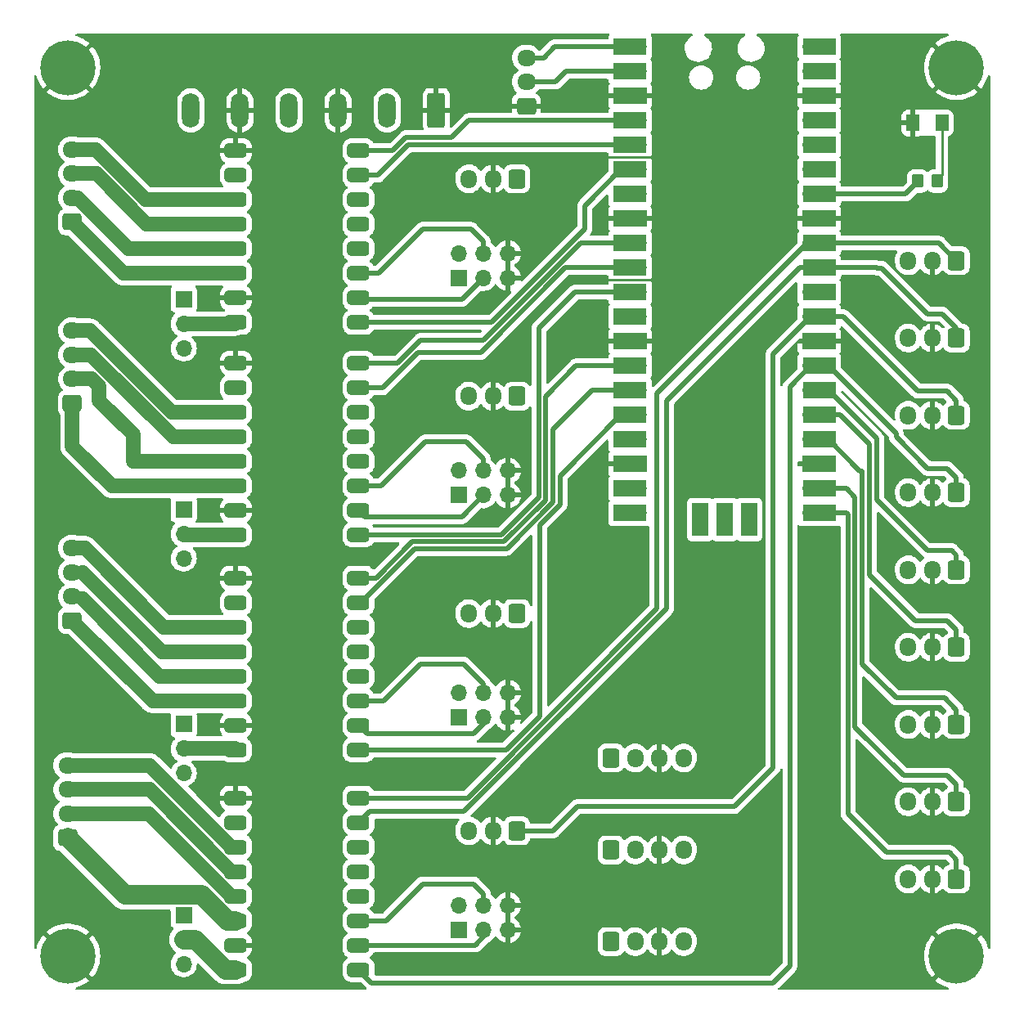
<source format=gbr>
%TF.GenerationSoftware,KiCad,Pcbnew,(6.0.2)*%
%TF.CreationDate,2022-10-21T14:00:44+13:00*%
%TF.ProjectId,PiPicoCNCShield,50695069-636f-4434-9e43-536869656c64,rev?*%
%TF.SameCoordinates,Original*%
%TF.FileFunction,Copper,L1,Top*%
%TF.FilePolarity,Positive*%
%FSLAX46Y46*%
G04 Gerber Fmt 4.6, Leading zero omitted, Abs format (unit mm)*
G04 Created by KiCad (PCBNEW (6.0.2)) date 2022-10-21 14:00:44*
%MOMM*%
%LPD*%
G01*
G04 APERTURE LIST*
G04 Aperture macros list*
%AMRoundRect*
0 Rectangle with rounded corners*
0 $1 Rounding radius*
0 $2 $3 $4 $5 $6 $7 $8 $9 X,Y pos of 4 corners*
0 Add a 4 corners polygon primitive as box body*
4,1,4,$2,$3,$4,$5,$6,$7,$8,$9,$2,$3,0*
0 Add four circle primitives for the rounded corners*
1,1,$1+$1,$2,$3*
1,1,$1+$1,$4,$5*
1,1,$1+$1,$6,$7*
1,1,$1+$1,$8,$9*
0 Add four rect primitives between the rounded corners*
20,1,$1+$1,$2,$3,$4,$5,0*
20,1,$1+$1,$4,$5,$6,$7,0*
20,1,$1+$1,$6,$7,$8,$9,0*
20,1,$1+$1,$8,$9,$2,$3,0*%
G04 Aperture macros list end*
%TA.AperFunction,SMDPad,CuDef*%
%ADD10RoundRect,0.250000X0.350000X0.450000X-0.350000X0.450000X-0.350000X-0.450000X0.350000X-0.450000X0*%
%TD*%
%TA.AperFunction,ComponentPad*%
%ADD11RoundRect,0.250000X0.725000X-0.600000X0.725000X0.600000X-0.725000X0.600000X-0.725000X-0.600000X0*%
%TD*%
%TA.AperFunction,ComponentPad*%
%ADD12O,1.950000X1.700000*%
%TD*%
%TA.AperFunction,ComponentPad*%
%ADD13O,1.700000X1.700000*%
%TD*%
%TA.AperFunction,ComponentPad*%
%ADD14R,1.700000X1.700000*%
%TD*%
%TA.AperFunction,ComponentPad*%
%ADD15RoundRect,0.250000X0.600000X0.725000X-0.600000X0.725000X-0.600000X-0.725000X0.600000X-0.725000X0*%
%TD*%
%TA.AperFunction,ComponentPad*%
%ADD16O,1.700000X1.950000*%
%TD*%
%TA.AperFunction,ComponentPad*%
%ADD17RoundRect,0.381000X0.762000X0.381000X-0.762000X0.381000X-0.762000X-0.381000X0.762000X-0.381000X0*%
%TD*%
%TA.AperFunction,ComponentPad*%
%ADD18RoundRect,0.250000X0.650000X1.550000X-0.650000X1.550000X-0.650000X-1.550000X0.650000X-1.550000X0*%
%TD*%
%TA.AperFunction,ComponentPad*%
%ADD19O,1.800000X3.600000*%
%TD*%
%TA.AperFunction,ComponentPad*%
%ADD20C,5.700000*%
%TD*%
%TA.AperFunction,SMDPad,CuDef*%
%ADD21R,1.700000X3.500000*%
%TD*%
%TA.AperFunction,SMDPad,CuDef*%
%ADD22R,3.500000X1.700000*%
%TD*%
%TA.AperFunction,ComponentPad*%
%ADD23RoundRect,0.250000X-0.600000X-0.725000X0.600000X-0.725000X0.600000X0.725000X-0.600000X0.725000X0*%
%TD*%
%TA.AperFunction,SMDPad,CuDef*%
%ADD24RoundRect,0.250001X-0.462499X-0.624999X0.462499X-0.624999X0.462499X0.624999X-0.462499X0.624999X0*%
%TD*%
%TA.AperFunction,ViaPad*%
%ADD25C,0.800000*%
%TD*%
%TA.AperFunction,Conductor*%
%ADD26C,0.250000*%
%TD*%
%TA.AperFunction,Conductor*%
%ADD27C,0.500000*%
%TD*%
%TA.AperFunction,Conductor*%
%ADD28C,1.500000*%
%TD*%
%TA.AperFunction,Conductor*%
%ADD29C,2.000000*%
%TD*%
G04 APERTURE END LIST*
D10*
%TO.P,R1,1*%
%TO.N,Net-(D1-Pad2)*%
X194000000Y-65750000D03*
%TO.P,R1,2*%
%TO.N,LED*%
X192000000Y-65750000D03*
%TD*%
D11*
%TO.P,J23,1,Pin_1*%
%TO.N,Net-(J23-Pad1)*%
X104475000Y-111250000D03*
D12*
%TO.P,J23,2,Pin_2*%
%TO.N,Net-(J23-Pad2)*%
X104475000Y-108750000D03*
%TO.P,J23,3,Pin_3*%
%TO.N,Net-(J23-Pad3)*%
X104475000Y-106250000D03*
%TO.P,J23,4,Pin_4*%
%TO.N,Net-(J23-Pad4)*%
X104475000Y-103750000D03*
%TD*%
D13*
%TO.P,J22,6,Pin_6*%
%TO.N,GND*%
X149555000Y-118735000D03*
%TO.P,J22,5,Pin_5*%
X149555000Y-121275000D03*
%TO.P,J22,4,Pin_4*%
%TO.N,Net-(J22-Pad4)*%
X147015000Y-118735000D03*
%TO.P,J22,3,Pin_3*%
%TO.N,Net-(J22-Pad3)*%
X147015000Y-121275000D03*
%TO.P,J22,2,Pin_2*%
%TO.N,3v3*%
X144475000Y-118735000D03*
D14*
%TO.P,J22,1,Pin_1*%
X144475000Y-121275000D03*
%TD*%
%TO.P,J13,1,Pin_1*%
%TO.N,VM_1*%
X116000000Y-77975000D03*
D13*
%TO.P,J13,2,Pin_2*%
%TO.N,Net-(J13-Pad2)*%
X116000000Y-80515000D03*
%TO.P,J13,3,Pin_3*%
%TO.N,VM_2*%
X116000000Y-83055000D03*
%TD*%
%TO.P,J14,6,Pin_6*%
%TO.N,GND*%
X149555000Y-73235000D03*
%TO.P,J14,5,Pin_5*%
X149555000Y-75775000D03*
%TO.P,J14,4,Pin_4*%
%TO.N,Net-(J14-Pad4)*%
X147015000Y-73235000D03*
%TO.P,J14,3,Pin_3*%
%TO.N,Net-(J14-Pad3)*%
X147015000Y-75775000D03*
%TO.P,J14,2,Pin_2*%
%TO.N,3v3*%
X144475000Y-73235000D03*
D14*
%TO.P,J14,1,Pin_1*%
X144475000Y-75775000D03*
%TD*%
D11*
%TO.P,J15,1,Pin_1*%
%TO.N,Net-(J15-Pad1)*%
X104475000Y-70000000D03*
D12*
%TO.P,J15,2,Pin_2*%
%TO.N,Net-(J15-Pad2)*%
X104475000Y-67500000D03*
%TO.P,J15,3,Pin_3*%
%TO.N,Net-(J15-Pad3)*%
X104475000Y-65000000D03*
%TO.P,J15,4,Pin_4*%
%TO.N,Net-(J15-Pad4)*%
X104475000Y-62500000D03*
%TD*%
D15*
%TO.P,J16,1,Pin_1*%
%TO.N,D1_ENDSTOP*%
X150500000Y-65525000D03*
D16*
%TO.P,J16,2,Pin_2*%
%TO.N,GND*%
X148000000Y-65525000D03*
%TO.P,J16,3,Pin_3*%
%TO.N,3v3*%
X145500000Y-65525000D03*
%TD*%
D12*
%TO.P,J19,4,Pin_4*%
%TO.N,Net-(J19-Pad4)*%
X104475000Y-81250000D03*
%TO.P,J19,3,Pin_3*%
%TO.N,Net-(J19-Pad3)*%
X104475000Y-83750000D03*
%TO.P,J19,2,Pin_2*%
%TO.N,Net-(J19-Pad2)*%
X104475000Y-86250000D03*
D11*
%TO.P,J19,1,Pin_1*%
%TO.N,Net-(J19-Pad1)*%
X104475000Y-88750000D03*
%TD*%
D16*
%TO.P,J20,3,Pin_3*%
%TO.N,3v3*%
X145500000Y-88025000D03*
%TO.P,J20,2,Pin_2*%
%TO.N,GND*%
X148000000Y-88025000D03*
D15*
%TO.P,J20,1,Pin_1*%
%TO.N,D2_ENDSTOP*%
X150500000Y-88025000D03*
%TD*%
D14*
%TO.P,J18,1,Pin_1*%
%TO.N,3v3*%
X144475000Y-98275000D03*
D13*
%TO.P,J18,2,Pin_2*%
X144475000Y-95735000D03*
%TO.P,J18,3,Pin_3*%
%TO.N,Net-(J18-Pad3)*%
X147015000Y-98275000D03*
%TO.P,J18,4,Pin_4*%
%TO.N,Net-(J18-Pad4)*%
X147015000Y-95735000D03*
%TO.P,J18,5,Pin_5*%
%TO.N,GND*%
X149555000Y-98275000D03*
%TO.P,J18,6,Pin_6*%
X149555000Y-95735000D03*
%TD*%
D14*
%TO.P,J17,1,Pin_1*%
%TO.N,VM_1*%
X116000000Y-99725000D03*
D13*
%TO.P,J17,2,Pin_2*%
%TO.N,Net-(J17-Pad2)*%
X116000000Y-102265000D03*
%TO.P,J17,3,Pin_3*%
%TO.N,VM_2*%
X116000000Y-104805000D03*
%TD*%
D14*
%TO.P,J21,1,Pin_1*%
%TO.N,VM_1*%
X116000000Y-121975000D03*
D13*
%TO.P,J21,2,Pin_2*%
%TO.N,Net-(J21-Pad2)*%
X116000000Y-124515000D03*
%TO.P,J21,3,Pin_3*%
%TO.N,VM_2*%
X116000000Y-127055000D03*
%TD*%
D17*
%TO.P,U3,16,VM*%
%TO.N,Net-(J17-Pad2)*%
X121400000Y-102390000D03*
%TO.P,U3,15,GND*%
%TO.N,GND*%
X121400000Y-99850000D03*
%TO.P,U3,14,A2*%
%TO.N,Net-(J19-Pad1)*%
X121400000Y-97310000D03*
%TO.P,U3,13,A1*%
%TO.N,Net-(J19-Pad2)*%
X121400000Y-94770000D03*
%TO.P,U3,12,B1*%
%TO.N,Net-(J19-Pad3)*%
X121400000Y-92230000D03*
%TO.P,U3,11,B2*%
%TO.N,Net-(J19-Pad4)*%
X121400000Y-89690000D03*
%TO.P,U3,10,VDD*%
%TO.N,3v3*%
X121400000Y-87150000D03*
%TO.P,U3,9,GND*%
%TO.N,GND*%
X121400000Y-84610000D03*
%TO.P,U3,8,DIR*%
%TO.N,D2_DIR*%
X134100000Y-84610000D03*
%TO.P,U3,7,STEP*%
%TO.N,D2_STEP*%
X134100000Y-87150000D03*
%TO.P,U3,6,CLK*%
%TO.N,unconnected-(U3-Pad6)*%
X134100000Y-89690000D03*
%TO.P,U3,5,PDN*%
%TO.N,unconnected-(U3-Pad5)*%
X134100000Y-92230000D03*
%TO.P,U3,4,PDN*%
%TO.N,unconnected-(U3-Pad4)*%
X134100000Y-94770000D03*
%TO.P,U3,3,MS2*%
%TO.N,Net-(J18-Pad4)*%
X134100000Y-97310000D03*
%TO.P,U3,2,MS1*%
%TO.N,Net-(J18-Pad3)*%
X134100000Y-99850000D03*
%TO.P,U3,1,EN*%
%TO.N,D2_EN*%
X134100000Y-102390000D03*
%TD*%
D18*
%TO.P,J29,1,Pin_1*%
%TO.N,GND*%
X142145000Y-58432500D03*
D19*
%TO.P,J29,2,Pin_2*%
%TO.N,3v3*%
X137065000Y-58432500D03*
%TO.P,J29,3,Pin_3*%
%TO.N,GND*%
X131985000Y-58432500D03*
%TO.P,J29,4,Pin_4*%
%TO.N,VM_1*%
X126905000Y-58432500D03*
%TO.P,J29,5,Pin_5*%
%TO.N,GND*%
X121825000Y-58432500D03*
%TO.P,J29,6,Pin_6*%
%TO.N,VM_2*%
X116745000Y-58432500D03*
%TD*%
D12*
%TO.P,J27,4,Pin_4*%
%TO.N,Net-(J27-Pad4)*%
X103975000Y-126250000D03*
%TO.P,J27,3,Pin_3*%
%TO.N,Net-(J27-Pad3)*%
X103975000Y-128750000D03*
%TO.P,J27,2,Pin_2*%
%TO.N,Net-(J27-Pad2)*%
X103975000Y-131250000D03*
D11*
%TO.P,J27,1,Pin_1*%
%TO.N,Net-(J27-Pad1)*%
X103975000Y-133750000D03*
%TD*%
D16*
%TO.P,J28,3,Pin_3*%
%TO.N,3v3*%
X145500000Y-133025000D03*
%TO.P,J28,2,Pin_2*%
%TO.N,GND*%
X148000000Y-133025000D03*
D15*
%TO.P,J28,1,Pin_1*%
%TO.N,IO_7_Sig_D4_ENDSTOP*%
X150500000Y-133025000D03*
%TD*%
D14*
%TO.P,J25,1,Pin_1*%
%TO.N,VM_1*%
X116000000Y-141725000D03*
D13*
%TO.P,J25,2,Pin_2*%
%TO.N,Net-(J25-Pad2)*%
X116000000Y-144265000D03*
%TO.P,J25,3,Pin_3*%
%TO.N,VM_2*%
X116000000Y-146805000D03*
%TD*%
D17*
%TO.P,U4,1,EN*%
%TO.N,D3_EN*%
X134100000Y-124640000D03*
%TO.P,U4,2,MS1*%
%TO.N,Net-(J22-Pad3)*%
X134100000Y-122100000D03*
%TO.P,U4,3,MS2*%
%TO.N,Net-(J22-Pad4)*%
X134100000Y-119560000D03*
%TO.P,U4,4,PDN*%
%TO.N,unconnected-(U4-Pad4)*%
X134100000Y-117020000D03*
%TO.P,U4,5,PDN*%
%TO.N,unconnected-(U4-Pad5)*%
X134100000Y-114480000D03*
%TO.P,U4,6,CLK*%
%TO.N,unconnected-(U4-Pad6)*%
X134100000Y-111940000D03*
%TO.P,U4,7,STEP*%
%TO.N,D3_STEP*%
X134100000Y-109400000D03*
%TO.P,U4,8,DIR*%
%TO.N,D3_DIR*%
X134100000Y-106860000D03*
%TO.P,U4,9,GND*%
%TO.N,GND*%
X121400000Y-106860000D03*
%TO.P,U4,10,VDD*%
%TO.N,3v3*%
X121400000Y-109400000D03*
%TO.P,U4,11,B2*%
%TO.N,Net-(J23-Pad4)*%
X121400000Y-111940000D03*
%TO.P,U4,12,B1*%
%TO.N,Net-(J23-Pad3)*%
X121400000Y-114480000D03*
%TO.P,U4,13,A1*%
%TO.N,Net-(J23-Pad2)*%
X121400000Y-117020000D03*
%TO.P,U4,14,A2*%
%TO.N,Net-(J23-Pad1)*%
X121400000Y-119560000D03*
%TO.P,U4,15,GND*%
%TO.N,GND*%
X121400000Y-122100000D03*
%TO.P,U4,16,VM*%
%TO.N,Net-(J21-Pad2)*%
X121400000Y-124640000D03*
%TD*%
%TO.P,U2,1,EN*%
%TO.N,D1_EN*%
X134100000Y-80390000D03*
%TO.P,U2,2,MS1*%
%TO.N,Net-(J14-Pad3)*%
X134100000Y-77850000D03*
%TO.P,U2,3,MS2*%
%TO.N,Net-(J14-Pad4)*%
X134100000Y-75310000D03*
%TO.P,U2,4,PDN*%
%TO.N,unconnected-(U2-Pad4)*%
X134100000Y-72770000D03*
%TO.P,U2,5,PDN*%
%TO.N,unconnected-(U2-Pad5)*%
X134100000Y-70230000D03*
%TO.P,U2,6,CLK*%
%TO.N,unconnected-(U2-Pad6)*%
X134100000Y-67690000D03*
%TO.P,U2,7,STEP*%
%TO.N,D1_STEP*%
X134100000Y-65150000D03*
%TO.P,U2,8,DIR*%
%TO.N,D1_DIR*%
X134100000Y-62610000D03*
%TO.P,U2,9,GND*%
%TO.N,GND*%
X121400000Y-62610000D03*
%TO.P,U2,10,VDD*%
%TO.N,3v3*%
X121400000Y-65150000D03*
%TO.P,U2,11,B2*%
%TO.N,Net-(J15-Pad4)*%
X121400000Y-67690000D03*
%TO.P,U2,12,B1*%
%TO.N,Net-(J15-Pad3)*%
X121400000Y-70230000D03*
%TO.P,U2,13,A1*%
%TO.N,Net-(J15-Pad2)*%
X121400000Y-72770000D03*
%TO.P,U2,14,A2*%
%TO.N,Net-(J15-Pad1)*%
X121400000Y-75310000D03*
%TO.P,U2,15,GND*%
%TO.N,GND*%
X121400000Y-77850000D03*
%TO.P,U2,16,VM*%
%TO.N,Net-(J13-Pad2)*%
X121400000Y-80390000D03*
%TD*%
D14*
%TO.P,J26,1,Pin_1*%
%TO.N,3v3*%
X144475000Y-143275000D03*
D13*
%TO.P,J26,2,Pin_2*%
X144475000Y-140735000D03*
%TO.P,J26,3,Pin_3*%
%TO.N,Net-(J26-Pad3)*%
X147015000Y-143275000D03*
%TO.P,J26,4,Pin_4*%
%TO.N,Net-(J26-Pad4)*%
X147015000Y-140735000D03*
%TO.P,J26,5,Pin_5*%
%TO.N,GND*%
X149555000Y-143275000D03*
%TO.P,J26,6,Pin_6*%
X149555000Y-140735000D03*
%TD*%
D16*
%TO.P,J24,3,Pin_3*%
%TO.N,3v3*%
X145500000Y-110525000D03*
%TO.P,J24,2,Pin_2*%
%TO.N,GND*%
X148000000Y-110525000D03*
D15*
%TO.P,J24,1,Pin_1*%
%TO.N,D3_ENDSTOP*%
X150500000Y-110525000D03*
%TD*%
D11*
%TO.P,J30,1,Pin_1*%
%TO.N,GND*%
X151475000Y-58000000D03*
D12*
%TO.P,J30,2,Pin_2*%
%TO.N,RX*%
X151475000Y-55500000D03*
%TO.P,J30,3,Pin_3*%
%TO.N,TX*%
X151475000Y-53000000D03*
%TD*%
D17*
%TO.P,U5,1,EN*%
%TO.N,IO_6_Sig_D4_EN*%
X134100000Y-147390000D03*
%TO.P,U5,2,MS1*%
%TO.N,Net-(J26-Pad3)*%
X134100000Y-144850000D03*
%TO.P,U5,3,MS2*%
%TO.N,Net-(J26-Pad4)*%
X134100000Y-142310000D03*
%TO.P,U5,4,PDN*%
%TO.N,unconnected-(U5-Pad4)*%
X134100000Y-139770000D03*
%TO.P,U5,5,PDN*%
%TO.N,unconnected-(U5-Pad5)*%
X134100000Y-137230000D03*
%TO.P,U5,6,CLK*%
%TO.N,unconnected-(U5-Pad6)*%
X134100000Y-134690000D03*
%TO.P,U5,7,STEP*%
%TO.N,IO_8_Sig_D4_STEP*%
X134100000Y-132150000D03*
%TO.P,U5,8,DIR*%
%TO.N,IO_9_Sig_D4_DIR*%
X134100000Y-129610000D03*
%TO.P,U5,9,GND*%
%TO.N,GND*%
X121400000Y-129610000D03*
%TO.P,U5,10,VDD*%
%TO.N,3v3*%
X121400000Y-132150000D03*
%TO.P,U5,11,B2*%
%TO.N,Net-(J27-Pad4)*%
X121400000Y-134690000D03*
%TO.P,U5,12,B1*%
%TO.N,Net-(J27-Pad3)*%
X121400000Y-137230000D03*
%TO.P,U5,13,A1*%
%TO.N,Net-(J27-Pad2)*%
X121400000Y-139770000D03*
%TO.P,U5,14,A2*%
%TO.N,Net-(J27-Pad1)*%
X121400000Y-142310000D03*
%TO.P,U5,15,GND*%
%TO.N,GND*%
X121400000Y-144850000D03*
%TO.P,U5,16,VM*%
%TO.N,Net-(J25-Pad2)*%
X121400000Y-147390000D03*
%TD*%
D20*
%TO.P,H4,1,1*%
%TO.N,GND*%
X104000000Y-146000000D03*
%TD*%
%TO.P,H1,1,1*%
%TO.N,GND*%
X104000000Y-54000000D03*
%TD*%
%TO.P,H3,1,1*%
%TO.N,GND*%
X196000000Y-146000000D03*
%TD*%
%TO.P,H2,1,1*%
%TO.N,GND*%
X196000000Y-54000000D03*
%TD*%
D21*
%TO.P,U1,43,SWDIO*%
%TO.N,unconnected-(U1-Pad43)*%
X174540000Y-100800000D03*
D13*
X174540000Y-99900000D03*
D21*
%TO.P,U1,42,GND*%
%TO.N,unconnected-(U1-Pad42)*%
X172000000Y-100800000D03*
D14*
X172000000Y-99900000D03*
D13*
%TO.P,U1,41,SWCLK*%
%TO.N,unconnected-(U1-Pad41)*%
X169460000Y-99900000D03*
D21*
X169460000Y-100800000D03*
D22*
%TO.P,U1,40,VBUS*%
%TO.N,unconnected-(U1-Pad40)*%
X181790000Y-51870000D03*
D13*
X180890000Y-51870000D03*
%TO.P,U1,39,VSYS*%
%TO.N,unconnected-(U1-Pad39)*%
X180890000Y-54410000D03*
D22*
X181790000Y-54410000D03*
D14*
%TO.P,U1,38,GND*%
%TO.N,GND*%
X180890000Y-56950000D03*
D22*
X181790000Y-56950000D03*
D13*
%TO.P,U1,37,3V3_EN*%
%TO.N,unconnected-(U1-Pad37)*%
X180890000Y-59490000D03*
D22*
X181790000Y-59490000D03*
%TO.P,U1,36,3V3*%
%TO.N,3v3*%
X181790000Y-62030000D03*
D13*
X180890000Y-62030000D03*
%TO.P,U1,35,ADC_VREF*%
%TO.N,unconnected-(U1-Pad35)*%
X180890000Y-64570000D03*
D22*
X181790000Y-64570000D03*
D13*
%TO.P,U1,34,GPIO28_ADC2*%
%TO.N,LED*%
X180890000Y-67110000D03*
D22*
X181790000Y-67110000D03*
D14*
%TO.P,U1,33,AGND*%
%TO.N,GND*%
X180890000Y-69650000D03*
D22*
X181790000Y-69650000D03*
%TO.P,U1,32,GPIO27_ADC1*%
%TO.N,IO_9_Sig_D4_DIR*%
X181790000Y-72190000D03*
D13*
X180890000Y-72190000D03*
D22*
%TO.P,U1,31,GPIO26_ADC0*%
%TO.N,IO_8_Sig_D4_STEP*%
X181790000Y-74730000D03*
D13*
X180890000Y-74730000D03*
%TO.P,U1,30,RUN*%
%TO.N,unconnected-(U1-Pad30)*%
X180890000Y-77270000D03*
D22*
X181790000Y-77270000D03*
%TO.P,U1,29,GPIO22*%
%TO.N,IO_7_Sig_D4_ENDSTOP*%
X181790000Y-79810000D03*
D13*
X180890000Y-79810000D03*
D22*
%TO.P,U1,28,GND*%
%TO.N,GND*%
X181790000Y-82350000D03*
D14*
X180890000Y-82350000D03*
D22*
%TO.P,U1,27,GPIO21*%
%TO.N,IO_6_Sig_D4_EN*%
X181790000Y-84890000D03*
D13*
X180890000Y-84890000D03*
%TO.P,U1,26,GPIO20*%
%TO.N,IO_5_Sig*%
X180890000Y-87430000D03*
D22*
X181790000Y-87430000D03*
D13*
%TO.P,U1,25,GPIO19*%
%TO.N,IO_4_Sig*%
X180890000Y-89970000D03*
D22*
X181790000Y-89970000D03*
%TO.P,U1,24,GPIO18*%
%TO.N,IO_3_Sig*%
X181790000Y-92510000D03*
D13*
X180890000Y-92510000D03*
D14*
%TO.P,U1,23,GND*%
%TO.N,GND*%
X180890000Y-95050000D03*
D22*
X181790000Y-95050000D03*
D13*
%TO.P,U1,22,GPIO17*%
%TO.N,IO_2_Sig*%
X180890000Y-97590000D03*
D22*
X181790000Y-97590000D03*
D13*
%TO.P,U1,21,GPIO16*%
%TO.N,IO_1_Sig*%
X180890000Y-100130000D03*
D22*
X181790000Y-100130000D03*
D13*
%TO.P,U1,20,GPIO15*%
%TO.N,SCL*%
X163110000Y-100130000D03*
D22*
X162210000Y-100130000D03*
%TO.P,U1,19,GPIO14*%
%TO.N,SDA*%
X162210000Y-97590000D03*
D13*
X163110000Y-97590000D03*
D14*
%TO.P,U1,18,GND*%
%TO.N,GND*%
X163110000Y-95050000D03*
D22*
X162210000Y-95050000D03*
D13*
%TO.P,U1,17,GPIO13*%
%TO.N,D3_ENDSTOP*%
X163110000Y-92510000D03*
D22*
X162210000Y-92510000D03*
D13*
%TO.P,U1,16,GPIO12*%
%TO.N,D3_EN*%
X163110000Y-89970000D03*
D22*
X162210000Y-89970000D03*
%TO.P,U1,15,GPIO11*%
%TO.N,D3_STEP*%
X162210000Y-87430000D03*
D13*
X163110000Y-87430000D03*
%TO.P,U1,14,GPIO10*%
%TO.N,D3_DIR*%
X163110000Y-84890000D03*
D22*
X162210000Y-84890000D03*
%TO.P,U1,13,GND*%
%TO.N,GND*%
X162210000Y-82350000D03*
D14*
X163110000Y-82350000D03*
D22*
%TO.P,U1,12,GPIO9*%
%TO.N,D2_ENDSTOP*%
X162210000Y-79810000D03*
D13*
X163110000Y-79810000D03*
%TO.P,U1,11,GPIO8*%
%TO.N,D2_EN*%
X163110000Y-77270000D03*
D22*
X162210000Y-77270000D03*
%TO.P,U1,10,GPIO7*%
%TO.N,D2_STEP*%
X162210000Y-74730000D03*
D13*
X163110000Y-74730000D03*
%TO.P,U1,9,GPIO6*%
%TO.N,D2_DIR*%
X163110000Y-72190000D03*
D22*
X162210000Y-72190000D03*
%TO.P,U1,8,GND*%
%TO.N,GND*%
X162210000Y-69650000D03*
D14*
X163110000Y-69650000D03*
D13*
%TO.P,U1,7,GPIO5*%
%TO.N,D1_ENDSTOP*%
X163110000Y-67110000D03*
D22*
X162210000Y-67110000D03*
%TO.P,U1,6,GPIO4*%
%TO.N,D1_EN*%
X162210000Y-64570000D03*
D13*
X163110000Y-64570000D03*
D22*
%TO.P,U1,5,GPIO3*%
%TO.N,D1_STEP*%
X162210000Y-62030000D03*
D13*
X163110000Y-62030000D03*
D22*
%TO.P,U1,4,GPIO2*%
%TO.N,D1_DIR*%
X162210000Y-59490000D03*
D13*
X163110000Y-59490000D03*
D14*
%TO.P,U1,3,GND*%
%TO.N,GND*%
X163110000Y-56950000D03*
D22*
X162210000Y-56950000D03*
%TO.P,U1,2,GPIO1*%
%TO.N,RX*%
X162210000Y-54410000D03*
D13*
X163110000Y-54410000D03*
D22*
%TO.P,U1,1,GPIO0*%
%TO.N,TX*%
X162210000Y-51870000D03*
D13*
X163110000Y-51870000D03*
%TD*%
D15*
%TO.P,J12,1,Pin_1*%
%TO.N,IO_9_Sig_D4_DIR*%
X196000000Y-74000000D03*
D16*
%TO.P,J12,2,Pin_2*%
%TO.N,GND*%
X193500000Y-74000000D03*
%TO.P,J12,3,Pin_3*%
%TO.N,3v3*%
X191000000Y-74000000D03*
%TD*%
D15*
%TO.P,J11,1,Pin_1*%
%TO.N,IO_3_Sig*%
X196000000Y-122000000D03*
D16*
%TO.P,J11,2,Pin_2*%
%TO.N,GND*%
X193500000Y-122000000D03*
%TO.P,J11,3,Pin_3*%
%TO.N,3v3*%
X191000000Y-122000000D03*
%TD*%
D15*
%TO.P,J10,1,Pin_1*%
%TO.N,IO_6_Sig_D4_EN*%
X196000000Y-98000000D03*
D16*
%TO.P,J10,2,Pin_2*%
%TO.N,GND*%
X193500000Y-98000000D03*
%TO.P,J10,3,Pin_3*%
%TO.N,3v3*%
X191000000Y-98000000D03*
%TD*%
D15*
%TO.P,J9,1,Pin_1*%
%TO.N,IO_8_Sig_D4_STEP*%
X196000000Y-82000000D03*
D16*
%TO.P,J9,2,Pin_2*%
%TO.N,GND*%
X193500000Y-82000000D03*
%TO.P,J9,3,Pin_3*%
%TO.N,3v3*%
X191000000Y-82000000D03*
%TD*%
D15*
%TO.P,J8,1,Pin_1*%
%TO.N,IO_5_Sig*%
X196000000Y-106000000D03*
D16*
%TO.P,J8,2,Pin_2*%
%TO.N,GND*%
X193500000Y-106000000D03*
%TO.P,J8,3,Pin_3*%
%TO.N,3v3*%
X191000000Y-106000000D03*
%TD*%
D15*
%TO.P,J7,1,Pin_1*%
%TO.N,IO_2_Sig*%
X196000000Y-130000000D03*
D16*
%TO.P,J7,2,Pin_2*%
%TO.N,GND*%
X193500000Y-130000000D03*
%TO.P,J7,3,Pin_3*%
%TO.N,3v3*%
X191000000Y-130000000D03*
%TD*%
D15*
%TO.P,J6,1,Pin_1*%
%TO.N,IO_7_Sig_D4_ENDSTOP*%
X196000000Y-90000000D03*
D16*
%TO.P,J6,2,Pin_2*%
%TO.N,GND*%
X193500000Y-90000000D03*
%TO.P,J6,3,Pin_3*%
%TO.N,3v3*%
X191000000Y-90000000D03*
%TD*%
D15*
%TO.P,J5,1,Pin_1*%
%TO.N,IO_4_Sig*%
X196000000Y-114000000D03*
D16*
%TO.P,J5,2,Pin_2*%
%TO.N,GND*%
X193500000Y-114000000D03*
%TO.P,J5,3,Pin_3*%
%TO.N,3v3*%
X191000000Y-114000000D03*
%TD*%
%TO.P,J4,3,Pin_3*%
%TO.N,3v3*%
X191000000Y-138000000D03*
%TO.P,J4,2,Pin_2*%
%TO.N,GND*%
X193500000Y-138000000D03*
D15*
%TO.P,J4,1,Pin_1*%
%TO.N,IO_1_Sig*%
X196000000Y-138000000D03*
%TD*%
D23*
%TO.P,J3,1,Pin_1*%
%TO.N,SCL*%
X160250000Y-144475000D03*
D16*
%TO.P,J3,2,Pin_2*%
%TO.N,SDA*%
X162750000Y-144475000D03*
%TO.P,J3,3,Pin_3*%
%TO.N,GND*%
X165250000Y-144475000D03*
%TO.P,J3,4,Pin_4*%
%TO.N,3v3*%
X167750000Y-144475000D03*
%TD*%
%TO.P,J2,4,Pin_4*%
%TO.N,3v3*%
X167750000Y-125475000D03*
%TO.P,J2,3,Pin_3*%
%TO.N,GND*%
X165250000Y-125475000D03*
%TO.P,J2,2,Pin_2*%
%TO.N,SDA*%
X162750000Y-125475000D03*
D23*
%TO.P,J2,1,Pin_1*%
%TO.N,SCL*%
X160250000Y-125475000D03*
%TD*%
D16*
%TO.P,J1,4,Pin_4*%
%TO.N,3v3*%
X167750000Y-135000000D03*
%TO.P,J1,3,Pin_3*%
%TO.N,GND*%
X165250000Y-135000000D03*
%TO.P,J1,2,Pin_2*%
%TO.N,SDA*%
X162750000Y-135000000D03*
D23*
%TO.P,J1,1,Pin_1*%
%TO.N,SCL*%
X160250000Y-135000000D03*
%TD*%
D24*
%TO.P,D1,1,K*%
%TO.N,GND*%
X191512500Y-59750000D03*
%TO.P,D1,2,A*%
%TO.N,Net-(D1-Pad2)*%
X194487500Y-59750000D03*
%TD*%
D25*
%TO.N,GND*%
X181000000Y-104750000D03*
X174500000Y-104750000D03*
X148250000Y-100500000D03*
X189500000Y-95000000D03*
X167250000Y-104750000D03*
X163750000Y-104750000D03*
X151500000Y-103750000D03*
X154250000Y-103750000D03*
X166000000Y-63750000D03*
X158250000Y-63750000D03*
%TD*%
D26*
%TO.N,Net-(D1-Pad2)*%
X194487500Y-65175000D02*
X194487500Y-59750000D01*
X193912500Y-65750000D02*
X194487500Y-65175000D01*
D27*
%TO.N,LED*%
X190727500Y-67110000D02*
X192087500Y-65750000D01*
X180890000Y-67110000D02*
X190727500Y-67110000D01*
D26*
%TO.N,GND*%
X158750000Y-63250000D02*
X165500000Y-63250000D01*
X165500000Y-63250000D02*
X166000000Y-63750000D01*
X158250000Y-63750000D02*
X158750000Y-63250000D01*
X159250000Y-76000000D02*
X165500000Y-76000000D01*
D27*
%TO.N,IO_7_Sig_D4_ENDSTOP*%
X196000000Y-88500000D02*
X196000000Y-90000000D01*
X195000000Y-87500000D02*
X196000000Y-88500000D01*
%TO.N,IO_9_Sig_D4_DIR*%
X180560000Y-72190000D02*
X180890000Y-72190000D01*
X165000000Y-87750000D02*
X180560000Y-72190000D01*
X165000000Y-110000000D02*
X165000000Y-87750000D01*
X145390000Y-129610000D02*
X165000000Y-110000000D01*
X134100000Y-129610000D02*
X145390000Y-129610000D01*
%TO.N,IO_8_Sig_D4_STEP*%
X179770000Y-74730000D02*
X180890000Y-74730000D01*
X155250000Y-120750000D02*
X166000000Y-110000000D01*
X155239270Y-120750000D02*
X155250000Y-120750000D01*
X135250000Y-131000000D02*
X144989270Y-131000000D01*
X166000000Y-110000000D02*
X166000000Y-88500000D01*
X166000000Y-88500000D02*
X179770000Y-74730000D01*
X134100000Y-132150000D02*
X135250000Y-131000000D01*
X144989270Y-131000000D02*
X155239270Y-120750000D01*
%TO.N,IO_7_Sig_D4_ENDSTOP*%
X173000000Y-130500000D02*
X177000000Y-126500000D01*
X177000000Y-83700000D02*
X180890000Y-79810000D01*
X156750000Y-130500000D02*
X173000000Y-130500000D01*
X177000000Y-126500000D02*
X177000000Y-83700000D01*
X154225000Y-133025000D02*
X156750000Y-130500000D01*
X150500000Y-133025000D02*
X154225000Y-133025000D01*
%TO.N,IO_6_Sig_D4_EN*%
X135460000Y-148750000D02*
X134100000Y-147390000D01*
X178750000Y-147000000D02*
X177000000Y-148750000D01*
X178750000Y-87030000D02*
X178750000Y-147000000D01*
X180890000Y-84890000D02*
X178750000Y-87030000D01*
X177000000Y-148750000D02*
X135460000Y-148750000D01*
%TO.N,IO_1_Sig*%
X196000000Y-136000000D02*
X196000000Y-138000000D01*
X188750000Y-135250000D02*
X195250000Y-135250000D01*
X184750000Y-131250000D02*
X188750000Y-135250000D01*
X184750000Y-100250000D02*
X184750000Y-131250000D01*
X184630000Y-100130000D02*
X184750000Y-100250000D01*
X180890000Y-100130000D02*
X184630000Y-100130000D01*
X195250000Y-135250000D02*
X196000000Y-136000000D01*
%TO.N,IO_2_Sig*%
X196000000Y-128250000D02*
X196000000Y-130000000D01*
X195000000Y-127250000D02*
X196000000Y-128250000D01*
X190500000Y-127250000D02*
X195000000Y-127250000D01*
X185500000Y-122250000D02*
X190500000Y-127250000D01*
X185500000Y-98500000D02*
X185500000Y-122250000D01*
X184590000Y-97590000D02*
X185500000Y-98500000D01*
X180890000Y-97590000D02*
X184590000Y-97590000D01*
%TO.N,IO_3_Sig*%
X196000000Y-120500000D02*
X196000000Y-122000000D01*
X194750000Y-119250000D02*
X196000000Y-120500000D01*
X189750000Y-119250000D02*
X194750000Y-119250000D01*
X186250000Y-115750000D02*
X189750000Y-119250000D01*
X186250000Y-95750000D02*
X186250000Y-115750000D01*
X185989022Y-95750000D02*
X186250000Y-95750000D01*
X182749022Y-92510000D02*
X185989022Y-95750000D01*
X180890000Y-92510000D02*
X182749022Y-92510000D01*
%TO.N,IO_4_Sig*%
X196000000Y-112250000D02*
X196000000Y-114000000D01*
X195000000Y-111250000D02*
X196000000Y-112250000D01*
X187000000Y-106500000D02*
X191750000Y-111250000D01*
X187000000Y-93000000D02*
X187000000Y-106500000D01*
X183970000Y-89970000D02*
X187000000Y-93000000D01*
X180890000Y-89970000D02*
X183970000Y-89970000D01*
X191750000Y-111250000D02*
X195000000Y-111250000D01*
%TO.N,IO_5_Sig*%
X196000000Y-104500000D02*
X196000000Y-106000000D01*
X195500000Y-104000000D02*
X196000000Y-104500000D01*
X193000000Y-104000000D02*
X195500000Y-104000000D01*
X187750000Y-98750000D02*
X193000000Y-104000000D01*
X187750000Y-92430978D02*
X187750000Y-98750000D01*
X182749022Y-87430000D02*
X187750000Y-92430978D01*
X180890000Y-87430000D02*
X182749022Y-87430000D01*
%TO.N,IO_6_Sig_D4_EN*%
X196000000Y-96500000D02*
X196000000Y-98000000D01*
X193000000Y-95500000D02*
X195000000Y-95500000D01*
X189750000Y-92250000D02*
X193000000Y-95500000D01*
X189750000Y-91890978D02*
X189750000Y-92250000D01*
X182749022Y-84890000D02*
X189750000Y-91890978D01*
X195000000Y-95500000D02*
X196000000Y-96500000D01*
X180890000Y-84890000D02*
X182749022Y-84890000D01*
%TO.N,IO_7_Sig_D4_ENDSTOP*%
X192000000Y-87500000D02*
X195000000Y-87500000D01*
X180890000Y-79810000D02*
X184310000Y-79810000D01*
X184310000Y-79810000D02*
X192000000Y-87500000D01*
%TO.N,IO_8_Sig_D4_STEP*%
X194500000Y-79500000D02*
X196000000Y-81000000D01*
X196000000Y-81000000D02*
X196000000Y-82000000D01*
X192962798Y-79500000D02*
X194500000Y-79500000D01*
X188212798Y-74750000D02*
X192962798Y-79500000D01*
X187750000Y-74750000D02*
X188212798Y-74750000D01*
X180890000Y-74730000D02*
X187730000Y-74730000D01*
X187730000Y-74730000D02*
X187750000Y-74750000D01*
%TO.N,IO_9_Sig_D4_DIR*%
X180890000Y-72190000D02*
X194190000Y-72190000D01*
X194190000Y-72190000D02*
X196000000Y-74000000D01*
%TO.N,Net-(J26-Pad4)*%
X136940000Y-142310000D02*
X134100000Y-142310000D01*
X140750000Y-138500000D02*
X136940000Y-142310000D01*
X146000000Y-138500000D02*
X140750000Y-138500000D01*
X147015000Y-139515000D02*
X146000000Y-138500000D01*
X147015000Y-140735000D02*
X147015000Y-139515000D01*
%TO.N,Net-(J26-Pad3)*%
X146150000Y-144850000D02*
X147015000Y-143985000D01*
X134100000Y-144850000D02*
X146150000Y-144850000D01*
X147015000Y-143985000D02*
X147015000Y-143275000D01*
%TO.N,D3_EN*%
X161229519Y-89970000D02*
X163110000Y-89970000D01*
X154949519Y-96250000D02*
X161229519Y-89970000D01*
X154949519Y-99268291D02*
X154949519Y-96250000D01*
X152858905Y-121141095D02*
X152858905Y-101358905D01*
X134100000Y-124640000D02*
X149360000Y-124640000D01*
X149360000Y-124640000D02*
X152858905Y-121141095D01*
X152858905Y-101358905D02*
X154949519Y-99268291D01*
%TO.N,Net-(J22-Pad3)*%
X147015000Y-121985000D02*
X147015000Y-121275000D01*
X135000000Y-123000000D02*
X146000000Y-123000000D01*
X146000000Y-123000000D02*
X147015000Y-121985000D01*
X134100000Y-122100000D02*
X135000000Y-123000000D01*
%TO.N,Net-(J22-Pad4)*%
X145000000Y-115750000D02*
X147015000Y-117765000D01*
X140500000Y-115750000D02*
X145000000Y-115750000D01*
X136690000Y-119560000D02*
X140500000Y-115750000D01*
X134100000Y-119560000D02*
X136690000Y-119560000D01*
X147015000Y-117765000D02*
X147015000Y-118735000D01*
%TO.N,D3_STEP*%
X158320000Y-87430000D02*
X163110000Y-87430000D01*
X154250000Y-91500000D02*
X158320000Y-87430000D01*
X154250000Y-98978540D02*
X154250000Y-91500000D01*
X149439502Y-103789038D02*
X154250000Y-98978540D01*
X139950230Y-103789040D02*
X149439502Y-103789038D01*
X134339270Y-109400000D02*
X139950230Y-103789040D01*
X134100000Y-109400000D02*
X134339270Y-109400000D01*
%TO.N,D3_DIR*%
X156610000Y-84890000D02*
X163110000Y-84890000D01*
X153449519Y-88050481D02*
X156610000Y-84890000D01*
X153449519Y-98000000D02*
X153449519Y-88050481D01*
X153449520Y-98789750D02*
X153449519Y-98000000D01*
X149149751Y-103089519D02*
X153449520Y-98789750D01*
X139660480Y-103089520D02*
X149149751Y-103089519D01*
X135890000Y-106860000D02*
X139660480Y-103089520D01*
X134100000Y-106860000D02*
X135890000Y-106860000D01*
%TO.N,D2_EN*%
X156480000Y-77270000D02*
X163110000Y-77270000D01*
X152750000Y-81000000D02*
X156480000Y-77270000D01*
X148860000Y-102390000D02*
X152750000Y-98500000D01*
X134100000Y-102390000D02*
X148860000Y-102390000D01*
X152750000Y-98500000D02*
X152750000Y-81000000D01*
%TO.N,Net-(J18-Pad3)*%
X134750000Y-100500000D02*
X144790000Y-100500000D01*
X134100000Y-99850000D02*
X134750000Y-100500000D01*
X144790000Y-100500000D02*
X147015000Y-98275000D01*
%TO.N,Net-(J18-Pad4)*%
X147015000Y-94515000D02*
X147015000Y-95735000D01*
X145250000Y-92750000D02*
X147015000Y-94515000D01*
X141000000Y-92750000D02*
X145250000Y-92750000D01*
X134100000Y-97310000D02*
X136440000Y-97310000D01*
X136440000Y-97310000D02*
X141000000Y-92750000D01*
%TO.N,D2_STEP*%
X146750000Y-83500000D02*
X155520000Y-74730000D01*
X140250000Y-83500000D02*
X146750000Y-83500000D01*
X136600000Y-87150000D02*
X140250000Y-83500000D01*
X155520000Y-74730000D02*
X163110000Y-74730000D01*
X134100000Y-87150000D02*
X136600000Y-87150000D01*
%TO.N,D2_DIR*%
X147000000Y-82250000D02*
X157060000Y-72190000D01*
X140500000Y-82250000D02*
X147000000Y-82250000D01*
X157060000Y-72190000D02*
X163110000Y-72190000D01*
X134100000Y-84610000D02*
X138140000Y-84610000D01*
X138140000Y-84610000D02*
X140500000Y-82250000D01*
%TO.N,D1_EN*%
X161250978Y-64570000D02*
X163110000Y-64570000D01*
X157500000Y-70750000D02*
X157500000Y-68320978D01*
X147860000Y-80390000D02*
X157500000Y-70750000D01*
X134100000Y-80390000D02*
X147860000Y-80390000D01*
X157500000Y-68320978D02*
X161250978Y-64570000D01*
%TO.N,Net-(J14-Pad3)*%
X144790000Y-78000000D02*
X147015000Y-75775000D01*
X134250000Y-78000000D02*
X144790000Y-78000000D01*
X134100000Y-77850000D02*
X134250000Y-78000000D01*
%TO.N,Net-(J14-Pad4)*%
X147015000Y-72015000D02*
X147015000Y-73235000D01*
X140750000Y-70750000D02*
X145750000Y-70750000D01*
X136190000Y-75310000D02*
X140750000Y-70750000D01*
X145750000Y-70750000D02*
X147015000Y-72015000D01*
X134100000Y-75310000D02*
X136190000Y-75310000D01*
%TO.N,D1_STEP*%
X139220000Y-62030000D02*
X163110000Y-62030000D01*
X136100000Y-65150000D02*
X139220000Y-62030000D01*
X134100000Y-65150000D02*
X136100000Y-65150000D01*
%TO.N,D1_DIR*%
X145510000Y-59490000D02*
X163110000Y-59490000D01*
X139000000Y-61250000D02*
X143750000Y-61250000D01*
X143750000Y-61250000D02*
X145510000Y-59490000D01*
X137640000Y-62610000D02*
X139000000Y-61250000D01*
X134100000Y-62610000D02*
X137640000Y-62610000D01*
%TO.N,RX*%
X155590000Y-54410000D02*
X163110000Y-54410000D01*
X154500000Y-55500000D02*
X155590000Y-54410000D01*
X151475000Y-55500000D02*
X154500000Y-55500000D01*
%TO.N,TX*%
X154380000Y-51870000D02*
X163110000Y-51870000D01*
X153250000Y-53000000D02*
X154380000Y-51870000D01*
X151475000Y-53000000D02*
X153250000Y-53000000D01*
D28*
%TO.N,Net-(J15-Pad4)*%
X106853484Y-62500000D02*
X104475000Y-62500000D01*
X112043484Y-67690000D02*
X106853484Y-62500000D01*
X121400000Y-67690000D02*
X112043484Y-67690000D01*
%TO.N,Net-(J15-Pad3)*%
X106950000Y-65000000D02*
X104475000Y-65000000D01*
X112180000Y-70230000D02*
X106950000Y-65000000D01*
X121400000Y-70230000D02*
X112180000Y-70230000D01*
%TO.N,Net-(J15-Pad2)*%
X104996377Y-67500000D02*
X104475000Y-67500000D01*
X110266377Y-72770000D02*
X104996377Y-67500000D01*
X121400000Y-72770000D02*
X110266377Y-72770000D01*
%TO.N,Net-(J15-Pad1)*%
X109785000Y-75310000D02*
X104475000Y-70000000D01*
X121400000Y-75310000D02*
X109785000Y-75310000D01*
%TO.N,Net-(J13-Pad2)*%
X121275000Y-80515000D02*
X121400000Y-80390000D01*
X116000000Y-80515000D02*
X121275000Y-80515000D01*
%TO.N,Net-(J19-Pad4)*%
X106306968Y-81250000D02*
X104475000Y-81250000D01*
X114746968Y-89690000D02*
X106306968Y-81250000D01*
X121400000Y-89690000D02*
X114746968Y-89690000D01*
%TO.N,Net-(J19-Pad3)*%
X106403484Y-83750000D02*
X104475000Y-83750000D01*
X121500000Y-92250000D02*
X114903484Y-92250000D01*
X114903484Y-92250000D02*
X106403484Y-83750000D01*
X121480000Y-92230000D02*
X121500000Y-92250000D01*
X121400000Y-92230000D02*
X121480000Y-92230000D01*
%TO.N,Net-(J19-Pad2)*%
X106500000Y-86250000D02*
X104475000Y-86250000D01*
X107250000Y-87000000D02*
X106500000Y-86250000D01*
X110750000Y-92000000D02*
X107250000Y-88500000D01*
X107250000Y-88500000D02*
X107250000Y-87000000D01*
X110750000Y-94750000D02*
X110750000Y-92000000D01*
X110770000Y-94770000D02*
X110750000Y-94750000D01*
X121400000Y-94770000D02*
X110770000Y-94770000D01*
%TO.N,Net-(J19-Pad1)*%
X108560000Y-97310000D02*
X104475000Y-93225000D01*
X121400000Y-97310000D02*
X108560000Y-97310000D01*
X104475000Y-93225000D02*
X104475000Y-88750000D01*
%TO.N,Net-(J17-Pad2)*%
X116125000Y-102390000D02*
X116000000Y-102265000D01*
X121400000Y-102390000D02*
X116125000Y-102390000D01*
%TO.N,Net-(J23-Pad4)*%
X105750000Y-103750000D02*
X104475000Y-103750000D01*
X113940000Y-111940000D02*
X105750000Y-103750000D01*
X121400000Y-111940000D02*
X113940000Y-111940000D01*
%TO.N,Net-(J23-Pad3)*%
X113730000Y-114480000D02*
X105500000Y-106250000D01*
X121400000Y-114480000D02*
X113730000Y-114480000D01*
%TO.N,Net-(J23-Pad2)*%
X113520000Y-117020000D02*
X105500000Y-109000000D01*
X121400000Y-117020000D02*
X113520000Y-117020000D01*
%TO.N,Net-(J23-Pad1)*%
X112785000Y-119560000D02*
X104475000Y-111250000D01*
X121400000Y-119560000D02*
X112785000Y-119560000D01*
%TO.N,Net-(J21-Pad2)*%
X121275000Y-124515000D02*
X121400000Y-124640000D01*
X116000000Y-124515000D02*
X121275000Y-124515000D01*
%TO.N,Net-(J27-Pad4)*%
X112475361Y-126250000D02*
X103975000Y-126250000D01*
X120915361Y-134690000D02*
X112475361Y-126250000D01*
X121400000Y-134690000D02*
X120915361Y-134690000D01*
%TO.N,Net-(J27-Pad3)*%
X112435361Y-128750000D02*
X103975000Y-128750000D01*
X120915361Y-137230000D02*
X112435361Y-128750000D01*
X121400000Y-137230000D02*
X120915361Y-137230000D01*
%TO.N,Net-(J27-Pad2)*%
X120915361Y-139770000D02*
X121400000Y-139770000D01*
X112395361Y-131250000D02*
X120915361Y-139770000D01*
X103975000Y-131250000D02*
X112395361Y-131250000D01*
D29*
%TO.N,Net-(J27-Pad1)*%
X109900489Y-139675489D02*
X103975000Y-133750000D01*
X117927297Y-139675489D02*
X109900489Y-139675489D01*
X120561808Y-142310000D02*
X117927297Y-139675489D01*
X121400000Y-142310000D02*
X120561808Y-142310000D01*
%TO.N,Net-(J25-Pad2)*%
X120327081Y-147390000D02*
X117202081Y-144265000D01*
X117202081Y-144265000D02*
X116000000Y-144265000D01*
X121400000Y-147390000D02*
X120327081Y-147390000D01*
%TD*%
%TA.AperFunction,Conductor*%
%TO.N,GND*%
G36*
X160024443Y-50528002D02*
G01*
X160070936Y-50581658D01*
X160081040Y-50651932D01*
X160057148Y-50709565D01*
X160051999Y-50716435D01*
X160009385Y-50773295D01*
X159958255Y-50909684D01*
X159951500Y-50971866D01*
X159951500Y-50985500D01*
X159931498Y-51053621D01*
X159877842Y-51100114D01*
X159825500Y-51111500D01*
X154447069Y-51111500D01*
X154428121Y-51110067D01*
X154420780Y-51108950D01*
X154413883Y-51107901D01*
X154413881Y-51107901D01*
X154406651Y-51106801D01*
X154399359Y-51107394D01*
X154399356Y-51107394D01*
X154353982Y-51111085D01*
X154343767Y-51111500D01*
X154335707Y-51111500D01*
X154322417Y-51113049D01*
X154307493Y-51114789D01*
X154303118Y-51115222D01*
X154237661Y-51120546D01*
X154237658Y-51120547D01*
X154230363Y-51121140D01*
X154223399Y-51123396D01*
X154217440Y-51124587D01*
X154211585Y-51125971D01*
X154204319Y-51126818D01*
X154135673Y-51151735D01*
X154131545Y-51153152D01*
X154069064Y-51173393D01*
X154069062Y-51173394D01*
X154062101Y-51175649D01*
X154055846Y-51179445D01*
X154050372Y-51181951D01*
X154044942Y-51184670D01*
X154038063Y-51187167D01*
X153977016Y-51227191D01*
X153973327Y-51229518D01*
X153953135Y-51241771D01*
X153915693Y-51264491D01*
X153915688Y-51264495D01*
X153910892Y-51267405D01*
X153902516Y-51274803D01*
X153902493Y-51274777D01*
X153899503Y-51277426D01*
X153896264Y-51280134D01*
X153890148Y-51284144D01*
X153885121Y-51289451D01*
X153885117Y-51289454D01*
X153836872Y-51340383D01*
X153834494Y-51342825D01*
X152972724Y-52204595D01*
X152910412Y-52238621D01*
X152883629Y-52241500D01*
X152797808Y-52241500D01*
X152729687Y-52221498D01*
X152702529Y-52195897D01*
X152701623Y-52196683D01*
X152554023Y-52026588D01*
X152554021Y-52026586D01*
X152550523Y-52022555D01*
X152480902Y-51965469D01*
X152376373Y-51879760D01*
X152376367Y-51879756D01*
X152372245Y-51876376D01*
X152367609Y-51873737D01*
X152367606Y-51873735D01*
X152176529Y-51764968D01*
X152171886Y-51762325D01*
X151955175Y-51683663D01*
X151949926Y-51682714D01*
X151949923Y-51682713D01*
X151732392Y-51643377D01*
X151732385Y-51643376D01*
X151728308Y-51642639D01*
X151710586Y-51641803D01*
X151705644Y-51641570D01*
X151705637Y-51641570D01*
X151704156Y-51641500D01*
X151292110Y-51641500D01*
X151225191Y-51647178D01*
X151125591Y-51655629D01*
X151125587Y-51655630D01*
X151120280Y-51656080D01*
X151115125Y-51657418D01*
X151115119Y-51657419D01*
X150902297Y-51712657D01*
X150902293Y-51712658D01*
X150897128Y-51713999D01*
X150892262Y-51716191D01*
X150892259Y-51716192D01*
X150785783Y-51764156D01*
X150686925Y-51808688D01*
X150495681Y-51937441D01*
X150491824Y-51941120D01*
X150491822Y-51941122D01*
X150471766Y-51960255D01*
X150328865Y-52096576D01*
X150191246Y-52281542D01*
X150188830Y-52286293D01*
X150188828Y-52286297D01*
X150154466Y-52353883D01*
X150086760Y-52487051D01*
X150085178Y-52492145D01*
X150085177Y-52492148D01*
X150041945Y-52631379D01*
X150018393Y-52707227D01*
X150017692Y-52712516D01*
X149990239Y-52919653D01*
X149988102Y-52935774D01*
X149988302Y-52941103D01*
X149988302Y-52941105D01*
X149989263Y-52966705D01*
X149996751Y-53166158D01*
X149997846Y-53171377D01*
X150007264Y-53216262D01*
X150044093Y-53391791D01*
X150046051Y-53396750D01*
X150046052Y-53396752D01*
X150118636Y-53580544D01*
X150128776Y-53606221D01*
X150131543Y-53610780D01*
X150131544Y-53610783D01*
X150180661Y-53691725D01*
X150248377Y-53803317D01*
X150251874Y-53807347D01*
X150392943Y-53969915D01*
X150399477Y-53977445D01*
X150430601Y-54002965D01*
X150573627Y-54120240D01*
X150573633Y-54120244D01*
X150577755Y-54123624D01*
X150609250Y-54141552D01*
X150658555Y-54192632D01*
X150672417Y-54262262D01*
X150646434Y-54328333D01*
X150617284Y-54355573D01*
X150495681Y-54437441D01*
X150328865Y-54596576D01*
X150325682Y-54600854D01*
X150269790Y-54675975D01*
X150191246Y-54781542D01*
X150188830Y-54786293D01*
X150188828Y-54786297D01*
X150165991Y-54831215D01*
X150086760Y-54987051D01*
X150085178Y-54992145D01*
X150085177Y-54992148D01*
X150054301Y-55091586D01*
X150018393Y-55207227D01*
X150017692Y-55212516D01*
X149992454Y-55402939D01*
X149988102Y-55435774D01*
X149988302Y-55441103D01*
X149988302Y-55441105D01*
X149990449Y-55498297D01*
X149996751Y-55666158D01*
X150044093Y-55891791D01*
X150046051Y-55896750D01*
X150046052Y-55896752D01*
X150118636Y-56080544D01*
X150128776Y-56106221D01*
X150131543Y-56110780D01*
X150131544Y-56110783D01*
X150178727Y-56188537D01*
X150248377Y-56303317D01*
X150251874Y-56307347D01*
X150338438Y-56407103D01*
X150399477Y-56477445D01*
X150403608Y-56480832D01*
X150435529Y-56507006D01*
X150475524Y-56565666D01*
X150477455Y-56636636D01*
X150440710Y-56697384D01*
X150421941Y-56711584D01*
X150282193Y-56798063D01*
X150270792Y-56807099D01*
X150156261Y-56921829D01*
X150147249Y-56933240D01*
X150062184Y-57071243D01*
X150056037Y-57084424D01*
X150004862Y-57238710D01*
X150001995Y-57252086D01*
X149992328Y-57346438D01*
X149992000Y-57352855D01*
X149992000Y-57727885D01*
X149996475Y-57743124D01*
X149997865Y-57744329D01*
X150005548Y-57746000D01*
X152939884Y-57746000D01*
X152955123Y-57741525D01*
X152956328Y-57740135D01*
X152957999Y-57732452D01*
X152957999Y-57352905D01*
X152957662Y-57346386D01*
X152947743Y-57250794D01*
X152944851Y-57237400D01*
X152893412Y-57083216D01*
X152887239Y-57070038D01*
X152801937Y-56932193D01*
X152792901Y-56920792D01*
X152678171Y-56806261D01*
X152666757Y-56797247D01*
X152527287Y-56711277D01*
X152479793Y-56658505D01*
X152468369Y-56588434D01*
X152496643Y-56523310D01*
X152506430Y-56512847D01*
X152539991Y-56480832D01*
X152621135Y-56403424D01*
X152632935Y-56387565D01*
X152691175Y-56309287D01*
X152747885Y-56266574D01*
X152792264Y-56258500D01*
X154432930Y-56258500D01*
X154451880Y-56259933D01*
X154466115Y-56262099D01*
X154466119Y-56262099D01*
X154473349Y-56263199D01*
X154480641Y-56262606D01*
X154480644Y-56262606D01*
X154526018Y-56258915D01*
X154536233Y-56258500D01*
X154544293Y-56258500D01*
X154557583Y-56256951D01*
X154572507Y-56255211D01*
X154576882Y-56254778D01*
X154642339Y-56249454D01*
X154642342Y-56249453D01*
X154649637Y-56248860D01*
X154656601Y-56246604D01*
X154662560Y-56245413D01*
X154668415Y-56244029D01*
X154675681Y-56243182D01*
X154744327Y-56218265D01*
X154748455Y-56216848D01*
X154810936Y-56196607D01*
X154810938Y-56196606D01*
X154817899Y-56194351D01*
X154824154Y-56190555D01*
X154829628Y-56188049D01*
X154835058Y-56185330D01*
X154841937Y-56182833D01*
X154849441Y-56177913D01*
X154902976Y-56142814D01*
X154906680Y-56140477D01*
X154969107Y-56102595D01*
X154977484Y-56095197D01*
X154977508Y-56095224D01*
X154980500Y-56092571D01*
X154983733Y-56089868D01*
X154989852Y-56085856D01*
X155043128Y-56029617D01*
X155045506Y-56027175D01*
X155867276Y-55205405D01*
X155929588Y-55171379D01*
X155956371Y-55168500D01*
X159825500Y-55168500D01*
X159893621Y-55188502D01*
X159940114Y-55242158D01*
X159951500Y-55294500D01*
X159951500Y-55308134D01*
X159958255Y-55370316D01*
X160009385Y-55506705D01*
X160014771Y-55513891D01*
X160082942Y-55604852D01*
X160107790Y-55671358D01*
X160092737Y-55740741D01*
X160082942Y-55755982D01*
X160015214Y-55846351D01*
X160006676Y-55861946D01*
X159961522Y-55982394D01*
X159957895Y-55997649D01*
X159952369Y-56048514D01*
X159952000Y-56055328D01*
X159952000Y-56677885D01*
X159956475Y-56693124D01*
X159957865Y-56694329D01*
X159965548Y-56696000D01*
X164449884Y-56696000D01*
X164465123Y-56691525D01*
X164466328Y-56690135D01*
X164467999Y-56682452D01*
X164467999Y-56055331D01*
X164467629Y-56048510D01*
X164462105Y-55997648D01*
X164458479Y-55982396D01*
X164413324Y-55861946D01*
X164404786Y-55846351D01*
X164337058Y-55755982D01*
X164312210Y-55689475D01*
X164327263Y-55620093D01*
X164337058Y-55604852D01*
X164405229Y-55513891D01*
X164410615Y-55506705D01*
X164461745Y-55370316D01*
X164468500Y-55308134D01*
X164468500Y-55030000D01*
X168311693Y-55030000D01*
X168330885Y-55249371D01*
X168387880Y-55462076D01*
X168390205Y-55467061D01*
X168478618Y-55656666D01*
X168478621Y-55656671D01*
X168480944Y-55661653D01*
X168484100Y-55666160D01*
X168484101Y-55666162D01*
X168546257Y-55754929D01*
X168607251Y-55842038D01*
X168762962Y-55997749D01*
X168767471Y-56000906D01*
X168767473Y-56000908D01*
X168804986Y-56027175D01*
X168943346Y-56124056D01*
X169142924Y-56217120D01*
X169355629Y-56274115D01*
X169575000Y-56293307D01*
X169794371Y-56274115D01*
X170007076Y-56217120D01*
X170206654Y-56124056D01*
X170345014Y-56027175D01*
X170382527Y-56000908D01*
X170382529Y-56000906D01*
X170387038Y-55997749D01*
X170542749Y-55842038D01*
X170603744Y-55754929D01*
X170665899Y-55666162D01*
X170665900Y-55666160D01*
X170669056Y-55661653D01*
X170671379Y-55656671D01*
X170671382Y-55656666D01*
X170759795Y-55467061D01*
X170762120Y-55462076D01*
X170819115Y-55249371D01*
X170838307Y-55030000D01*
X173161693Y-55030000D01*
X173180885Y-55249371D01*
X173237880Y-55462076D01*
X173240205Y-55467061D01*
X173328618Y-55656666D01*
X173328621Y-55656671D01*
X173330944Y-55661653D01*
X173334100Y-55666160D01*
X173334101Y-55666162D01*
X173396257Y-55754929D01*
X173457251Y-55842038D01*
X173612962Y-55997749D01*
X173617471Y-56000906D01*
X173617473Y-56000908D01*
X173654986Y-56027175D01*
X173793346Y-56124056D01*
X173992924Y-56217120D01*
X174205629Y-56274115D01*
X174425000Y-56293307D01*
X174644371Y-56274115D01*
X174857076Y-56217120D01*
X175056654Y-56124056D01*
X175195014Y-56027175D01*
X175232527Y-56000908D01*
X175232529Y-56000906D01*
X175237038Y-55997749D01*
X175392749Y-55842038D01*
X175453744Y-55754929D01*
X175515899Y-55666162D01*
X175515900Y-55666160D01*
X175519056Y-55661653D01*
X175521379Y-55656671D01*
X175521382Y-55656666D01*
X175609795Y-55467061D01*
X175612120Y-55462076D01*
X175669115Y-55249371D01*
X175688307Y-55030000D01*
X175669115Y-54810629D01*
X175612120Y-54597924D01*
X175562451Y-54491409D01*
X175521382Y-54403334D01*
X175521379Y-54403329D01*
X175519056Y-54398347D01*
X175515899Y-54393838D01*
X175395908Y-54222473D01*
X175395906Y-54222470D01*
X175392749Y-54217962D01*
X175237038Y-54062251D01*
X175209090Y-54042681D01*
X175150734Y-54001820D01*
X175056654Y-53935944D01*
X174857076Y-53842880D01*
X174644371Y-53785885D01*
X174425000Y-53766693D01*
X174205629Y-53785885D01*
X173992924Y-53842880D01*
X173912498Y-53880383D01*
X173798334Y-53933618D01*
X173798329Y-53933621D01*
X173793347Y-53935944D01*
X173788840Y-53939100D01*
X173788838Y-53939101D01*
X173617473Y-54059092D01*
X173617470Y-54059094D01*
X173612962Y-54062251D01*
X173457251Y-54217962D01*
X173454094Y-54222470D01*
X173454092Y-54222473D01*
X173334101Y-54393838D01*
X173330944Y-54398347D01*
X173328621Y-54403329D01*
X173328618Y-54403334D01*
X173287549Y-54491409D01*
X173237880Y-54597924D01*
X173180885Y-54810629D01*
X173161693Y-55030000D01*
X170838307Y-55030000D01*
X170819115Y-54810629D01*
X170762120Y-54597924D01*
X170712451Y-54491409D01*
X170671382Y-54403334D01*
X170671379Y-54403329D01*
X170669056Y-54398347D01*
X170665899Y-54393838D01*
X170545908Y-54222473D01*
X170545906Y-54222470D01*
X170542749Y-54217962D01*
X170387038Y-54062251D01*
X170359090Y-54042681D01*
X170300734Y-54001820D01*
X170206654Y-53935944D01*
X170007076Y-53842880D01*
X169794371Y-53785885D01*
X169575000Y-53766693D01*
X169355629Y-53785885D01*
X169142924Y-53842880D01*
X169062498Y-53880383D01*
X168948334Y-53933618D01*
X168948329Y-53933621D01*
X168943347Y-53935944D01*
X168938840Y-53939100D01*
X168938838Y-53939101D01*
X168767473Y-54059092D01*
X168767470Y-54059094D01*
X168762962Y-54062251D01*
X168607251Y-54217962D01*
X168604094Y-54222470D01*
X168604092Y-54222473D01*
X168484101Y-54393838D01*
X168480944Y-54398347D01*
X168478621Y-54403329D01*
X168478618Y-54403334D01*
X168437549Y-54491409D01*
X168387880Y-54597924D01*
X168330885Y-54810629D01*
X168311693Y-55030000D01*
X164468500Y-55030000D01*
X164468500Y-54507856D01*
X164469578Y-54491409D01*
X164471092Y-54479908D01*
X164471529Y-54476590D01*
X164472486Y-54437441D01*
X164473074Y-54413365D01*
X164473074Y-54413361D01*
X164473156Y-54410000D01*
X164468924Y-54358524D01*
X164468500Y-54348200D01*
X164468500Y-53511866D01*
X164461745Y-53449684D01*
X164410615Y-53313295D01*
X164337370Y-53215564D01*
X164312522Y-53149059D01*
X164327575Y-53079676D01*
X164337370Y-53064435D01*
X164381257Y-53005877D01*
X164410615Y-52966705D01*
X164461745Y-52830316D01*
X164468500Y-52768134D01*
X164468500Y-51967856D01*
X164469578Y-51951409D01*
X164471092Y-51939908D01*
X164471529Y-51936590D01*
X164473156Y-51870000D01*
X164468924Y-51818524D01*
X164468500Y-51808200D01*
X164468500Y-50971866D01*
X164461745Y-50909684D01*
X164410615Y-50773295D01*
X164368001Y-50716435D01*
X164362852Y-50709565D01*
X164338004Y-50643059D01*
X164353057Y-50573676D01*
X164403231Y-50523446D01*
X164463678Y-50508000D01*
X168575664Y-50508000D01*
X168643785Y-50528002D01*
X168690278Y-50581658D01*
X168700382Y-50651932D01*
X168670888Y-50716512D01*
X168633844Y-50745763D01*
X168564804Y-50781703D01*
X168521872Y-50804052D01*
X168517739Y-50807155D01*
X168517736Y-50807157D01*
X168370720Y-50917540D01*
X168336655Y-50943117D01*
X168176639Y-51110564D01*
X168173725Y-51114836D01*
X168173724Y-51114837D01*
X168148050Y-51152474D01*
X168046119Y-51301899D01*
X167948602Y-51511981D01*
X167886707Y-51735169D01*
X167862095Y-51965469D01*
X167862392Y-51970622D01*
X167862392Y-51970625D01*
X167868067Y-52069041D01*
X167875427Y-52196697D01*
X167876564Y-52201743D01*
X167876565Y-52201749D01*
X167908741Y-52344523D01*
X167926346Y-52422642D01*
X167928288Y-52427424D01*
X167928289Y-52427428D01*
X168009936Y-52628500D01*
X168013484Y-52637237D01*
X168134501Y-52834719D01*
X168286147Y-53009784D01*
X168464349Y-53157730D01*
X168664322Y-53274584D01*
X168880694Y-53357209D01*
X168885760Y-53358240D01*
X168885761Y-53358240D01*
X168938846Y-53369040D01*
X169107656Y-53403385D01*
X169238324Y-53408176D01*
X169333949Y-53411683D01*
X169333953Y-53411683D01*
X169339113Y-53411872D01*
X169344233Y-53411216D01*
X169344235Y-53411216D01*
X169457141Y-53396752D01*
X169568847Y-53382442D01*
X169573795Y-53380957D01*
X169573802Y-53380956D01*
X169785747Y-53317369D01*
X169790690Y-53315886D01*
X169795979Y-53313295D01*
X169994049Y-53216262D01*
X169994052Y-53216260D01*
X169998684Y-53213991D01*
X170187243Y-53079494D01*
X170351303Y-52916005D01*
X170486458Y-52727917D01*
X170533641Y-52632450D01*
X170586784Y-52524922D01*
X170586785Y-52524920D01*
X170589078Y-52520280D01*
X170656408Y-52298671D01*
X170686640Y-52069041D01*
X170686862Y-52059949D01*
X170688245Y-52003365D01*
X170688245Y-52003361D01*
X170688327Y-52000000D01*
X170680960Y-51910388D01*
X170669773Y-51774318D01*
X170669772Y-51774312D01*
X170669349Y-51769167D01*
X170637567Y-51642639D01*
X170614184Y-51549544D01*
X170614183Y-51549540D01*
X170612925Y-51544533D01*
X170610866Y-51539797D01*
X170522630Y-51336868D01*
X170522628Y-51336865D01*
X170520570Y-51332131D01*
X170394764Y-51137665D01*
X170387165Y-51129313D01*
X170291141Y-51023785D01*
X170238887Y-50966358D01*
X170234836Y-50963159D01*
X170234832Y-50963155D01*
X170061177Y-50826011D01*
X170061172Y-50826008D01*
X170057123Y-50822810D01*
X170052608Y-50820317D01*
X170052595Y-50820309D01*
X169914919Y-50744308D01*
X169864949Y-50693876D01*
X169850177Y-50624433D01*
X169875293Y-50558028D01*
X169932324Y-50515743D01*
X169975813Y-50508000D01*
X174025664Y-50508000D01*
X174093785Y-50528002D01*
X174140278Y-50581658D01*
X174150382Y-50651932D01*
X174120888Y-50716512D01*
X174083844Y-50745763D01*
X174014804Y-50781703D01*
X173971872Y-50804052D01*
X173967739Y-50807155D01*
X173967736Y-50807157D01*
X173820720Y-50917540D01*
X173786655Y-50943117D01*
X173626639Y-51110564D01*
X173623725Y-51114836D01*
X173623724Y-51114837D01*
X173598050Y-51152474D01*
X173496119Y-51301899D01*
X173398602Y-51511981D01*
X173336707Y-51735169D01*
X173312095Y-51965469D01*
X173312392Y-51970622D01*
X173312392Y-51970625D01*
X173318067Y-52069041D01*
X173325427Y-52196697D01*
X173326564Y-52201743D01*
X173326565Y-52201749D01*
X173358741Y-52344523D01*
X173376346Y-52422642D01*
X173378288Y-52427424D01*
X173378289Y-52427428D01*
X173459936Y-52628500D01*
X173463484Y-52637237D01*
X173584501Y-52834719D01*
X173736147Y-53009784D01*
X173914349Y-53157730D01*
X174114322Y-53274584D01*
X174330694Y-53357209D01*
X174335760Y-53358240D01*
X174335761Y-53358240D01*
X174388846Y-53369040D01*
X174557656Y-53403385D01*
X174688324Y-53408176D01*
X174783949Y-53411683D01*
X174783953Y-53411683D01*
X174789113Y-53411872D01*
X174794233Y-53411216D01*
X174794235Y-53411216D01*
X174907141Y-53396752D01*
X175018847Y-53382442D01*
X175023795Y-53380957D01*
X175023802Y-53380956D01*
X175235747Y-53317369D01*
X175240690Y-53315886D01*
X175245979Y-53313295D01*
X175444049Y-53216262D01*
X175444052Y-53216260D01*
X175448684Y-53213991D01*
X175637243Y-53079494D01*
X175801303Y-52916005D01*
X175936458Y-52727917D01*
X175983641Y-52632450D01*
X176036784Y-52524922D01*
X176036785Y-52524920D01*
X176039078Y-52520280D01*
X176106408Y-52298671D01*
X176136640Y-52069041D01*
X176136862Y-52059949D01*
X176138245Y-52003365D01*
X176138245Y-52003361D01*
X176138327Y-52000000D01*
X176130960Y-51910388D01*
X176119773Y-51774318D01*
X176119772Y-51774312D01*
X176119349Y-51769167D01*
X176087567Y-51642639D01*
X176064184Y-51549544D01*
X176064183Y-51549540D01*
X176062925Y-51544533D01*
X176060866Y-51539797D01*
X175972630Y-51336868D01*
X175972628Y-51336865D01*
X175970570Y-51332131D01*
X175844764Y-51137665D01*
X175837165Y-51129313D01*
X175741141Y-51023785D01*
X175688887Y-50966358D01*
X175684836Y-50963159D01*
X175684832Y-50963155D01*
X175511177Y-50826011D01*
X175511172Y-50826008D01*
X175507123Y-50822810D01*
X175502608Y-50820317D01*
X175502595Y-50820309D01*
X175364919Y-50744308D01*
X175314949Y-50693876D01*
X175300177Y-50624433D01*
X175325293Y-50558028D01*
X175382324Y-50515743D01*
X175425813Y-50508000D01*
X179536322Y-50508000D01*
X179604443Y-50528002D01*
X179650936Y-50581658D01*
X179661040Y-50651932D01*
X179637148Y-50709565D01*
X179631999Y-50716435D01*
X179589385Y-50773295D01*
X179538255Y-50909684D01*
X179531500Y-50971866D01*
X179531500Y-51790219D01*
X179530787Y-51803607D01*
X179527251Y-51836695D01*
X179527548Y-51841848D01*
X179527548Y-51841851D01*
X179531291Y-51906763D01*
X179531500Y-51914016D01*
X179531500Y-52768134D01*
X179538255Y-52830316D01*
X179589385Y-52966705D01*
X179618743Y-53005877D01*
X179662630Y-53064435D01*
X179687478Y-53130941D01*
X179672425Y-53200324D01*
X179662632Y-53215562D01*
X179589385Y-53313295D01*
X179538255Y-53449684D01*
X179531500Y-53511866D01*
X179531500Y-54330219D01*
X179530787Y-54343607D01*
X179527251Y-54376695D01*
X179527548Y-54381848D01*
X179527548Y-54381851D01*
X179531291Y-54446763D01*
X179531500Y-54454016D01*
X179531500Y-55308134D01*
X179538255Y-55370316D01*
X179589385Y-55506705D01*
X179594771Y-55513891D01*
X179662942Y-55604852D01*
X179687790Y-55671358D01*
X179672737Y-55740741D01*
X179662942Y-55755982D01*
X179595214Y-55846351D01*
X179586676Y-55861946D01*
X179541522Y-55982394D01*
X179537895Y-55997649D01*
X179532369Y-56048514D01*
X179532000Y-56055328D01*
X179532000Y-56677885D01*
X179536475Y-56693124D01*
X179537865Y-56694329D01*
X179545548Y-56696000D01*
X184029884Y-56696000D01*
X184045123Y-56691525D01*
X184046328Y-56690135D01*
X184047999Y-56682452D01*
X184047999Y-56551745D01*
X193813795Y-56551745D01*
X193813871Y-56552815D01*
X193817055Y-56557648D01*
X194097342Y-56772720D01*
X194102972Y-56776575D01*
X194407929Y-56961992D01*
X194413931Y-56965210D01*
X194737139Y-57116611D01*
X194743444Y-57119159D01*
X195081117Y-57234771D01*
X195087668Y-57236624D01*
X195435838Y-57315087D01*
X195442557Y-57316224D01*
X195797174Y-57356628D01*
X195803964Y-57357031D01*
X196160865Y-57358899D01*
X196167666Y-57358567D01*
X196522686Y-57321880D01*
X196529414Y-57320814D01*
X196878402Y-57245997D01*
X196884950Y-57244218D01*
X197223820Y-57132147D01*
X197230162Y-57129661D01*
X197554921Y-56981660D01*
X197560975Y-56978495D01*
X197867839Y-56796293D01*
X197873520Y-56792490D01*
X198158918Y-56578207D01*
X198164145Y-56573821D01*
X198176988Y-56561803D01*
X198185057Y-56548123D01*
X198185029Y-56547398D01*
X198179887Y-56539097D01*
X196012812Y-54372022D01*
X195998868Y-54364408D01*
X195997035Y-54364539D01*
X195990420Y-54368790D01*
X193821409Y-56537801D01*
X193813795Y-56551745D01*
X184047999Y-56551745D01*
X184047999Y-56055331D01*
X184047629Y-56048510D01*
X184042105Y-55997648D01*
X184038479Y-55982396D01*
X183993324Y-55861946D01*
X183984786Y-55846351D01*
X183917058Y-55755982D01*
X183892210Y-55689475D01*
X183907263Y-55620093D01*
X183917058Y-55604852D01*
X183985229Y-55513891D01*
X183990615Y-55506705D01*
X184041745Y-55370316D01*
X184048500Y-55308134D01*
X184048500Y-53991657D01*
X192637260Y-53991657D01*
X192655318Y-54348127D01*
X192656028Y-54354883D01*
X192712478Y-54707305D01*
X192713917Y-54713960D01*
X192808094Y-55058215D01*
X192810243Y-55064676D01*
X192941053Y-55396756D01*
X192943884Y-55402939D01*
X193109792Y-55718949D01*
X193113275Y-55724791D01*
X193312340Y-56021031D01*
X193316442Y-56026475D01*
X193440942Y-56174322D01*
X193453680Y-56182764D01*
X193464124Y-56176666D01*
X195627978Y-54012812D01*
X195635592Y-53998868D01*
X195635461Y-53997035D01*
X195631210Y-53990420D01*
X193465527Y-51824737D01*
X193451990Y-51817345D01*
X193442289Y-51824132D01*
X193330649Y-51954847D01*
X193326515Y-51960255D01*
X193125394Y-52255086D01*
X193121859Y-52260923D01*
X192953754Y-52575757D01*
X192950878Y-52581926D01*
X192817754Y-52913081D01*
X192815561Y-52919521D01*
X192718979Y-53263121D01*
X192717499Y-53269742D01*
X192658589Y-53621773D01*
X192657830Y-53628545D01*
X192637284Y-53984862D01*
X192637260Y-53991657D01*
X184048500Y-53991657D01*
X184048500Y-53511866D01*
X184041745Y-53449684D01*
X183990615Y-53313295D01*
X183917370Y-53215564D01*
X183892522Y-53149059D01*
X183907575Y-53079676D01*
X183917370Y-53064435D01*
X183961257Y-53005877D01*
X183990615Y-52966705D01*
X184041745Y-52830316D01*
X184048500Y-52768134D01*
X184048500Y-50971866D01*
X184041745Y-50909684D01*
X183990615Y-50773295D01*
X183948001Y-50716435D01*
X183942852Y-50709565D01*
X183918004Y-50643059D01*
X183933057Y-50573676D01*
X183983231Y-50523446D01*
X184043678Y-50508000D01*
X195083344Y-50508000D01*
X195151465Y-50528002D01*
X195197958Y-50581658D01*
X195208062Y-50651932D01*
X195178568Y-50716512D01*
X195118842Y-50754896D01*
X195110498Y-50757028D01*
X195103714Y-50758897D01*
X194765250Y-50872145D01*
X194758928Y-50874648D01*
X194434680Y-51023785D01*
X194428637Y-51026971D01*
X194122404Y-51210248D01*
X194116744Y-51214066D01*
X193832094Y-51429346D01*
X193826891Y-51433742D01*
X193822601Y-51437785D01*
X193814580Y-51451492D01*
X193814615Y-51452333D01*
X193819667Y-51460457D01*
X198534463Y-56175253D01*
X198548060Y-56182678D01*
X198557669Y-56175981D01*
X198662197Y-56054457D01*
X198666346Y-56049069D01*
X198868503Y-55754929D01*
X198872050Y-55749118D01*
X199041250Y-55434879D01*
X199044157Y-55428701D01*
X199178435Y-55098016D01*
X199180649Y-55091586D01*
X199244821Y-54866307D01*
X199282720Y-54806272D01*
X199347060Y-54776258D01*
X199417413Y-54785793D01*
X199471443Y-54831850D01*
X199492000Y-54900826D01*
X199492000Y-145100316D01*
X199471998Y-145168437D01*
X199418342Y-145214930D01*
X199348068Y-145225034D01*
X199283488Y-145195540D01*
X199244582Y-145133988D01*
X199188189Y-144930638D01*
X199186020Y-144924192D01*
X199054053Y-144592575D01*
X199051197Y-144586395D01*
X198884194Y-144270981D01*
X198880682Y-144265137D01*
X198680588Y-143969598D01*
X198676467Y-143964170D01*
X198559041Y-143825704D01*
X198546215Y-143817267D01*
X198535890Y-143823320D01*
X193821409Y-148537801D01*
X193813795Y-148551745D01*
X193813871Y-148552815D01*
X193817055Y-148557648D01*
X194097342Y-148772720D01*
X194102972Y-148776575D01*
X194407929Y-148961992D01*
X194413931Y-148965210D01*
X194737139Y-149116611D01*
X194743444Y-149119159D01*
X195081117Y-149234771D01*
X195087668Y-149236624D01*
X195116329Y-149243083D01*
X195178385Y-149277571D01*
X195211945Y-149340136D01*
X195206352Y-149410912D01*
X195163383Y-149467428D01*
X195096679Y-149491742D01*
X195088628Y-149492000D01*
X177634871Y-149492000D01*
X177566750Y-149471998D01*
X177520257Y-149418342D01*
X177510153Y-149348068D01*
X177539647Y-149283488D01*
X177545776Y-149276905D01*
X179238911Y-147583770D01*
X179253323Y-147571384D01*
X179264918Y-147562851D01*
X179264923Y-147562846D01*
X179270818Y-147558508D01*
X179275557Y-147552930D01*
X179275560Y-147552927D01*
X179305035Y-147518232D01*
X179311965Y-147510716D01*
X179317661Y-147505020D01*
X179319924Y-147502159D01*
X179319929Y-147502154D01*
X179335293Y-147482734D01*
X179338082Y-147479333D01*
X179375848Y-147434879D01*
X179385333Y-147423715D01*
X179388659Y-147417202D01*
X179392020Y-147412163D01*
X179395196Y-147407021D01*
X179399734Y-147401284D01*
X179430655Y-147335125D01*
X179432561Y-147331225D01*
X179442657Y-147311453D01*
X179465769Y-147266192D01*
X179467508Y-147259083D01*
X179469604Y-147253449D01*
X179471523Y-147247679D01*
X179474622Y-147241050D01*
X179489491Y-147169565D01*
X179490461Y-147165282D01*
X179506473Y-147099844D01*
X179507808Y-147094390D01*
X179508500Y-147083236D01*
X179508535Y-147083238D01*
X179508775Y-147079266D01*
X179509152Y-147075045D01*
X179510641Y-147067885D01*
X179508546Y-146990458D01*
X179508500Y-146987050D01*
X179508500Y-145991657D01*
X192637260Y-145991657D01*
X192655318Y-146348127D01*
X192656028Y-146354883D01*
X192712478Y-146707305D01*
X192713917Y-146713960D01*
X192808094Y-147058215D01*
X192810243Y-147064676D01*
X192941053Y-147396756D01*
X192943884Y-147402939D01*
X193109792Y-147718949D01*
X193113275Y-147724791D01*
X193312340Y-148021031D01*
X193316442Y-148026475D01*
X193440942Y-148174322D01*
X193453680Y-148182764D01*
X193464124Y-148176666D01*
X195627978Y-146012812D01*
X195635592Y-145998868D01*
X195635461Y-145997035D01*
X195631210Y-145990420D01*
X193465527Y-143824737D01*
X193451990Y-143817345D01*
X193442289Y-143824132D01*
X193330649Y-143954847D01*
X193326515Y-143960255D01*
X193125394Y-144255086D01*
X193121859Y-144260923D01*
X192953754Y-144575757D01*
X192950878Y-144581926D01*
X192817754Y-144913081D01*
X192815561Y-144919521D01*
X192718979Y-145263121D01*
X192717496Y-145269756D01*
X192658589Y-145621773D01*
X192657830Y-145628545D01*
X192637284Y-145984862D01*
X192637260Y-145991657D01*
X179508500Y-145991657D01*
X179508500Y-143451492D01*
X193814580Y-143451492D01*
X193814615Y-143452333D01*
X193819667Y-143460457D01*
X195987188Y-145627978D01*
X196001132Y-145635592D01*
X196002965Y-145635461D01*
X196009580Y-145631210D01*
X198178166Y-143462624D01*
X198185780Y-143448680D01*
X198185712Y-143447723D01*
X198180771Y-143440251D01*
X198176870Y-143436931D01*
X197892958Y-143220649D01*
X197887332Y-143216825D01*
X197581722Y-143032469D01*
X197575710Y-143029272D01*
X197251966Y-142878995D01*
X197245666Y-142876475D01*
X196907595Y-142762045D01*
X196901017Y-142760209D01*
X196552592Y-142682965D01*
X196545857Y-142681850D01*
X196191106Y-142642685D01*
X196184324Y-142642306D01*
X195827395Y-142641683D01*
X195820622Y-142642038D01*
X195465714Y-142679966D01*
X195459005Y-142681053D01*
X195110289Y-142757086D01*
X195103714Y-142758897D01*
X194765250Y-142872145D01*
X194758928Y-142874648D01*
X194434680Y-143023785D01*
X194428637Y-143026971D01*
X194122404Y-143210248D01*
X194116744Y-143214066D01*
X193832094Y-143429346D01*
X193826891Y-143433742D01*
X193822601Y-143437785D01*
X193814580Y-143451492D01*
X179508500Y-143451492D01*
X179508500Y-138182890D01*
X189641500Y-138182890D01*
X189656080Y-138354720D01*
X189657418Y-138359875D01*
X189657419Y-138359881D01*
X189712657Y-138572703D01*
X189713999Y-138577872D01*
X189716191Y-138582738D01*
X189716192Y-138582741D01*
X189740136Y-138635894D01*
X189808688Y-138788075D01*
X189937441Y-138979319D01*
X189941120Y-138983176D01*
X189941122Y-138983178D01*
X189996934Y-139041684D01*
X190096576Y-139146135D01*
X190100854Y-139149318D01*
X190132768Y-139173063D01*
X190281542Y-139283754D01*
X190286293Y-139286170D01*
X190286297Y-139286172D01*
X190361300Y-139324305D01*
X190487051Y-139388240D01*
X190492145Y-139389822D01*
X190492148Y-139389823D01*
X190647693Y-139438121D01*
X190707227Y-139456607D01*
X190712516Y-139457308D01*
X190930489Y-139486198D01*
X190930494Y-139486198D01*
X190935774Y-139486898D01*
X190941103Y-139486698D01*
X190941105Y-139486698D01*
X191050966Y-139482574D01*
X191166158Y-139478249D01*
X191188802Y-139473498D01*
X191386572Y-139432002D01*
X191391791Y-139430907D01*
X191396750Y-139428949D01*
X191396752Y-139428948D01*
X191601256Y-139348185D01*
X191601258Y-139348184D01*
X191606221Y-139346224D01*
X191611525Y-139343006D01*
X191798757Y-139229390D01*
X191798756Y-139229390D01*
X191803317Y-139226623D01*
X191872094Y-139166942D01*
X191973412Y-139079023D01*
X191973414Y-139079021D01*
X191977445Y-139075523D01*
X192041417Y-138997504D01*
X192120240Y-138901373D01*
X192120244Y-138901367D01*
X192123624Y-138897245D01*
X192137413Y-138873022D01*
X192141829Y-138865265D01*
X192192912Y-138815959D01*
X192262542Y-138802098D01*
X192328613Y-138828082D01*
X192355851Y-138857232D01*
X192434852Y-138974578D01*
X192441519Y-138982870D01*
X192593228Y-139141900D01*
X192601186Y-139148941D01*
X192777525Y-139280141D01*
X192786562Y-139285745D01*
X192982484Y-139385357D01*
X192992335Y-139389357D01*
X193202240Y-139454534D01*
X193212624Y-139456817D01*
X193228043Y-139458861D01*
X193242207Y-139456665D01*
X193246000Y-139443478D01*
X193246000Y-136558808D01*
X193242027Y-136545277D01*
X193231420Y-136543752D01*
X193113579Y-136568477D01*
X193103383Y-136571537D01*
X192898971Y-136652263D01*
X192889439Y-136656994D01*
X192701538Y-136771016D01*
X192692948Y-136777280D01*
X192526948Y-136921327D01*
X192519528Y-136928958D01*
X192380174Y-137098911D01*
X192374152Y-137107674D01*
X192358762Y-137134711D01*
X192307680Y-137184018D01*
X192238049Y-137197880D01*
X192171978Y-137171897D01*
X192144739Y-137142747D01*
X192065539Y-137025108D01*
X192062559Y-137020681D01*
X191903424Y-136853865D01*
X191718458Y-136716246D01*
X191713707Y-136713830D01*
X191713703Y-136713828D01*
X191595588Y-136653776D01*
X191512949Y-136611760D01*
X191507855Y-136610178D01*
X191507852Y-136610177D01*
X191297871Y-136544976D01*
X191292773Y-136543393D01*
X191287484Y-136542692D01*
X191069511Y-136513802D01*
X191069506Y-136513802D01*
X191064226Y-136513102D01*
X191058897Y-136513302D01*
X191058895Y-136513302D01*
X190949034Y-136517426D01*
X190833842Y-136521751D01*
X190828623Y-136522846D01*
X190771412Y-136534850D01*
X190608209Y-136569093D01*
X190603250Y-136571051D01*
X190603248Y-136571052D01*
X190398744Y-136651815D01*
X190398742Y-136651816D01*
X190393779Y-136653776D01*
X190389220Y-136656543D01*
X190389217Y-136656544D01*
X190294113Y-136714255D01*
X190196683Y-136773377D01*
X190192653Y-136776874D01*
X190099484Y-136857722D01*
X190022555Y-136924477D01*
X190003448Y-136947780D01*
X189879760Y-137098627D01*
X189879756Y-137098633D01*
X189876376Y-137102755D01*
X189873737Y-137107391D01*
X189873735Y-137107394D01*
X189853611Y-137142747D01*
X189762325Y-137303114D01*
X189683663Y-137519825D01*
X189682714Y-137525074D01*
X189682713Y-137525077D01*
X189643377Y-137742608D01*
X189643376Y-137742615D01*
X189642639Y-137746692D01*
X189641500Y-137770844D01*
X189641500Y-138182890D01*
X179508500Y-138182890D01*
X179508500Y-101469063D01*
X179528502Y-101400942D01*
X179582158Y-101354449D01*
X179652432Y-101344345D01*
X179710064Y-101368236D01*
X179793295Y-101430615D01*
X179929684Y-101481745D01*
X179991866Y-101488500D01*
X180860826Y-101488500D01*
X180865443Y-101488585D01*
X180946673Y-101491564D01*
X180946677Y-101491564D01*
X180951837Y-101491753D01*
X180956957Y-101491097D01*
X180956959Y-101491097D01*
X180969261Y-101489521D01*
X180985271Y-101488500D01*
X183588134Y-101488500D01*
X183650316Y-101481745D01*
X183786705Y-101430615D01*
X183793892Y-101425229D01*
X183801760Y-101420921D01*
X183803058Y-101423292D01*
X183856435Y-101403346D01*
X183925818Y-101418396D01*
X183976051Y-101468568D01*
X183991500Y-101529020D01*
X183991500Y-131182930D01*
X183990067Y-131201880D01*
X183986801Y-131223349D01*
X183987394Y-131230641D01*
X183987394Y-131230644D01*
X183991085Y-131276018D01*
X183991500Y-131286233D01*
X183991500Y-131294293D01*
X183991925Y-131297937D01*
X183994789Y-131322507D01*
X183995222Y-131326882D01*
X184000342Y-131389823D01*
X184001140Y-131399637D01*
X184003396Y-131406601D01*
X184004587Y-131412560D01*
X184005971Y-131418415D01*
X184006818Y-131425681D01*
X184031735Y-131494327D01*
X184033152Y-131498455D01*
X184051266Y-131554368D01*
X184055649Y-131567899D01*
X184059445Y-131574154D01*
X184061951Y-131579628D01*
X184064670Y-131585058D01*
X184067167Y-131591937D01*
X184071180Y-131598057D01*
X184071180Y-131598058D01*
X184107186Y-131652976D01*
X184109523Y-131656680D01*
X184147405Y-131719107D01*
X184151121Y-131723315D01*
X184151122Y-131723316D01*
X184154803Y-131727484D01*
X184154776Y-131727508D01*
X184157429Y-131730500D01*
X184160132Y-131733733D01*
X184164144Y-131739852D01*
X184169456Y-131744884D01*
X184220383Y-131793128D01*
X184222825Y-131795506D01*
X188166230Y-135738911D01*
X188178616Y-135753323D01*
X188187149Y-135764918D01*
X188187154Y-135764923D01*
X188191492Y-135770818D01*
X188197070Y-135775557D01*
X188197073Y-135775560D01*
X188231768Y-135805035D01*
X188239284Y-135811965D01*
X188244979Y-135817660D01*
X188247861Y-135819940D01*
X188267251Y-135835281D01*
X188270655Y-135838072D01*
X188319844Y-135879861D01*
X188326285Y-135885333D01*
X188332801Y-135888661D01*
X188337850Y-135892028D01*
X188342979Y-135895195D01*
X188348716Y-135899734D01*
X188414875Y-135930655D01*
X188418769Y-135932558D01*
X188483808Y-135965769D01*
X188490916Y-135967508D01*
X188496559Y-135969607D01*
X188502322Y-135971524D01*
X188508950Y-135974622D01*
X188516112Y-135976112D01*
X188516113Y-135976112D01*
X188580412Y-135989486D01*
X188584696Y-135990456D01*
X188655610Y-136007808D01*
X188661212Y-136008156D01*
X188661215Y-136008156D01*
X188666764Y-136008500D01*
X188666762Y-136008536D01*
X188670755Y-136008775D01*
X188674947Y-136009149D01*
X188682115Y-136010640D01*
X188759520Y-136008546D01*
X188762928Y-136008500D01*
X194883629Y-136008500D01*
X194951750Y-136028502D01*
X194972724Y-136045405D01*
X195204595Y-136277276D01*
X195238621Y-136339588D01*
X195241500Y-136366371D01*
X195241500Y-136437462D01*
X195221498Y-136505583D01*
X195167842Y-136552076D01*
X195155376Y-136556986D01*
X195119087Y-136569093D01*
X195076054Y-136583450D01*
X194925652Y-136676522D01*
X194800695Y-136801697D01*
X194727170Y-136920977D01*
X194710648Y-136947780D01*
X194657876Y-136995273D01*
X194587804Y-137006697D01*
X194522680Y-136978423D01*
X194512218Y-136968636D01*
X194406766Y-136858094D01*
X194398814Y-136851059D01*
X194222475Y-136719859D01*
X194213438Y-136714255D01*
X194017516Y-136614643D01*
X194007665Y-136610643D01*
X193797760Y-136545466D01*
X193787376Y-136543183D01*
X193771957Y-136541139D01*
X193757793Y-136543335D01*
X193754000Y-136556522D01*
X193754000Y-139441192D01*
X193757973Y-139454723D01*
X193768580Y-139456248D01*
X193886421Y-139431523D01*
X193896617Y-139428463D01*
X194101029Y-139347737D01*
X194110561Y-139343006D01*
X194298462Y-139228984D01*
X194307052Y-139222720D01*
X194473052Y-139078673D01*
X194480470Y-139071044D01*
X194506391Y-139039431D01*
X194565051Y-138999436D01*
X194636021Y-138997504D01*
X194696770Y-139034248D01*
X194710969Y-139053017D01*
X194801522Y-139199348D01*
X194926697Y-139324305D01*
X194932927Y-139328145D01*
X194932928Y-139328146D01*
X195070090Y-139412694D01*
X195077262Y-139417115D01*
X195147184Y-139440307D01*
X195238611Y-139470632D01*
X195238613Y-139470632D01*
X195245139Y-139472797D01*
X195251975Y-139473497D01*
X195251978Y-139473498D01*
X195287663Y-139477154D01*
X195349600Y-139483500D01*
X196650400Y-139483500D01*
X196653646Y-139483163D01*
X196653650Y-139483163D01*
X196749308Y-139473238D01*
X196749312Y-139473237D01*
X196756166Y-139472526D01*
X196762702Y-139470345D01*
X196762704Y-139470345D01*
X196913638Y-139419989D01*
X196923946Y-139416550D01*
X197074348Y-139323478D01*
X197199305Y-139198303D01*
X197231462Y-139146135D01*
X197288275Y-139053968D01*
X197288276Y-139053966D01*
X197292115Y-139047738D01*
X197338545Y-138907756D01*
X197345632Y-138886389D01*
X197345632Y-138886387D01*
X197347797Y-138879861D01*
X197349293Y-138865265D01*
X197354344Y-138815959D01*
X197358500Y-138775400D01*
X197358500Y-137224600D01*
X197355728Y-137197880D01*
X197348238Y-137125692D01*
X197348237Y-137125688D01*
X197347526Y-137118834D01*
X197343710Y-137107394D01*
X197293868Y-136958002D01*
X197291550Y-136951054D01*
X197198478Y-136800652D01*
X197073303Y-136675695D01*
X197042965Y-136656994D01*
X196928968Y-136586725D01*
X196928966Y-136586724D01*
X196922738Y-136582885D01*
X196850148Y-136558808D01*
X196844833Y-136557045D01*
X196786473Y-136516614D01*
X196759236Y-136451050D01*
X196758500Y-136437452D01*
X196758500Y-136067069D01*
X196759933Y-136048118D01*
X196762099Y-136033883D01*
X196762099Y-136033881D01*
X196763199Y-136026651D01*
X196762171Y-136014006D01*
X196758915Y-135973982D01*
X196758500Y-135963767D01*
X196758500Y-135955707D01*
X196755686Y-135931570D01*
X196755211Y-135927493D01*
X196754778Y-135923118D01*
X196749454Y-135857661D01*
X196749453Y-135857658D01*
X196748860Y-135850363D01*
X196746604Y-135843399D01*
X196745413Y-135837440D01*
X196744029Y-135831585D01*
X196743182Y-135824319D01*
X196718265Y-135755673D01*
X196716848Y-135751545D01*
X196696607Y-135689064D01*
X196696606Y-135689062D01*
X196694351Y-135682101D01*
X196690555Y-135675846D01*
X196688049Y-135670372D01*
X196685330Y-135664942D01*
X196682833Y-135658063D01*
X196642814Y-135597024D01*
X196640467Y-135593305D01*
X196631102Y-135577872D01*
X196602595Y-135530893D01*
X196595197Y-135522516D01*
X196595224Y-135522492D01*
X196592571Y-135519500D01*
X196589868Y-135516267D01*
X196585856Y-135510148D01*
X196529617Y-135456872D01*
X196527175Y-135454494D01*
X195833770Y-134761089D01*
X195821384Y-134746677D01*
X195812851Y-134735082D01*
X195812846Y-134735077D01*
X195808508Y-134729182D01*
X195802930Y-134724443D01*
X195802927Y-134724440D01*
X195768232Y-134694965D01*
X195760716Y-134688035D01*
X195755021Y-134682340D01*
X195744411Y-134673946D01*
X195732749Y-134664719D01*
X195729345Y-134661928D01*
X195679297Y-134619409D01*
X195679295Y-134619408D01*
X195673715Y-134614667D01*
X195667199Y-134611339D01*
X195662150Y-134607972D01*
X195657021Y-134604805D01*
X195651284Y-134600266D01*
X195585125Y-134569345D01*
X195581225Y-134567439D01*
X195516192Y-134534231D01*
X195509084Y-134532492D01*
X195503441Y-134530393D01*
X195497678Y-134528476D01*
X195491050Y-134525378D01*
X195419583Y-134510513D01*
X195415299Y-134509543D01*
X195344390Y-134492192D01*
X195338788Y-134491844D01*
X195338785Y-134491844D01*
X195333236Y-134491500D01*
X195333238Y-134491464D01*
X195329245Y-134491225D01*
X195325053Y-134490851D01*
X195317885Y-134489360D01*
X195251675Y-134491151D01*
X195240479Y-134491454D01*
X195237072Y-134491500D01*
X189116371Y-134491500D01*
X189048250Y-134471498D01*
X189027276Y-134454595D01*
X185545405Y-130972724D01*
X185511379Y-130910412D01*
X185508500Y-130883629D01*
X185508500Y-130182890D01*
X189641500Y-130182890D01*
X189645426Y-130229156D01*
X189655077Y-130342897D01*
X189656080Y-130354720D01*
X189657418Y-130359875D01*
X189657419Y-130359881D01*
X189701974Y-130531542D01*
X189713999Y-130577872D01*
X189808688Y-130788075D01*
X189937441Y-130979319D01*
X189941120Y-130983176D01*
X189941122Y-130983178D01*
X190002710Y-131047738D01*
X190096576Y-131146135D01*
X190281542Y-131283754D01*
X190286293Y-131286170D01*
X190286297Y-131286172D01*
X190367254Y-131327332D01*
X190487051Y-131388240D01*
X190492145Y-131389822D01*
X190492148Y-131389823D01*
X190664945Y-131443478D01*
X190707227Y-131456607D01*
X190712516Y-131457308D01*
X190930489Y-131486198D01*
X190930494Y-131486198D01*
X190935774Y-131486898D01*
X190941103Y-131486698D01*
X190941105Y-131486698D01*
X191050966Y-131482573D01*
X191166158Y-131478249D01*
X191188802Y-131473498D01*
X191386572Y-131432002D01*
X191391791Y-131430907D01*
X191396750Y-131428949D01*
X191396752Y-131428948D01*
X191601256Y-131348185D01*
X191601258Y-131348184D01*
X191606221Y-131346224D01*
X191611525Y-131343006D01*
X191780140Y-131240687D01*
X191803317Y-131226623D01*
X191814582Y-131216848D01*
X191973412Y-131079023D01*
X191973414Y-131079021D01*
X191977445Y-131075523D01*
X192045941Y-130991986D01*
X192120240Y-130901373D01*
X192120244Y-130901367D01*
X192123624Y-130897245D01*
X192130369Y-130885396D01*
X192141829Y-130865265D01*
X192192912Y-130815959D01*
X192262542Y-130802098D01*
X192328613Y-130828082D01*
X192355851Y-130857232D01*
X192434852Y-130974578D01*
X192441519Y-130982870D01*
X192593228Y-131141900D01*
X192601186Y-131148941D01*
X192777525Y-131280141D01*
X192786562Y-131285745D01*
X192982484Y-131385357D01*
X192992335Y-131389357D01*
X193202240Y-131454534D01*
X193212624Y-131456817D01*
X193228043Y-131458861D01*
X193242207Y-131456665D01*
X193246000Y-131443478D01*
X193246000Y-128558808D01*
X193242027Y-128545277D01*
X193231420Y-128543752D01*
X193113579Y-128568477D01*
X193103383Y-128571537D01*
X192898971Y-128652263D01*
X192889439Y-128656994D01*
X192701538Y-128771016D01*
X192692948Y-128777280D01*
X192526948Y-128921327D01*
X192519528Y-128928958D01*
X192380174Y-129098911D01*
X192374152Y-129107674D01*
X192358762Y-129134711D01*
X192307680Y-129184018D01*
X192238049Y-129197880D01*
X192171978Y-129171897D01*
X192144739Y-129142747D01*
X192065539Y-129025108D01*
X192062559Y-129020681D01*
X191903424Y-128853865D01*
X191718458Y-128716246D01*
X191713707Y-128713830D01*
X191713703Y-128713828D01*
X191595588Y-128653776D01*
X191512949Y-128611760D01*
X191507855Y-128610178D01*
X191507852Y-128610177D01*
X191297871Y-128544976D01*
X191292773Y-128543393D01*
X191287484Y-128542692D01*
X191069511Y-128513802D01*
X191069506Y-128513802D01*
X191064226Y-128513102D01*
X191058897Y-128513302D01*
X191058895Y-128513302D01*
X190949034Y-128517427D01*
X190833842Y-128521751D01*
X190608209Y-128569093D01*
X190603250Y-128571051D01*
X190603248Y-128571052D01*
X190398744Y-128651815D01*
X190398742Y-128651816D01*
X190393779Y-128653776D01*
X190389220Y-128656543D01*
X190389217Y-128656544D01*
X190294113Y-128714255D01*
X190196683Y-128773377D01*
X190192653Y-128776874D01*
X190032142Y-128916158D01*
X190022555Y-128924477D01*
X190003448Y-128947780D01*
X189879760Y-129098627D01*
X189879756Y-129098633D01*
X189876376Y-129102755D01*
X189873737Y-129107391D01*
X189873735Y-129107394D01*
X189841332Y-129164319D01*
X189762325Y-129303114D01*
X189683663Y-129519825D01*
X189682714Y-129525074D01*
X189682713Y-129525077D01*
X189643377Y-129742608D01*
X189643376Y-129742615D01*
X189642639Y-129746692D01*
X189641500Y-129770844D01*
X189641500Y-130182890D01*
X185508500Y-130182890D01*
X185508500Y-123635371D01*
X185528502Y-123567250D01*
X185582158Y-123520757D01*
X185652432Y-123510653D01*
X185717012Y-123540147D01*
X185723595Y-123546276D01*
X189916230Y-127738911D01*
X189928616Y-127753323D01*
X189937149Y-127764918D01*
X189937154Y-127764923D01*
X189941492Y-127770818D01*
X189947070Y-127775557D01*
X189947073Y-127775560D01*
X189981768Y-127805035D01*
X189989284Y-127811965D01*
X189994980Y-127817661D01*
X189997841Y-127819924D01*
X189997846Y-127819929D01*
X190017266Y-127835293D01*
X190020667Y-127838082D01*
X190076285Y-127885333D01*
X190082798Y-127888659D01*
X190087837Y-127892020D01*
X190092979Y-127895196D01*
X190098716Y-127899734D01*
X190164875Y-127930655D01*
X190168769Y-127932558D01*
X190233808Y-127965769D01*
X190240917Y-127967508D01*
X190246551Y-127969604D01*
X190252321Y-127971523D01*
X190258950Y-127974622D01*
X190266113Y-127976112D01*
X190266116Y-127976113D01*
X190316830Y-127986661D01*
X190330435Y-127989491D01*
X190334701Y-127990457D01*
X190405610Y-128007808D01*
X190411212Y-128008156D01*
X190411215Y-128008156D01*
X190416764Y-128008500D01*
X190416762Y-128008535D01*
X190420734Y-128008775D01*
X190424955Y-128009152D01*
X190432115Y-128010641D01*
X190509542Y-128008546D01*
X190512950Y-128008500D01*
X194633629Y-128008500D01*
X194701750Y-128028502D01*
X194722724Y-128045405D01*
X195077648Y-128400329D01*
X195111674Y-128462641D01*
X195106609Y-128533456D01*
X195064062Y-128590292D01*
X195054862Y-128596564D01*
X194925652Y-128676522D01*
X194800695Y-128801697D01*
X194796855Y-128807927D01*
X194796854Y-128807928D01*
X194770500Y-128850682D01*
X194727170Y-128920977D01*
X194710648Y-128947780D01*
X194657876Y-128995273D01*
X194587804Y-129006697D01*
X194522680Y-128978423D01*
X194512218Y-128968636D01*
X194406766Y-128858094D01*
X194398814Y-128851059D01*
X194222475Y-128719859D01*
X194213438Y-128714255D01*
X194017516Y-128614643D01*
X194007665Y-128610643D01*
X193797760Y-128545466D01*
X193787376Y-128543183D01*
X193771957Y-128541139D01*
X193757793Y-128543335D01*
X193754000Y-128556522D01*
X193754000Y-131441192D01*
X193757973Y-131454723D01*
X193768580Y-131456248D01*
X193886421Y-131431523D01*
X193896617Y-131428463D01*
X194101029Y-131347737D01*
X194110561Y-131343006D01*
X194298462Y-131228984D01*
X194307052Y-131222720D01*
X194473052Y-131078673D01*
X194480470Y-131071044D01*
X194506391Y-131039431D01*
X194565051Y-130999436D01*
X194636021Y-130997504D01*
X194696770Y-131034248D01*
X194710969Y-131053017D01*
X194801522Y-131199348D01*
X194926697Y-131324305D01*
X194932927Y-131328145D01*
X194932928Y-131328146D01*
X195070090Y-131412694D01*
X195077262Y-131417115D01*
X195149852Y-131441192D01*
X195238611Y-131470632D01*
X195238613Y-131470632D01*
X195245139Y-131472797D01*
X195251975Y-131473497D01*
X195251978Y-131473498D01*
X195287663Y-131477154D01*
X195349600Y-131483500D01*
X196650400Y-131483500D01*
X196653646Y-131483163D01*
X196653650Y-131483163D01*
X196749308Y-131473238D01*
X196749312Y-131473237D01*
X196756166Y-131472526D01*
X196762702Y-131470345D01*
X196762704Y-131470345D01*
X196909478Y-131421377D01*
X196923946Y-131416550D01*
X197074348Y-131323478D01*
X197199305Y-131198303D01*
X197233509Y-131142814D01*
X197288275Y-131053968D01*
X197288276Y-131053966D01*
X197292115Y-131047738D01*
X197347797Y-130879861D01*
X197349293Y-130865265D01*
X197355250Y-130807121D01*
X197358500Y-130775400D01*
X197358500Y-129224600D01*
X197355728Y-129197880D01*
X197348238Y-129125692D01*
X197348237Y-129125688D01*
X197347526Y-129118834D01*
X197343710Y-129107394D01*
X197293868Y-128958002D01*
X197291550Y-128951054D01*
X197198478Y-128800652D01*
X197073303Y-128675695D01*
X197042965Y-128656994D01*
X196928968Y-128586725D01*
X196928966Y-128586724D01*
X196922738Y-128582885D01*
X196850148Y-128558808D01*
X196844833Y-128557045D01*
X196786473Y-128516614D01*
X196759236Y-128451050D01*
X196758500Y-128437452D01*
X196758500Y-128317070D01*
X196759933Y-128298120D01*
X196762099Y-128283885D01*
X196762099Y-128283881D01*
X196763199Y-128276651D01*
X196758915Y-128223982D01*
X196758500Y-128213767D01*
X196758500Y-128205707D01*
X196755209Y-128177480D01*
X196754778Y-128173121D01*
X196749454Y-128107662D01*
X196749453Y-128107659D01*
X196748860Y-128100364D01*
X196746604Y-128093400D01*
X196745417Y-128087461D01*
X196744030Y-128081590D01*
X196743182Y-128074319D01*
X196740686Y-128067443D01*
X196740684Y-128067434D01*
X196718275Y-128005702D01*
X196716865Y-128001598D01*
X196694352Y-127932101D01*
X196690556Y-127925846D01*
X196688057Y-127920387D01*
X196685329Y-127914939D01*
X196682833Y-127908063D01*
X196642805Y-127847010D01*
X196640481Y-127843327D01*
X196605500Y-127785680D01*
X196605499Y-127785679D01*
X196602595Y-127780893D01*
X196597886Y-127775560D01*
X196595198Y-127772517D01*
X196595225Y-127772493D01*
X196592570Y-127769499D01*
X196589868Y-127766268D01*
X196585856Y-127760148D01*
X196529617Y-127706872D01*
X196527175Y-127704494D01*
X195583770Y-126761089D01*
X195571384Y-126746677D01*
X195562851Y-126735082D01*
X195562846Y-126735077D01*
X195558508Y-126729182D01*
X195552930Y-126724443D01*
X195552927Y-126724440D01*
X195518232Y-126694965D01*
X195510716Y-126688035D01*
X195505021Y-126682340D01*
X195494919Y-126674348D01*
X195482749Y-126664719D01*
X195479345Y-126661928D01*
X195429297Y-126619409D01*
X195429295Y-126619408D01*
X195423715Y-126614667D01*
X195417199Y-126611339D01*
X195412150Y-126607972D01*
X195407021Y-126604805D01*
X195401284Y-126600266D01*
X195335125Y-126569345D01*
X195331225Y-126567439D01*
X195266192Y-126534231D01*
X195259084Y-126532492D01*
X195253441Y-126530393D01*
X195247678Y-126528476D01*
X195241050Y-126525378D01*
X195169583Y-126510513D01*
X195165299Y-126509543D01*
X195094390Y-126492192D01*
X195088788Y-126491844D01*
X195088785Y-126491844D01*
X195083236Y-126491500D01*
X195083238Y-126491464D01*
X195079245Y-126491225D01*
X195075053Y-126490851D01*
X195067885Y-126489360D01*
X195001675Y-126491151D01*
X194990479Y-126491454D01*
X194987072Y-126491500D01*
X190866371Y-126491500D01*
X190798250Y-126471498D01*
X190777276Y-126454595D01*
X186505571Y-122182890D01*
X189641500Y-122182890D01*
X189641725Y-122185539D01*
X189653064Y-122319171D01*
X189656080Y-122354720D01*
X189657418Y-122359875D01*
X189657419Y-122359881D01*
X189712657Y-122572703D01*
X189713999Y-122577872D01*
X189716191Y-122582738D01*
X189716192Y-122582741D01*
X189745275Y-122647303D01*
X189808688Y-122788075D01*
X189937441Y-122979319D01*
X189941120Y-122983176D01*
X189941122Y-122983178D01*
X190002710Y-123047738D01*
X190096576Y-123146135D01*
X190100854Y-123149318D01*
X190166692Y-123198303D01*
X190281542Y-123283754D01*
X190286293Y-123286170D01*
X190286297Y-123286172D01*
X190344953Y-123315994D01*
X190487051Y-123388240D01*
X190492145Y-123389822D01*
X190492148Y-123389823D01*
X190631967Y-123433238D01*
X190707227Y-123456607D01*
X190712516Y-123457308D01*
X190930489Y-123486198D01*
X190930494Y-123486198D01*
X190935774Y-123486898D01*
X190941103Y-123486698D01*
X190941105Y-123486698D01*
X191066615Y-123481986D01*
X191166158Y-123478249D01*
X191188802Y-123473498D01*
X191386572Y-123432002D01*
X191391791Y-123430907D01*
X191396750Y-123428949D01*
X191396752Y-123428948D01*
X191601256Y-123348185D01*
X191601258Y-123348184D01*
X191606221Y-123346224D01*
X191611525Y-123343006D01*
X191783400Y-123238709D01*
X191803317Y-123226623D01*
X191835953Y-123198303D01*
X191973412Y-123079023D01*
X191973414Y-123079021D01*
X191977445Y-123075523D01*
X192041417Y-122997504D01*
X192120240Y-122901373D01*
X192120244Y-122901367D01*
X192123624Y-122897245D01*
X192133520Y-122879861D01*
X192141829Y-122865265D01*
X192192912Y-122815959D01*
X192262542Y-122802098D01*
X192328613Y-122828082D01*
X192355851Y-122857232D01*
X192434852Y-122974578D01*
X192441519Y-122982870D01*
X192593228Y-123141900D01*
X192601186Y-123148941D01*
X192777525Y-123280141D01*
X192786562Y-123285745D01*
X192982484Y-123385357D01*
X192992335Y-123389357D01*
X193202240Y-123454534D01*
X193212624Y-123456817D01*
X193228043Y-123458861D01*
X193242207Y-123456665D01*
X193246000Y-123443478D01*
X193246000Y-120558808D01*
X193242027Y-120545277D01*
X193231420Y-120543752D01*
X193113579Y-120568477D01*
X193103383Y-120571537D01*
X192898971Y-120652263D01*
X192889439Y-120656994D01*
X192701538Y-120771016D01*
X192692948Y-120777280D01*
X192526948Y-120921327D01*
X192519528Y-120928958D01*
X192380174Y-121098911D01*
X192374152Y-121107674D01*
X192358762Y-121134711D01*
X192307680Y-121184018D01*
X192238049Y-121197880D01*
X192171978Y-121171897D01*
X192144739Y-121142747D01*
X192065539Y-121025108D01*
X192062559Y-121020681D01*
X192050412Y-121007947D01*
X191926729Y-120878295D01*
X191903424Y-120853865D01*
X191882776Y-120838502D01*
X191722740Y-120719432D01*
X191722741Y-120719432D01*
X191718458Y-120716246D01*
X191713707Y-120713830D01*
X191713703Y-120713828D01*
X191595588Y-120653776D01*
X191512949Y-120611760D01*
X191507855Y-120610178D01*
X191507852Y-120610177D01*
X191297871Y-120544976D01*
X191292773Y-120543393D01*
X191287484Y-120542692D01*
X191069511Y-120513802D01*
X191069506Y-120513802D01*
X191064226Y-120513102D01*
X191058897Y-120513302D01*
X191058895Y-120513302D01*
X190949034Y-120517426D01*
X190833842Y-120521751D01*
X190608209Y-120569093D01*
X190603250Y-120571051D01*
X190603248Y-120571052D01*
X190398744Y-120651815D01*
X190398742Y-120651816D01*
X190393779Y-120653776D01*
X190389220Y-120656543D01*
X190389217Y-120656544D01*
X190254027Y-120738580D01*
X190196683Y-120773377D01*
X190192653Y-120776874D01*
X190030108Y-120917923D01*
X190022555Y-120924477D01*
X190003448Y-120947780D01*
X189879760Y-121098627D01*
X189879756Y-121098633D01*
X189876376Y-121102755D01*
X189873737Y-121107391D01*
X189873735Y-121107394D01*
X189853611Y-121142747D01*
X189762325Y-121303114D01*
X189683663Y-121519825D01*
X189682714Y-121525074D01*
X189682713Y-121525077D01*
X189643377Y-121742608D01*
X189643376Y-121742615D01*
X189642639Y-121746692D01*
X189641500Y-121770844D01*
X189641500Y-122182890D01*
X186505571Y-122182890D01*
X186295405Y-121972724D01*
X186261379Y-121910412D01*
X186258500Y-121883629D01*
X186258500Y-117135371D01*
X186278502Y-117067250D01*
X186332158Y-117020757D01*
X186402432Y-117010653D01*
X186467012Y-117040147D01*
X186473595Y-117046276D01*
X189166230Y-119738911D01*
X189178616Y-119753323D01*
X189187149Y-119764918D01*
X189187154Y-119764923D01*
X189191492Y-119770818D01*
X189197070Y-119775557D01*
X189197073Y-119775560D01*
X189231768Y-119805035D01*
X189239284Y-119811965D01*
X189244979Y-119817660D01*
X189247861Y-119819940D01*
X189267251Y-119835281D01*
X189270655Y-119838072D01*
X189320703Y-119880591D01*
X189326285Y-119885333D01*
X189332801Y-119888661D01*
X189337838Y-119892020D01*
X189342977Y-119895194D01*
X189348716Y-119899734D01*
X189355349Y-119902834D01*
X189414837Y-119930636D01*
X189418791Y-119932569D01*
X189483808Y-119965769D01*
X189490924Y-119967510D01*
X189496554Y-119969604D01*
X189502321Y-119971523D01*
X189508950Y-119974621D01*
X189516110Y-119976110D01*
X189516112Y-119976111D01*
X189580396Y-119989482D01*
X189584680Y-119990452D01*
X189655610Y-120007808D01*
X189661212Y-120008156D01*
X189661215Y-120008156D01*
X189666764Y-120008500D01*
X189666762Y-120008536D01*
X189670752Y-120008775D01*
X189674950Y-120009150D01*
X189682115Y-120010640D01*
X189759520Y-120008546D01*
X189762928Y-120008500D01*
X194383629Y-120008500D01*
X194451750Y-120028502D01*
X194472724Y-120045405D01*
X194925660Y-120498341D01*
X194959686Y-120560653D01*
X194954621Y-120631468D01*
X194923430Y-120674304D01*
X194925652Y-120676522D01*
X194800695Y-120801697D01*
X194796855Y-120807927D01*
X194796854Y-120807928D01*
X194779789Y-120835612D01*
X194727170Y-120920977D01*
X194710648Y-120947780D01*
X194657876Y-120995273D01*
X194587804Y-121006697D01*
X194522680Y-120978423D01*
X194512218Y-120968636D01*
X194406766Y-120858094D01*
X194398814Y-120851059D01*
X194222475Y-120719859D01*
X194213438Y-120714255D01*
X194017516Y-120614643D01*
X194007665Y-120610643D01*
X193797760Y-120545466D01*
X193787376Y-120543183D01*
X193771957Y-120541139D01*
X193757793Y-120543335D01*
X193754000Y-120556522D01*
X193754000Y-123441192D01*
X193757973Y-123454723D01*
X193768580Y-123456248D01*
X193886421Y-123431523D01*
X193896617Y-123428463D01*
X194101029Y-123347737D01*
X194110561Y-123343006D01*
X194298462Y-123228984D01*
X194307052Y-123222720D01*
X194473052Y-123078673D01*
X194480470Y-123071044D01*
X194506391Y-123039431D01*
X194565051Y-122999436D01*
X194636021Y-122997504D01*
X194696770Y-123034248D01*
X194710969Y-123053017D01*
X194801522Y-123199348D01*
X194926697Y-123324305D01*
X194932927Y-123328145D01*
X194932928Y-123328146D01*
X195070090Y-123412694D01*
X195077262Y-123417115D01*
X195112938Y-123428948D01*
X195238611Y-123470632D01*
X195238613Y-123470632D01*
X195245139Y-123472797D01*
X195251975Y-123473497D01*
X195251978Y-123473498D01*
X195287663Y-123477154D01*
X195349600Y-123483500D01*
X196650400Y-123483500D01*
X196653646Y-123483163D01*
X196653650Y-123483163D01*
X196749308Y-123473238D01*
X196749312Y-123473237D01*
X196756166Y-123472526D01*
X196762702Y-123470345D01*
X196762704Y-123470345D01*
X196901598Y-123424006D01*
X196923946Y-123416550D01*
X197074348Y-123323478D01*
X197199305Y-123198303D01*
X197231462Y-123146135D01*
X197288275Y-123053968D01*
X197288276Y-123053966D01*
X197292115Y-123047738D01*
X197347797Y-122879861D01*
X197348837Y-122869717D01*
X197355239Y-122807223D01*
X197358500Y-122775400D01*
X197358500Y-121224600D01*
X197355728Y-121197880D01*
X197348238Y-121125692D01*
X197348237Y-121125688D01*
X197347526Y-121118834D01*
X197343710Y-121107394D01*
X197293868Y-120958002D01*
X197291550Y-120951054D01*
X197198478Y-120800652D01*
X197179811Y-120782017D01*
X197078483Y-120680866D01*
X197073303Y-120675695D01*
X197042965Y-120656994D01*
X196928968Y-120586725D01*
X196928966Y-120586724D01*
X196922738Y-120582885D01*
X196843506Y-120556605D01*
X196785146Y-120516174D01*
X196758022Y-120451605D01*
X196755204Y-120427435D01*
X196754778Y-120423121D01*
X196754448Y-120419061D01*
X196748860Y-120350364D01*
X196746605Y-120343403D01*
X196745418Y-120337463D01*
X196744029Y-120331588D01*
X196743182Y-120324319D01*
X196718264Y-120255670D01*
X196716847Y-120251542D01*
X196696607Y-120189064D01*
X196696606Y-120189062D01*
X196694351Y-120182101D01*
X196690555Y-120175846D01*
X196688049Y-120170372D01*
X196685330Y-120164942D01*
X196682833Y-120158063D01*
X196670727Y-120139598D01*
X196642814Y-120097024D01*
X196640467Y-120093305D01*
X196637492Y-120088402D01*
X196602595Y-120030893D01*
X196595197Y-120022516D01*
X196595224Y-120022492D01*
X196592571Y-120019500D01*
X196589868Y-120016267D01*
X196585856Y-120010148D01*
X196529617Y-119956872D01*
X196527175Y-119954494D01*
X195333770Y-118761089D01*
X195321384Y-118746677D01*
X195312851Y-118735082D01*
X195312846Y-118735077D01*
X195308508Y-118729182D01*
X195302930Y-118724443D01*
X195302927Y-118724440D01*
X195268232Y-118694965D01*
X195260716Y-118688035D01*
X195255021Y-118682340D01*
X195248880Y-118677482D01*
X195232749Y-118664719D01*
X195229345Y-118661928D01*
X195179297Y-118619409D01*
X195179295Y-118619408D01*
X195173715Y-118614667D01*
X195167199Y-118611339D01*
X195162150Y-118607972D01*
X195157021Y-118604805D01*
X195151284Y-118600266D01*
X195085125Y-118569345D01*
X195081225Y-118567439D01*
X195016192Y-118534231D01*
X195009084Y-118532492D01*
X195003441Y-118530393D01*
X194997678Y-118528476D01*
X194991050Y-118525378D01*
X194919583Y-118510513D01*
X194915299Y-118509543D01*
X194844390Y-118492192D01*
X194838788Y-118491844D01*
X194838785Y-118491844D01*
X194833236Y-118491500D01*
X194833238Y-118491464D01*
X194829245Y-118491225D01*
X194825053Y-118490851D01*
X194817885Y-118489360D01*
X194751675Y-118491151D01*
X194740479Y-118491454D01*
X194737072Y-118491500D01*
X190116371Y-118491500D01*
X190048250Y-118471498D01*
X190027276Y-118454595D01*
X187045405Y-115472724D01*
X187011379Y-115410412D01*
X187008500Y-115383629D01*
X187008500Y-114182890D01*
X189641500Y-114182890D01*
X189656080Y-114354720D01*
X189657418Y-114359875D01*
X189657419Y-114359881D01*
X189712657Y-114572703D01*
X189713999Y-114577872D01*
X189808688Y-114788075D01*
X189937441Y-114979319D01*
X189941120Y-114983176D01*
X189941122Y-114983178D01*
X190002710Y-115047738D01*
X190096576Y-115146135D01*
X190281542Y-115283754D01*
X190286293Y-115286170D01*
X190286297Y-115286172D01*
X190349481Y-115318296D01*
X190487051Y-115388240D01*
X190492145Y-115389822D01*
X190492148Y-115389823D01*
X190640279Y-115435819D01*
X190707227Y-115456607D01*
X190712516Y-115457308D01*
X190930489Y-115486198D01*
X190930494Y-115486198D01*
X190935774Y-115486898D01*
X190941103Y-115486698D01*
X190941105Y-115486698D01*
X191050966Y-115482574D01*
X191166158Y-115478249D01*
X191188802Y-115473498D01*
X191386572Y-115432002D01*
X191391791Y-115430907D01*
X191396750Y-115428949D01*
X191396752Y-115428948D01*
X191601256Y-115348185D01*
X191601258Y-115348184D01*
X191606221Y-115346224D01*
X191611525Y-115343006D01*
X191798757Y-115229390D01*
X191798756Y-115229390D01*
X191803317Y-115226623D01*
X191862635Y-115175150D01*
X191973412Y-115079023D01*
X191973414Y-115079021D01*
X191977445Y-115075523D01*
X192031545Y-115009543D01*
X192120240Y-114901373D01*
X192120244Y-114901367D01*
X192123624Y-114897245D01*
X192137413Y-114873022D01*
X192141829Y-114865265D01*
X192192912Y-114815959D01*
X192262542Y-114802098D01*
X192328613Y-114828082D01*
X192355851Y-114857232D01*
X192434852Y-114974578D01*
X192441519Y-114982870D01*
X192593228Y-115141900D01*
X192601186Y-115148941D01*
X192777525Y-115280141D01*
X192786562Y-115285745D01*
X192982484Y-115385357D01*
X192992335Y-115389357D01*
X193202240Y-115454534D01*
X193212624Y-115456817D01*
X193228043Y-115458861D01*
X193242207Y-115456665D01*
X193246000Y-115443478D01*
X193246000Y-112558808D01*
X193242027Y-112545277D01*
X193231420Y-112543752D01*
X193113579Y-112568477D01*
X193103383Y-112571537D01*
X192898971Y-112652263D01*
X192889439Y-112656994D01*
X192701538Y-112771016D01*
X192692948Y-112777280D01*
X192526948Y-112921327D01*
X192519528Y-112928958D01*
X192380174Y-113098911D01*
X192374152Y-113107674D01*
X192358762Y-113134711D01*
X192307680Y-113184018D01*
X192238049Y-113197880D01*
X192171978Y-113171897D01*
X192144739Y-113142747D01*
X192065539Y-113025108D01*
X192062559Y-113020681D01*
X191903424Y-112853865D01*
X191718458Y-112716246D01*
X191713707Y-112713830D01*
X191713703Y-112713828D01*
X191595588Y-112653776D01*
X191512949Y-112611760D01*
X191507855Y-112610178D01*
X191507852Y-112610177D01*
X191297871Y-112544976D01*
X191292773Y-112543393D01*
X191287484Y-112542692D01*
X191069511Y-112513802D01*
X191069506Y-112513802D01*
X191064226Y-112513102D01*
X191058897Y-112513302D01*
X191058895Y-112513302D01*
X190949034Y-112517426D01*
X190833842Y-112521751D01*
X190608209Y-112569093D01*
X190603250Y-112571051D01*
X190603248Y-112571052D01*
X190398744Y-112651815D01*
X190398742Y-112651816D01*
X190393779Y-112653776D01*
X190389220Y-112656543D01*
X190389217Y-112656544D01*
X190294113Y-112714255D01*
X190196683Y-112773377D01*
X190192653Y-112776874D01*
X190099484Y-112857722D01*
X190022555Y-112924477D01*
X189995066Y-112958002D01*
X189879760Y-113098627D01*
X189879756Y-113098633D01*
X189876376Y-113102755D01*
X189873737Y-113107391D01*
X189873735Y-113107394D01*
X189814233Y-113211925D01*
X189762325Y-113303114D01*
X189683663Y-113519825D01*
X189682714Y-113525074D01*
X189682713Y-113525077D01*
X189643377Y-113742608D01*
X189643376Y-113742615D01*
X189642639Y-113746692D01*
X189641500Y-113770844D01*
X189641500Y-114182890D01*
X187008500Y-114182890D01*
X187008500Y-107885371D01*
X187028502Y-107817250D01*
X187082158Y-107770757D01*
X187152432Y-107760653D01*
X187217012Y-107790147D01*
X187223595Y-107796276D01*
X191166230Y-111738911D01*
X191178616Y-111753323D01*
X191187149Y-111764918D01*
X191187154Y-111764923D01*
X191191492Y-111770818D01*
X191197070Y-111775557D01*
X191197073Y-111775560D01*
X191231768Y-111805035D01*
X191239284Y-111811965D01*
X191244979Y-111817660D01*
X191247861Y-111819940D01*
X191267251Y-111835281D01*
X191270655Y-111838072D01*
X191311986Y-111873185D01*
X191326285Y-111885333D01*
X191332801Y-111888661D01*
X191337850Y-111892028D01*
X191342979Y-111895195D01*
X191348716Y-111899734D01*
X191414875Y-111930655D01*
X191418769Y-111932558D01*
X191483808Y-111965769D01*
X191490916Y-111967508D01*
X191496559Y-111969607D01*
X191502322Y-111971524D01*
X191508950Y-111974622D01*
X191516112Y-111976112D01*
X191516113Y-111976112D01*
X191580412Y-111989486D01*
X191584696Y-111990456D01*
X191655610Y-112007808D01*
X191661212Y-112008156D01*
X191661215Y-112008156D01*
X191666764Y-112008500D01*
X191666762Y-112008536D01*
X191670755Y-112008775D01*
X191674947Y-112009149D01*
X191682115Y-112010640D01*
X191759520Y-112008546D01*
X191762928Y-112008500D01*
X194633629Y-112008500D01*
X194701750Y-112028502D01*
X194722724Y-112045405D01*
X195077648Y-112400329D01*
X195111674Y-112462641D01*
X195106609Y-112533456D01*
X195064062Y-112590292D01*
X195054860Y-112596566D01*
X194925652Y-112676522D01*
X194800695Y-112801697D01*
X194796855Y-112807927D01*
X194796854Y-112807928D01*
X194770500Y-112850682D01*
X194727170Y-112920977D01*
X194710648Y-112947780D01*
X194657876Y-112995273D01*
X194587804Y-113006697D01*
X194522680Y-112978423D01*
X194512218Y-112968636D01*
X194406766Y-112858094D01*
X194398814Y-112851059D01*
X194222475Y-112719859D01*
X194213438Y-112714255D01*
X194017516Y-112614643D01*
X194007665Y-112610643D01*
X193797760Y-112545466D01*
X193787376Y-112543183D01*
X193771957Y-112541139D01*
X193757793Y-112543335D01*
X193754000Y-112556522D01*
X193754000Y-115441192D01*
X193757973Y-115454723D01*
X193768580Y-115456248D01*
X193886421Y-115431523D01*
X193896617Y-115428463D01*
X194101029Y-115347737D01*
X194110561Y-115343006D01*
X194298462Y-115228984D01*
X194307052Y-115222720D01*
X194473052Y-115078673D01*
X194480470Y-115071044D01*
X194506391Y-115039431D01*
X194565051Y-114999436D01*
X194636021Y-114997504D01*
X194696770Y-115034248D01*
X194710969Y-115053017D01*
X194801522Y-115199348D01*
X194926697Y-115324305D01*
X194932927Y-115328145D01*
X194932928Y-115328146D01*
X195070090Y-115412694D01*
X195077262Y-115417115D01*
X195112938Y-115428948D01*
X195238611Y-115470632D01*
X195238613Y-115470632D01*
X195245139Y-115472797D01*
X195251975Y-115473497D01*
X195251978Y-115473498D01*
X195287663Y-115477154D01*
X195349600Y-115483500D01*
X196650400Y-115483500D01*
X196653646Y-115483163D01*
X196653650Y-115483163D01*
X196749308Y-115473238D01*
X196749312Y-115473237D01*
X196756166Y-115472526D01*
X196762702Y-115470345D01*
X196762704Y-115470345D01*
X196894806Y-115426272D01*
X196923946Y-115416550D01*
X197074348Y-115323478D01*
X197199305Y-115198303D01*
X197220361Y-115164144D01*
X197288275Y-115053968D01*
X197288276Y-115053966D01*
X197292115Y-115047738D01*
X197347797Y-114879861D01*
X197349293Y-114865265D01*
X197354344Y-114815959D01*
X197358500Y-114775400D01*
X197358500Y-113224600D01*
X197358163Y-113221350D01*
X197348238Y-113125692D01*
X197348237Y-113125688D01*
X197347526Y-113118834D01*
X197343710Y-113107394D01*
X197293868Y-112958002D01*
X197291550Y-112951054D01*
X197198478Y-112800652D01*
X197073303Y-112675695D01*
X197042965Y-112656994D01*
X196928968Y-112586725D01*
X196928966Y-112586724D01*
X196922738Y-112582885D01*
X196850148Y-112558808D01*
X196844833Y-112557045D01*
X196786473Y-112516614D01*
X196759236Y-112451050D01*
X196758500Y-112437452D01*
X196758500Y-112317070D01*
X196759933Y-112298120D01*
X196762099Y-112283885D01*
X196762099Y-112283881D01*
X196763199Y-112276651D01*
X196758915Y-112223982D01*
X196758500Y-112213767D01*
X196758500Y-112205707D01*
X196755209Y-112177480D01*
X196754778Y-112173121D01*
X196749454Y-112107662D01*
X196749453Y-112107659D01*
X196748860Y-112100364D01*
X196746604Y-112093400D01*
X196745417Y-112087461D01*
X196744030Y-112081590D01*
X196743182Y-112074319D01*
X196740686Y-112067443D01*
X196740684Y-112067434D01*
X196718275Y-112005702D01*
X196716865Y-112001598D01*
X196694352Y-111932101D01*
X196690556Y-111925846D01*
X196688057Y-111920387D01*
X196685329Y-111914939D01*
X196682833Y-111908063D01*
X196642805Y-111847010D01*
X196640481Y-111843327D01*
X196636430Y-111836650D01*
X196602595Y-111780893D01*
X196597886Y-111775560D01*
X196595198Y-111772517D01*
X196595225Y-111772493D01*
X196592570Y-111769499D01*
X196589868Y-111766268D01*
X196585856Y-111760148D01*
X196529617Y-111706872D01*
X196527175Y-111704494D01*
X195583770Y-110761089D01*
X195571384Y-110746677D01*
X195562851Y-110735082D01*
X195562846Y-110735077D01*
X195558508Y-110729182D01*
X195552930Y-110724443D01*
X195552927Y-110724440D01*
X195518232Y-110694965D01*
X195510716Y-110688035D01*
X195505021Y-110682340D01*
X195482722Y-110664698D01*
X195479345Y-110661928D01*
X195429297Y-110619409D01*
X195429295Y-110619408D01*
X195423715Y-110614667D01*
X195417199Y-110611339D01*
X195412150Y-110607972D01*
X195407021Y-110604805D01*
X195401284Y-110600266D01*
X195335125Y-110569345D01*
X195331225Y-110567439D01*
X195312217Y-110557733D01*
X195266192Y-110534231D01*
X195259084Y-110532492D01*
X195253441Y-110530393D01*
X195247678Y-110528476D01*
X195241050Y-110525378D01*
X195169583Y-110510513D01*
X195165299Y-110509543D01*
X195157391Y-110507608D01*
X195094390Y-110492192D01*
X195088788Y-110491844D01*
X195088785Y-110491844D01*
X195083236Y-110491500D01*
X195083238Y-110491464D01*
X195079245Y-110491225D01*
X195075053Y-110490851D01*
X195067885Y-110489360D01*
X195001675Y-110491151D01*
X194990479Y-110491454D01*
X194987072Y-110491500D01*
X192116371Y-110491500D01*
X192048250Y-110471498D01*
X192027276Y-110454595D01*
X187795405Y-106222724D01*
X187761379Y-106160412D01*
X187758500Y-106133629D01*
X187758500Y-100135371D01*
X187778502Y-100067250D01*
X187832158Y-100020757D01*
X187902432Y-100010653D01*
X187967012Y-100040147D01*
X187973595Y-100046276D01*
X192416230Y-104488911D01*
X192428616Y-104503323D01*
X192437149Y-104514918D01*
X192437154Y-104514923D01*
X192441492Y-104520818D01*
X192447070Y-104525557D01*
X192447073Y-104525560D01*
X192481768Y-104555035D01*
X192489284Y-104561965D01*
X192494979Y-104567660D01*
X192497861Y-104569940D01*
X192517251Y-104585281D01*
X192520655Y-104588072D01*
X192548538Y-104611760D01*
X192576285Y-104635333D01*
X192582806Y-104638663D01*
X192587838Y-104642019D01*
X192592976Y-104645193D01*
X192595325Y-104647051D01*
X192596160Y-104647981D01*
X192597958Y-104649135D01*
X192598689Y-104649713D01*
X192598234Y-104650289D01*
X192641949Y-104698951D01*
X192653310Y-104769033D01*
X192624977Y-104834131D01*
X192610871Y-104848503D01*
X192526948Y-104921327D01*
X192519528Y-104928958D01*
X192380174Y-105098911D01*
X192374152Y-105107674D01*
X192358762Y-105134711D01*
X192307680Y-105184018D01*
X192238049Y-105197880D01*
X192171978Y-105171897D01*
X192144739Y-105142747D01*
X192065539Y-105025108D01*
X192062559Y-105020681D01*
X191903424Y-104853865D01*
X191718458Y-104716246D01*
X191713707Y-104713830D01*
X191713703Y-104713828D01*
X191586460Y-104649135D01*
X191512949Y-104611760D01*
X191507855Y-104610178D01*
X191507852Y-104610177D01*
X191297871Y-104544976D01*
X191292773Y-104543393D01*
X191255795Y-104538492D01*
X191069511Y-104513802D01*
X191069506Y-104513802D01*
X191064226Y-104513102D01*
X191058897Y-104513302D01*
X191058895Y-104513302D01*
X190949034Y-104517427D01*
X190833842Y-104521751D01*
X190828623Y-104522846D01*
X190756885Y-104537898D01*
X190608209Y-104569093D01*
X190603250Y-104571051D01*
X190603248Y-104571052D01*
X190398744Y-104651815D01*
X190398742Y-104651816D01*
X190393779Y-104653776D01*
X190389220Y-104656543D01*
X190389217Y-104656544D01*
X190272376Y-104727445D01*
X190196683Y-104773377D01*
X190192653Y-104776874D01*
X190087363Y-104868240D01*
X190022555Y-104924477D01*
X190000763Y-104951054D01*
X189879760Y-105098627D01*
X189879756Y-105098633D01*
X189876376Y-105102755D01*
X189873737Y-105107391D01*
X189873735Y-105107394D01*
X189822228Y-105197880D01*
X189762325Y-105303114D01*
X189683663Y-105519825D01*
X189682714Y-105525074D01*
X189682713Y-105525077D01*
X189643377Y-105742608D01*
X189643376Y-105742615D01*
X189642639Y-105746692D01*
X189641500Y-105770844D01*
X189641500Y-106182890D01*
X189641725Y-106185539D01*
X189655242Y-106344841D01*
X189656080Y-106354720D01*
X189657418Y-106359875D01*
X189657419Y-106359881D01*
X189712657Y-106572703D01*
X189713999Y-106577872D01*
X189716191Y-106582738D01*
X189716192Y-106582741D01*
X189740441Y-106636572D01*
X189808688Y-106788075D01*
X189937441Y-106979319D01*
X189941120Y-106983176D01*
X189941122Y-106983178D01*
X190002710Y-107047738D01*
X190096576Y-107146135D01*
X190281542Y-107283754D01*
X190286293Y-107286170D01*
X190286297Y-107286172D01*
X190324669Y-107305681D01*
X190487051Y-107388240D01*
X190492145Y-107389822D01*
X190492148Y-107389823D01*
X190657583Y-107441192D01*
X190707227Y-107456607D01*
X190712516Y-107457308D01*
X190930489Y-107486198D01*
X190930494Y-107486198D01*
X190935774Y-107486898D01*
X190941103Y-107486698D01*
X190941105Y-107486698D01*
X191050966Y-107482573D01*
X191166158Y-107478249D01*
X191188802Y-107473498D01*
X191386572Y-107432002D01*
X191391791Y-107430907D01*
X191396750Y-107428949D01*
X191396752Y-107428948D01*
X191601256Y-107348185D01*
X191601258Y-107348184D01*
X191606221Y-107346224D01*
X191611525Y-107343006D01*
X191798757Y-107229390D01*
X191798756Y-107229390D01*
X191803317Y-107226623D01*
X191843134Y-107192072D01*
X191973412Y-107079023D01*
X191973414Y-107079021D01*
X191977445Y-107075523D01*
X192041417Y-106997504D01*
X192120240Y-106901373D01*
X192120244Y-106901367D01*
X192123624Y-106897245D01*
X192137413Y-106873022D01*
X192141829Y-106865265D01*
X192192912Y-106815959D01*
X192262542Y-106802098D01*
X192328613Y-106828082D01*
X192355851Y-106857232D01*
X192434852Y-106974578D01*
X192441519Y-106982870D01*
X192593228Y-107141900D01*
X192601186Y-107148941D01*
X192777525Y-107280141D01*
X192786562Y-107285745D01*
X192982484Y-107385357D01*
X192992335Y-107389357D01*
X193202240Y-107454534D01*
X193212624Y-107456817D01*
X193228043Y-107458861D01*
X193242207Y-107456665D01*
X193246000Y-107443478D01*
X193246000Y-105872000D01*
X193266002Y-105803879D01*
X193319658Y-105757386D01*
X193372000Y-105746000D01*
X193628000Y-105746000D01*
X193696121Y-105766002D01*
X193742614Y-105819658D01*
X193754000Y-105872000D01*
X193754000Y-107441192D01*
X193757973Y-107454723D01*
X193768580Y-107456248D01*
X193886421Y-107431523D01*
X193896617Y-107428463D01*
X194101029Y-107347737D01*
X194110561Y-107343006D01*
X194298462Y-107228984D01*
X194307052Y-107222720D01*
X194473052Y-107078673D01*
X194480470Y-107071044D01*
X194506391Y-107039431D01*
X194565051Y-106999436D01*
X194636021Y-106997504D01*
X194696770Y-107034248D01*
X194710969Y-107053017D01*
X194801522Y-107199348D01*
X194926697Y-107324305D01*
X194932927Y-107328145D01*
X194932928Y-107328146D01*
X195070090Y-107412694D01*
X195077262Y-107417115D01*
X195112938Y-107428948D01*
X195238611Y-107470632D01*
X195238613Y-107470632D01*
X195245139Y-107472797D01*
X195251975Y-107473497D01*
X195251978Y-107473498D01*
X195287663Y-107477154D01*
X195349600Y-107483500D01*
X196650400Y-107483500D01*
X196653646Y-107483163D01*
X196653650Y-107483163D01*
X196749308Y-107473238D01*
X196749312Y-107473237D01*
X196756166Y-107472526D01*
X196762702Y-107470345D01*
X196762704Y-107470345D01*
X196894806Y-107426272D01*
X196923946Y-107416550D01*
X197074348Y-107323478D01*
X197096998Y-107300789D01*
X197194134Y-107203483D01*
X197199305Y-107198303D01*
X197231462Y-107146135D01*
X197288275Y-107053968D01*
X197288276Y-107053966D01*
X197292115Y-107047738D01*
X197347797Y-106879861D01*
X197349293Y-106865265D01*
X197354344Y-106815959D01*
X197358500Y-106775400D01*
X197358500Y-105224600D01*
X197355728Y-105197880D01*
X197348238Y-105125692D01*
X197348237Y-105125688D01*
X197347526Y-105118834D01*
X197343710Y-105107394D01*
X197293868Y-104958002D01*
X197291550Y-104951054D01*
X197198478Y-104800652D01*
X197073303Y-104675695D01*
X197067072Y-104671854D01*
X196928968Y-104586725D01*
X196928966Y-104586724D01*
X196922738Y-104582885D01*
X196843506Y-104556605D01*
X196785146Y-104516174D01*
X196758022Y-104451605D01*
X196755204Y-104427435D01*
X196754778Y-104423121D01*
X196748860Y-104350364D01*
X196746605Y-104343403D01*
X196745418Y-104337463D01*
X196744029Y-104331588D01*
X196743182Y-104324319D01*
X196718264Y-104255670D01*
X196716847Y-104251542D01*
X196696607Y-104189064D01*
X196696606Y-104189062D01*
X196694351Y-104182101D01*
X196690555Y-104175846D01*
X196688049Y-104170372D01*
X196685330Y-104164943D01*
X196682833Y-104158063D01*
X196642814Y-104097024D01*
X196640467Y-104093305D01*
X196602595Y-104030893D01*
X196595197Y-104022516D01*
X196595224Y-104022492D01*
X196592571Y-104019500D01*
X196589868Y-104016267D01*
X196585856Y-104010148D01*
X196529617Y-103956872D01*
X196527175Y-103954494D01*
X196083770Y-103511089D01*
X196071384Y-103496677D01*
X196062851Y-103485082D01*
X196062846Y-103485077D01*
X196058508Y-103479182D01*
X196052930Y-103474443D01*
X196052927Y-103474440D01*
X196018232Y-103444965D01*
X196010716Y-103438035D01*
X196005021Y-103432340D01*
X195995081Y-103424476D01*
X195982749Y-103414719D01*
X195979345Y-103411928D01*
X195929297Y-103369409D01*
X195929295Y-103369408D01*
X195923715Y-103364667D01*
X195917199Y-103361339D01*
X195912150Y-103357972D01*
X195907021Y-103354805D01*
X195901284Y-103350266D01*
X195835125Y-103319345D01*
X195831225Y-103317439D01*
X195766192Y-103284231D01*
X195759084Y-103282492D01*
X195753441Y-103280393D01*
X195747678Y-103278476D01*
X195741050Y-103275378D01*
X195669583Y-103260513D01*
X195665299Y-103259543D01*
X195635470Y-103252244D01*
X195594390Y-103242192D01*
X195588788Y-103241844D01*
X195588785Y-103241844D01*
X195583236Y-103241500D01*
X195583238Y-103241464D01*
X195579245Y-103241225D01*
X195575053Y-103240851D01*
X195567885Y-103239360D01*
X195501675Y-103241151D01*
X195490479Y-103241454D01*
X195487072Y-103241500D01*
X193366371Y-103241500D01*
X193298250Y-103221498D01*
X193277276Y-103204595D01*
X188545405Y-98472724D01*
X188511379Y-98410412D01*
X188508500Y-98383629D01*
X188508500Y-98182890D01*
X189641500Y-98182890D01*
X189641725Y-98185539D01*
X189655170Y-98343992D01*
X189656080Y-98354720D01*
X189657418Y-98359875D01*
X189657419Y-98359881D01*
X189712657Y-98572703D01*
X189713999Y-98577872D01*
X189716191Y-98582738D01*
X189716192Y-98582741D01*
X189776173Y-98715894D01*
X189808688Y-98788075D01*
X189937441Y-98979319D01*
X189941120Y-98983176D01*
X189941122Y-98983178D01*
X190002710Y-99047738D01*
X190096576Y-99146135D01*
X190281542Y-99283754D01*
X190286293Y-99286170D01*
X190286297Y-99286172D01*
X190382023Y-99334841D01*
X190487051Y-99388240D01*
X190492145Y-99389822D01*
X190492148Y-99389823D01*
X190657583Y-99441192D01*
X190707227Y-99456607D01*
X190712516Y-99457308D01*
X190930489Y-99486198D01*
X190930494Y-99486198D01*
X190935774Y-99486898D01*
X190941103Y-99486698D01*
X190941105Y-99486698D01*
X191050966Y-99482574D01*
X191166158Y-99478249D01*
X191188802Y-99473498D01*
X191386572Y-99432002D01*
X191391791Y-99430907D01*
X191396750Y-99428949D01*
X191396752Y-99428948D01*
X191601256Y-99348185D01*
X191601258Y-99348184D01*
X191606221Y-99346224D01*
X191611525Y-99343006D01*
X191798757Y-99229390D01*
X191798756Y-99229390D01*
X191803317Y-99226623D01*
X191843134Y-99192072D01*
X191973412Y-99079023D01*
X191973414Y-99079021D01*
X191977445Y-99075523D01*
X192039833Y-98999436D01*
X192120240Y-98901373D01*
X192120244Y-98901367D01*
X192123624Y-98897245D01*
X192137413Y-98873022D01*
X192141829Y-98865265D01*
X192192912Y-98815959D01*
X192262542Y-98802098D01*
X192328613Y-98828082D01*
X192355851Y-98857232D01*
X192434852Y-98974578D01*
X192441519Y-98982870D01*
X192593228Y-99141900D01*
X192601186Y-99148941D01*
X192777525Y-99280141D01*
X192786562Y-99285745D01*
X192982484Y-99385357D01*
X192992335Y-99389357D01*
X193202240Y-99454534D01*
X193212624Y-99456817D01*
X193228043Y-99458861D01*
X193242207Y-99456665D01*
X193246000Y-99443478D01*
X193246000Y-96558808D01*
X193242027Y-96545277D01*
X193231420Y-96543752D01*
X193113579Y-96568477D01*
X193103383Y-96571537D01*
X192898971Y-96652263D01*
X192889439Y-96656994D01*
X192701538Y-96771016D01*
X192692948Y-96777280D01*
X192526948Y-96921327D01*
X192519528Y-96928958D01*
X192380174Y-97098911D01*
X192374152Y-97107674D01*
X192358762Y-97134711D01*
X192307680Y-97184018D01*
X192238049Y-97197880D01*
X192171978Y-97171897D01*
X192144739Y-97142747D01*
X192103635Y-97081694D01*
X192062559Y-97020681D01*
X192057996Y-97015897D01*
X191956374Y-96909371D01*
X191903424Y-96853865D01*
X191873365Y-96831500D01*
X191799945Y-96776874D01*
X191718458Y-96716246D01*
X191713707Y-96713830D01*
X191713703Y-96713828D01*
X191595588Y-96653776D01*
X191512949Y-96611760D01*
X191507855Y-96610178D01*
X191507852Y-96610177D01*
X191297871Y-96544976D01*
X191292773Y-96543393D01*
X191287484Y-96542692D01*
X191069511Y-96513802D01*
X191069506Y-96513802D01*
X191064226Y-96513102D01*
X191058897Y-96513302D01*
X191058895Y-96513302D01*
X190949034Y-96517426D01*
X190833842Y-96521751D01*
X190828623Y-96522846D01*
X190768848Y-96535388D01*
X190608209Y-96569093D01*
X190603250Y-96571051D01*
X190603248Y-96571052D01*
X190398744Y-96651815D01*
X190398742Y-96651816D01*
X190393779Y-96653776D01*
X190389220Y-96656543D01*
X190389217Y-96656544D01*
X190294113Y-96714255D01*
X190196683Y-96773377D01*
X190192653Y-96776874D01*
X190031748Y-96916500D01*
X190022555Y-96924477D01*
X190003448Y-96947780D01*
X189879760Y-97098627D01*
X189879756Y-97098633D01*
X189876376Y-97102755D01*
X189873737Y-97107391D01*
X189873735Y-97107394D01*
X189837018Y-97171897D01*
X189762325Y-97303114D01*
X189683663Y-97519825D01*
X189682714Y-97525074D01*
X189682713Y-97525077D01*
X189643377Y-97742608D01*
X189643376Y-97742615D01*
X189642639Y-97746692D01*
X189641500Y-97770844D01*
X189641500Y-98182890D01*
X188508500Y-98182890D01*
X188508500Y-92498048D01*
X188509933Y-92479098D01*
X188512099Y-92464863D01*
X188512099Y-92464859D01*
X188513199Y-92457629D01*
X188511160Y-92432553D01*
X188508915Y-92404960D01*
X188508500Y-92394745D01*
X188508500Y-92386685D01*
X188505209Y-92358458D01*
X188504778Y-92354099D01*
X188502061Y-92320700D01*
X188498860Y-92281342D01*
X188496605Y-92274381D01*
X188495418Y-92268441D01*
X188494029Y-92262566D01*
X188493182Y-92255297D01*
X188468264Y-92186648D01*
X188466847Y-92182520D01*
X188446607Y-92120042D01*
X188446606Y-92120040D01*
X188444351Y-92113079D01*
X188440555Y-92106824D01*
X188438049Y-92101350D01*
X188435330Y-92095920D01*
X188432833Y-92089041D01*
X188405467Y-92047301D01*
X188392814Y-92028002D01*
X188390467Y-92024283D01*
X188352595Y-91961871D01*
X188345197Y-91953494D01*
X188345224Y-91953470D01*
X188342571Y-91950478D01*
X188339868Y-91947245D01*
X188335856Y-91941126D01*
X188279617Y-91887850D01*
X188277175Y-91885472D01*
X184085405Y-87693702D01*
X184051379Y-87631390D01*
X184048500Y-87604607D01*
X184048500Y-87566349D01*
X184068502Y-87498228D01*
X184122158Y-87451735D01*
X184192432Y-87441631D01*
X184257012Y-87471125D01*
X184263595Y-87477254D01*
X188952038Y-92165697D01*
X188986064Y-92228009D01*
X188988528Y-92244576D01*
X188988840Y-92248418D01*
X188991085Y-92276020D01*
X188991500Y-92286233D01*
X188991500Y-92294293D01*
X188991925Y-92297937D01*
X188994789Y-92322507D01*
X188995222Y-92326882D01*
X189000385Y-92390349D01*
X189001140Y-92399637D01*
X189003396Y-92406601D01*
X189004587Y-92412560D01*
X189005971Y-92418415D01*
X189006818Y-92425681D01*
X189031735Y-92494327D01*
X189033152Y-92498455D01*
X189045249Y-92535795D01*
X189055649Y-92567899D01*
X189059445Y-92574154D01*
X189061951Y-92579628D01*
X189064670Y-92585058D01*
X189067167Y-92591937D01*
X189071180Y-92598057D01*
X189071180Y-92598058D01*
X189107186Y-92652976D01*
X189109523Y-92656680D01*
X189147405Y-92719107D01*
X189151121Y-92723315D01*
X189151122Y-92723316D01*
X189154803Y-92727484D01*
X189154776Y-92727508D01*
X189157429Y-92730500D01*
X189160132Y-92733733D01*
X189164144Y-92739852D01*
X189199877Y-92773702D01*
X189220383Y-92793128D01*
X189222825Y-92795506D01*
X192416230Y-95988911D01*
X192428616Y-96003323D01*
X192437149Y-96014918D01*
X192437154Y-96014923D01*
X192441492Y-96020818D01*
X192447070Y-96025557D01*
X192447073Y-96025560D01*
X192481768Y-96055035D01*
X192489284Y-96061965D01*
X192494979Y-96067660D01*
X192497861Y-96069940D01*
X192517251Y-96085281D01*
X192520655Y-96088072D01*
X192549523Y-96112597D01*
X192576285Y-96135333D01*
X192582801Y-96138661D01*
X192587850Y-96142028D01*
X192592979Y-96145195D01*
X192598716Y-96149734D01*
X192664875Y-96180655D01*
X192668769Y-96182558D01*
X192733808Y-96215769D01*
X192740916Y-96217508D01*
X192746559Y-96219607D01*
X192752322Y-96221524D01*
X192758950Y-96224622D01*
X192827648Y-96238911D01*
X192830412Y-96239486D01*
X192834696Y-96240456D01*
X192905610Y-96257808D01*
X192911212Y-96258156D01*
X192911215Y-96258156D01*
X192916764Y-96258500D01*
X192916762Y-96258536D01*
X192920755Y-96258775D01*
X192924947Y-96259149D01*
X192932115Y-96260640D01*
X193009520Y-96258546D01*
X193012928Y-96258500D01*
X194633629Y-96258500D01*
X194701750Y-96278502D01*
X194722724Y-96295405D01*
X194925660Y-96498341D01*
X194959686Y-96560653D01*
X194954621Y-96631468D01*
X194923430Y-96674304D01*
X194925652Y-96676522D01*
X194800695Y-96801697D01*
X194796855Y-96807927D01*
X194796854Y-96807928D01*
X194781075Y-96833527D01*
X194715280Y-96940266D01*
X194710648Y-96947780D01*
X194657876Y-96995273D01*
X194587804Y-97006697D01*
X194522680Y-96978423D01*
X194512218Y-96968636D01*
X194406766Y-96858094D01*
X194398814Y-96851059D01*
X194222475Y-96719859D01*
X194213438Y-96714255D01*
X194017516Y-96614643D01*
X194007665Y-96610643D01*
X193797760Y-96545466D01*
X193787376Y-96543183D01*
X193771957Y-96541139D01*
X193757793Y-96543335D01*
X193754000Y-96556522D01*
X193754000Y-99441192D01*
X193757973Y-99454723D01*
X193768580Y-99456248D01*
X193886421Y-99431523D01*
X193896617Y-99428463D01*
X194101029Y-99347737D01*
X194110561Y-99343006D01*
X194298462Y-99228984D01*
X194307052Y-99222720D01*
X194473052Y-99078673D01*
X194480470Y-99071044D01*
X194506391Y-99039431D01*
X194565051Y-98999436D01*
X194636021Y-98997504D01*
X194696770Y-99034248D01*
X194710969Y-99053017D01*
X194801522Y-99199348D01*
X194926697Y-99324305D01*
X194932927Y-99328145D01*
X194932928Y-99328146D01*
X195070090Y-99412694D01*
X195077262Y-99417115D01*
X195112938Y-99428948D01*
X195238611Y-99470632D01*
X195238613Y-99470632D01*
X195245139Y-99472797D01*
X195251975Y-99473497D01*
X195251978Y-99473498D01*
X195287663Y-99477154D01*
X195349600Y-99483500D01*
X196650400Y-99483500D01*
X196653646Y-99483163D01*
X196653650Y-99483163D01*
X196749308Y-99473238D01*
X196749312Y-99473237D01*
X196756166Y-99472526D01*
X196762702Y-99470345D01*
X196762704Y-99470345D01*
X196894806Y-99426272D01*
X196923946Y-99416550D01*
X197074348Y-99323478D01*
X197199305Y-99198303D01*
X197212726Y-99176531D01*
X197288275Y-99053968D01*
X197288276Y-99053966D01*
X197292115Y-99047738D01*
X197347797Y-98879861D01*
X197349293Y-98865265D01*
X197354344Y-98815959D01*
X197358500Y-98775400D01*
X197358500Y-97224600D01*
X197354568Y-97186703D01*
X197348238Y-97125692D01*
X197348237Y-97125688D01*
X197347526Y-97118834D01*
X197343710Y-97107394D01*
X197293868Y-96958002D01*
X197291550Y-96951054D01*
X197198478Y-96800652D01*
X197073303Y-96675695D01*
X197042965Y-96656994D01*
X196928968Y-96586725D01*
X196928966Y-96586724D01*
X196922738Y-96582885D01*
X196843506Y-96556605D01*
X196785146Y-96516174D01*
X196758022Y-96451605D01*
X196755204Y-96427435D01*
X196754778Y-96423121D01*
X196749454Y-96357662D01*
X196749453Y-96357659D01*
X196748860Y-96350364D01*
X196746604Y-96343400D01*
X196745417Y-96337461D01*
X196744030Y-96331590D01*
X196743182Y-96324319D01*
X196740686Y-96317443D01*
X196740684Y-96317434D01*
X196718275Y-96255702D01*
X196716865Y-96251598D01*
X196694352Y-96182101D01*
X196690556Y-96175846D01*
X196688057Y-96170387D01*
X196685329Y-96164939D01*
X196682833Y-96158063D01*
X196642805Y-96097010D01*
X196640481Y-96093327D01*
X196636430Y-96086650D01*
X196602595Y-96030893D01*
X196597886Y-96025560D01*
X196595198Y-96022517D01*
X196595225Y-96022493D01*
X196592570Y-96019499D01*
X196589868Y-96016268D01*
X196585856Y-96010148D01*
X196529617Y-95956872D01*
X196527175Y-95954494D01*
X195583770Y-95011089D01*
X195571384Y-94996677D01*
X195562851Y-94985082D01*
X195562846Y-94985077D01*
X195558508Y-94979182D01*
X195552930Y-94974443D01*
X195552927Y-94974440D01*
X195518232Y-94944965D01*
X195510716Y-94938035D01*
X195505021Y-94932340D01*
X195498211Y-94926952D01*
X195482749Y-94914719D01*
X195479345Y-94911928D01*
X195429297Y-94869409D01*
X195429295Y-94869408D01*
X195423715Y-94864667D01*
X195417199Y-94861339D01*
X195412150Y-94857972D01*
X195407021Y-94854805D01*
X195401284Y-94850266D01*
X195335125Y-94819345D01*
X195331225Y-94817439D01*
X195324780Y-94814148D01*
X195266192Y-94784231D01*
X195259084Y-94782492D01*
X195253441Y-94780393D01*
X195247678Y-94778476D01*
X195241050Y-94775378D01*
X195169583Y-94760513D01*
X195165299Y-94759543D01*
X195094390Y-94742192D01*
X195088788Y-94741844D01*
X195088785Y-94741844D01*
X195083236Y-94741500D01*
X195083238Y-94741464D01*
X195079245Y-94741225D01*
X195075053Y-94740851D01*
X195067885Y-94739360D01*
X195001675Y-94741151D01*
X194990479Y-94741454D01*
X194987072Y-94741500D01*
X193366371Y-94741500D01*
X193298250Y-94721498D01*
X193277276Y-94704595D01*
X190547962Y-91975281D01*
X190513936Y-91912969D01*
X190511472Y-91896399D01*
X190508915Y-91864958D01*
X190508500Y-91854745D01*
X190508500Y-91846685D01*
X190505211Y-91818471D01*
X190504778Y-91814096D01*
X190499454Y-91748639D01*
X190499453Y-91748636D01*
X190498860Y-91741341D01*
X190496604Y-91734377D01*
X190495413Y-91728418D01*
X190494029Y-91722563D01*
X190493182Y-91715297D01*
X190468265Y-91646651D01*
X190466848Y-91642523D01*
X190447913Y-91584072D01*
X190445948Y-91513102D01*
X190482664Y-91452337D01*
X190546404Y-91421068D01*
X190605143Y-91424909D01*
X190707227Y-91456607D01*
X190712516Y-91457308D01*
X190930489Y-91486198D01*
X190930494Y-91486198D01*
X190935774Y-91486898D01*
X190941103Y-91486698D01*
X190941105Y-91486698D01*
X191067361Y-91481958D01*
X191166158Y-91478249D01*
X191188802Y-91473498D01*
X191386572Y-91432002D01*
X191391791Y-91430907D01*
X191396750Y-91428949D01*
X191396752Y-91428948D01*
X191601256Y-91348185D01*
X191601258Y-91348184D01*
X191606221Y-91346224D01*
X191611525Y-91343006D01*
X191798757Y-91229390D01*
X191798756Y-91229390D01*
X191803317Y-91226623D01*
X191846200Y-91189411D01*
X191973412Y-91079023D01*
X191973414Y-91079021D01*
X191977445Y-91075523D01*
X192053416Y-90982870D01*
X192120240Y-90901373D01*
X192120244Y-90901367D01*
X192123624Y-90897245D01*
X192126267Y-90892602D01*
X192141829Y-90865265D01*
X192192912Y-90815959D01*
X192262542Y-90802098D01*
X192328613Y-90828082D01*
X192355851Y-90857232D01*
X192434852Y-90974578D01*
X192441519Y-90982870D01*
X192593228Y-91141900D01*
X192601186Y-91148941D01*
X192777525Y-91280141D01*
X192786562Y-91285745D01*
X192982484Y-91385357D01*
X192992335Y-91389357D01*
X193202240Y-91454534D01*
X193212624Y-91456817D01*
X193228043Y-91458861D01*
X193242207Y-91456665D01*
X193246000Y-91443478D01*
X193246000Y-88558808D01*
X193242027Y-88545277D01*
X193231420Y-88543752D01*
X193113579Y-88568477D01*
X193103383Y-88571537D01*
X192898971Y-88652263D01*
X192889439Y-88656994D01*
X192701538Y-88771016D01*
X192692953Y-88777276D01*
X192526948Y-88921327D01*
X192519528Y-88928958D01*
X192380174Y-89098911D01*
X192374152Y-89107674D01*
X192358762Y-89134711D01*
X192307680Y-89184018D01*
X192238049Y-89197880D01*
X192171978Y-89171897D01*
X192144739Y-89142747D01*
X192108869Y-89089468D01*
X192062559Y-89020681D01*
X192052069Y-89009684D01*
X191952072Y-88904861D01*
X191903424Y-88853865D01*
X191718458Y-88716246D01*
X191713707Y-88713830D01*
X191713703Y-88713828D01*
X191595588Y-88653776D01*
X191512949Y-88611760D01*
X191507855Y-88610178D01*
X191507852Y-88610177D01*
X191297871Y-88544976D01*
X191292773Y-88543393D01*
X191287484Y-88542692D01*
X191069511Y-88513802D01*
X191069506Y-88513802D01*
X191064226Y-88513102D01*
X191058897Y-88513302D01*
X191058895Y-88513302D01*
X190949034Y-88517427D01*
X190833842Y-88521751D01*
X190828623Y-88522846D01*
X190775982Y-88533891D01*
X190608209Y-88569093D01*
X190603250Y-88571051D01*
X190603248Y-88571052D01*
X190398744Y-88651815D01*
X190398742Y-88651816D01*
X190393779Y-88653776D01*
X190389220Y-88656543D01*
X190389217Y-88656544D01*
X190294113Y-88714255D01*
X190196683Y-88773377D01*
X190192653Y-88776874D01*
X190030478Y-88917602D01*
X190022555Y-88924477D01*
X190003448Y-88947780D01*
X189879760Y-89098627D01*
X189879756Y-89098633D01*
X189876376Y-89102755D01*
X189873737Y-89107391D01*
X189873735Y-89107394D01*
X189795812Y-89244286D01*
X189762325Y-89303114D01*
X189683663Y-89519825D01*
X189682714Y-89525074D01*
X189682713Y-89525077D01*
X189643377Y-89742608D01*
X189643376Y-89742615D01*
X189642639Y-89746692D01*
X189641500Y-89770844D01*
X189641500Y-90182890D01*
X189641725Y-90185539D01*
X189650009Y-90283166D01*
X189656080Y-90354720D01*
X189665633Y-90391524D01*
X189669349Y-90405842D01*
X189667102Y-90476804D01*
X189626848Y-90535285D01*
X189561366Y-90562720D01*
X189491447Y-90550397D01*
X189458295Y-90526592D01*
X184085405Y-85153702D01*
X184051379Y-85091390D01*
X184048500Y-85064607D01*
X184048500Y-83991866D01*
X184041745Y-83929684D01*
X183990615Y-83793295D01*
X183917058Y-83695148D01*
X183892210Y-83628642D01*
X183907263Y-83559259D01*
X183917058Y-83544018D01*
X183984786Y-83453649D01*
X183993324Y-83438054D01*
X184038478Y-83317606D01*
X184042105Y-83302351D01*
X184047631Y-83251486D01*
X184048000Y-83244672D01*
X184048000Y-82622115D01*
X184043525Y-82606876D01*
X184042135Y-82605671D01*
X184034452Y-82604000D01*
X179550116Y-82604000D01*
X179534877Y-82608475D01*
X179533672Y-82609865D01*
X179532001Y-82617548D01*
X179532001Y-83244669D01*
X179532371Y-83251490D01*
X179537895Y-83302352D01*
X179541521Y-83317604D01*
X179586676Y-83438054D01*
X179595214Y-83453649D01*
X179662942Y-83544018D01*
X179687790Y-83610525D01*
X179672737Y-83679907D01*
X179662942Y-83695148D01*
X179589385Y-83793295D01*
X179538255Y-83929684D01*
X179531500Y-83991866D01*
X179531500Y-84810219D01*
X179530787Y-84823607D01*
X179527251Y-84856695D01*
X179527548Y-84861848D01*
X179527548Y-84861851D01*
X179531291Y-84926763D01*
X179531500Y-84934016D01*
X179531500Y-85123629D01*
X179511498Y-85191750D01*
X179494595Y-85212724D01*
X178261089Y-86446230D01*
X178246677Y-86458616D01*
X178235082Y-86467149D01*
X178235077Y-86467154D01*
X178229182Y-86471492D01*
X178224443Y-86477070D01*
X178224440Y-86477073D01*
X178194965Y-86511768D01*
X178188035Y-86519284D01*
X178182340Y-86524979D01*
X178180060Y-86527861D01*
X178164719Y-86547251D01*
X178161928Y-86550655D01*
X178119409Y-86600703D01*
X178114667Y-86606285D01*
X178111339Y-86612801D01*
X178107972Y-86617850D01*
X178104805Y-86622979D01*
X178100266Y-86628716D01*
X178069345Y-86694875D01*
X178067442Y-86698769D01*
X178034231Y-86763808D01*
X178032492Y-86770916D01*
X178030393Y-86776559D01*
X178028476Y-86782322D01*
X178025378Y-86788950D01*
X178011022Y-86857972D01*
X178010514Y-86860412D01*
X178009543Y-86864701D01*
X178006889Y-86875547D01*
X177971269Y-86936962D01*
X177908100Y-86969369D01*
X177837439Y-86962480D01*
X177781719Y-86918482D01*
X177758500Y-86845599D01*
X177758500Y-84066371D01*
X177778502Y-83998250D01*
X177795405Y-83977276D01*
X179639776Y-82132905D01*
X179702088Y-82098879D01*
X179728871Y-82096000D01*
X184029884Y-82096000D01*
X184045123Y-82091525D01*
X184046328Y-82090135D01*
X184047999Y-82082452D01*
X184047999Y-81455331D01*
X184047629Y-81448510D01*
X184042105Y-81397648D01*
X184038479Y-81382396D01*
X183993324Y-81261946D01*
X183984786Y-81246351D01*
X183917058Y-81155982D01*
X183892210Y-81089475D01*
X183907263Y-81020093D01*
X183917058Y-81004852D01*
X183956472Y-80952262D01*
X183990615Y-80906705D01*
X183997095Y-80889418D01*
X184015555Y-80840178D01*
X184058197Y-80783414D01*
X184124758Y-80758714D01*
X184194107Y-80773922D01*
X184222632Y-80795313D01*
X191416230Y-87988911D01*
X191428616Y-88003323D01*
X191437149Y-88014918D01*
X191437154Y-88014923D01*
X191441492Y-88020818D01*
X191447070Y-88025557D01*
X191447073Y-88025560D01*
X191481768Y-88055035D01*
X191489284Y-88061965D01*
X191494979Y-88067660D01*
X191497861Y-88069940D01*
X191517251Y-88085281D01*
X191520655Y-88088072D01*
X191570703Y-88130591D01*
X191576285Y-88135333D01*
X191582801Y-88138661D01*
X191587850Y-88142028D01*
X191592979Y-88145195D01*
X191598716Y-88149734D01*
X191664875Y-88180655D01*
X191668769Y-88182558D01*
X191733808Y-88215769D01*
X191740916Y-88217508D01*
X191746559Y-88219607D01*
X191752322Y-88221524D01*
X191758950Y-88224622D01*
X191766112Y-88226112D01*
X191766113Y-88226112D01*
X191830412Y-88239486D01*
X191834696Y-88240456D01*
X191905610Y-88257808D01*
X191911212Y-88258156D01*
X191911215Y-88258156D01*
X191916764Y-88258500D01*
X191916762Y-88258536D01*
X191920755Y-88258775D01*
X191924947Y-88259149D01*
X191932115Y-88260640D01*
X192009520Y-88258546D01*
X192012928Y-88258500D01*
X194633629Y-88258500D01*
X194701750Y-88278502D01*
X194722724Y-88295405D01*
X194925660Y-88498341D01*
X194959686Y-88560653D01*
X194954621Y-88631468D01*
X194923430Y-88674304D01*
X194925652Y-88676522D01*
X194800695Y-88801697D01*
X194796855Y-88807927D01*
X194796854Y-88807928D01*
X194784632Y-88827756D01*
X194715166Y-88940451D01*
X194710648Y-88947780D01*
X194657876Y-88995273D01*
X194587804Y-89006697D01*
X194522680Y-88978423D01*
X194512218Y-88968636D01*
X194406766Y-88858094D01*
X194398814Y-88851059D01*
X194222475Y-88719859D01*
X194213438Y-88714255D01*
X194017516Y-88614643D01*
X194007665Y-88610643D01*
X193797760Y-88545466D01*
X193787376Y-88543183D01*
X193771957Y-88541139D01*
X193757793Y-88543335D01*
X193754000Y-88556522D01*
X193754000Y-91441192D01*
X193757973Y-91454723D01*
X193768580Y-91456248D01*
X193886421Y-91431523D01*
X193896617Y-91428463D01*
X194101029Y-91347737D01*
X194110561Y-91343006D01*
X194298462Y-91228984D01*
X194307052Y-91222720D01*
X194473052Y-91078673D01*
X194480470Y-91071044D01*
X194506391Y-91039431D01*
X194565051Y-90999436D01*
X194636021Y-90997504D01*
X194696770Y-91034248D01*
X194710969Y-91053017D01*
X194801522Y-91199348D01*
X194926697Y-91324305D01*
X194932927Y-91328145D01*
X194932928Y-91328146D01*
X195070090Y-91412694D01*
X195077262Y-91417115D01*
X195112938Y-91428948D01*
X195238611Y-91470632D01*
X195238613Y-91470632D01*
X195245139Y-91472797D01*
X195251975Y-91473497D01*
X195251978Y-91473498D01*
X195287663Y-91477154D01*
X195349600Y-91483500D01*
X196650400Y-91483500D01*
X196653646Y-91483163D01*
X196653650Y-91483163D01*
X196749308Y-91473238D01*
X196749312Y-91473237D01*
X196756166Y-91472526D01*
X196762702Y-91470345D01*
X196762704Y-91470345D01*
X196910404Y-91421068D01*
X196923946Y-91416550D01*
X197074348Y-91323478D01*
X197199305Y-91198303D01*
X197208577Y-91183261D01*
X197288275Y-91053968D01*
X197288276Y-91053966D01*
X197292115Y-91047738D01*
X197342031Y-90897245D01*
X197345632Y-90886389D01*
X197345632Y-90886387D01*
X197347797Y-90879861D01*
X197349293Y-90865265D01*
X197353817Y-90821107D01*
X197358500Y-90775400D01*
X197358500Y-89224600D01*
X197355305Y-89193809D01*
X197348238Y-89125692D01*
X197348237Y-89125688D01*
X197347526Y-89118834D01*
X197343710Y-89107394D01*
X197293868Y-88958002D01*
X197291550Y-88951054D01*
X197198478Y-88800652D01*
X197073303Y-88675695D01*
X197042965Y-88656994D01*
X196928968Y-88586725D01*
X196928966Y-88586724D01*
X196922738Y-88582885D01*
X196843506Y-88556605D01*
X196785146Y-88516174D01*
X196758022Y-88451605D01*
X196755204Y-88427435D01*
X196754778Y-88423121D01*
X196749454Y-88357662D01*
X196749453Y-88357659D01*
X196748860Y-88350364D01*
X196746604Y-88343400D01*
X196745417Y-88337461D01*
X196744030Y-88331590D01*
X196743182Y-88324319D01*
X196740686Y-88317443D01*
X196740684Y-88317434D01*
X196718275Y-88255702D01*
X196716865Y-88251598D01*
X196694352Y-88182101D01*
X196690556Y-88175846D01*
X196688057Y-88170387D01*
X196685329Y-88164939D01*
X196682833Y-88158063D01*
X196642805Y-88097010D01*
X196640481Y-88093327D01*
X196636430Y-88086650D01*
X196602595Y-88030893D01*
X196597886Y-88025560D01*
X196595198Y-88022517D01*
X196595225Y-88022493D01*
X196592570Y-88019499D01*
X196589868Y-88016268D01*
X196585856Y-88010148D01*
X196529617Y-87956872D01*
X196527175Y-87954494D01*
X195583770Y-87011089D01*
X195571384Y-86996677D01*
X195562851Y-86985082D01*
X195562846Y-86985077D01*
X195558508Y-86979182D01*
X195552930Y-86974443D01*
X195552927Y-86974440D01*
X195518232Y-86944965D01*
X195510716Y-86938035D01*
X195505021Y-86932340D01*
X195498880Y-86927482D01*
X195482749Y-86914719D01*
X195479345Y-86911928D01*
X195429297Y-86869409D01*
X195429295Y-86869408D01*
X195423715Y-86864667D01*
X195417199Y-86861339D01*
X195412150Y-86857972D01*
X195407021Y-86854805D01*
X195401284Y-86850266D01*
X195335125Y-86819345D01*
X195331225Y-86817439D01*
X195300743Y-86801874D01*
X195266192Y-86784231D01*
X195259084Y-86782492D01*
X195253441Y-86780393D01*
X195247678Y-86778476D01*
X195241050Y-86775378D01*
X195169583Y-86760513D01*
X195165299Y-86759543D01*
X195094390Y-86742192D01*
X195088788Y-86741844D01*
X195088785Y-86741844D01*
X195083236Y-86741500D01*
X195083238Y-86741464D01*
X195079245Y-86741225D01*
X195075053Y-86740851D01*
X195067885Y-86739360D01*
X195001675Y-86741151D01*
X194990479Y-86741454D01*
X194987072Y-86741500D01*
X192366371Y-86741500D01*
X192298250Y-86721498D01*
X192277276Y-86704595D01*
X187755571Y-82182890D01*
X189641500Y-82182890D01*
X189656080Y-82354720D01*
X189657418Y-82359875D01*
X189657419Y-82359881D01*
X189712657Y-82572703D01*
X189713999Y-82577872D01*
X189716191Y-82582738D01*
X189716192Y-82582741D01*
X189763356Y-82687441D01*
X189808688Y-82788075D01*
X189937441Y-82979319D01*
X189941120Y-82983176D01*
X189941122Y-82983178D01*
X190002710Y-83047738D01*
X190096576Y-83146135D01*
X190281542Y-83283754D01*
X190286293Y-83286170D01*
X190286297Y-83286172D01*
X190348120Y-83317604D01*
X190487051Y-83388240D01*
X190492145Y-83389822D01*
X190492148Y-83389823D01*
X190647477Y-83438054D01*
X190707227Y-83456607D01*
X190712516Y-83457308D01*
X190930489Y-83486198D01*
X190930494Y-83486198D01*
X190935774Y-83486898D01*
X190941103Y-83486698D01*
X190941105Y-83486698D01*
X191050966Y-83482573D01*
X191166158Y-83478249D01*
X191188802Y-83473498D01*
X191290646Y-83452129D01*
X191391791Y-83430907D01*
X191396750Y-83428949D01*
X191396752Y-83428948D01*
X191601256Y-83348185D01*
X191601258Y-83348184D01*
X191606221Y-83346224D01*
X191611421Y-83343069D01*
X191798757Y-83229390D01*
X191798756Y-83229390D01*
X191803317Y-83226623D01*
X191835953Y-83198303D01*
X191973412Y-83079023D01*
X191973414Y-83079021D01*
X191977445Y-83075523D01*
X192041417Y-82997504D01*
X192120240Y-82901373D01*
X192120244Y-82901367D01*
X192123624Y-82897245D01*
X192137413Y-82873022D01*
X192141829Y-82865265D01*
X192192912Y-82815959D01*
X192262542Y-82802098D01*
X192328613Y-82828082D01*
X192355851Y-82857232D01*
X192434852Y-82974578D01*
X192441519Y-82982870D01*
X192593228Y-83141900D01*
X192601186Y-83148941D01*
X192777525Y-83280141D01*
X192786562Y-83285745D01*
X192982484Y-83385357D01*
X192992335Y-83389357D01*
X193202240Y-83454534D01*
X193212624Y-83456817D01*
X193228043Y-83458861D01*
X193242207Y-83456665D01*
X193246000Y-83443478D01*
X193246000Y-80558808D01*
X193242027Y-80545277D01*
X193231420Y-80543752D01*
X193113579Y-80568477D01*
X193103383Y-80571537D01*
X192898971Y-80652263D01*
X192889439Y-80656994D01*
X192701538Y-80771016D01*
X192692948Y-80777280D01*
X192526948Y-80921327D01*
X192519528Y-80928958D01*
X192380174Y-81098911D01*
X192374152Y-81107674D01*
X192358762Y-81134711D01*
X192307680Y-81184018D01*
X192238049Y-81197880D01*
X192171978Y-81171897D01*
X192144739Y-81142747D01*
X192065539Y-81025108D01*
X192062559Y-81020681D01*
X191903424Y-80853865D01*
X191718458Y-80716246D01*
X191713707Y-80713830D01*
X191713703Y-80713828D01*
X191595588Y-80653776D01*
X191512949Y-80611760D01*
X191507855Y-80610178D01*
X191507852Y-80610177D01*
X191297871Y-80544976D01*
X191292773Y-80543393D01*
X191287484Y-80542692D01*
X191069511Y-80513802D01*
X191069506Y-80513802D01*
X191064226Y-80513102D01*
X191058897Y-80513302D01*
X191058895Y-80513302D01*
X190964976Y-80516828D01*
X190833842Y-80521751D01*
X190828623Y-80522846D01*
X190807586Y-80527260D01*
X190608209Y-80569093D01*
X190603250Y-80571051D01*
X190603248Y-80571052D01*
X190398744Y-80651815D01*
X190398742Y-80651816D01*
X190393779Y-80653776D01*
X190389220Y-80656543D01*
X190389217Y-80656544D01*
X190294113Y-80714255D01*
X190196683Y-80773377D01*
X190192653Y-80776874D01*
X190030485Y-80917596D01*
X190022555Y-80924477D01*
X190003446Y-80947782D01*
X189879760Y-81098627D01*
X189879756Y-81098633D01*
X189876376Y-81102755D01*
X189873737Y-81107391D01*
X189873735Y-81107394D01*
X189837100Y-81171753D01*
X189762325Y-81303114D01*
X189683663Y-81519825D01*
X189682714Y-81525074D01*
X189682713Y-81525077D01*
X189643377Y-81742608D01*
X189643376Y-81742615D01*
X189642639Y-81746692D01*
X189641500Y-81770844D01*
X189641500Y-82182890D01*
X187755571Y-82182890D01*
X184893770Y-79321089D01*
X184881384Y-79306677D01*
X184872851Y-79295082D01*
X184872846Y-79295077D01*
X184868508Y-79289182D01*
X184862930Y-79284443D01*
X184862927Y-79284440D01*
X184828232Y-79254965D01*
X184820716Y-79248035D01*
X184815021Y-79242340D01*
X184801934Y-79231986D01*
X184792749Y-79224719D01*
X184789345Y-79221928D01*
X184739297Y-79179409D01*
X184739295Y-79179408D01*
X184733715Y-79174667D01*
X184727199Y-79171339D01*
X184722150Y-79167972D01*
X184717021Y-79164805D01*
X184711284Y-79160266D01*
X184645125Y-79129345D01*
X184641225Y-79127439D01*
X184636672Y-79125114D01*
X184576192Y-79094231D01*
X184569084Y-79092492D01*
X184563441Y-79090393D01*
X184557678Y-79088476D01*
X184551050Y-79085378D01*
X184519863Y-79078891D01*
X184479588Y-79070514D01*
X184475299Y-79069543D01*
X184460795Y-79065994D01*
X184404390Y-79052192D01*
X184398788Y-79051844D01*
X184398785Y-79051844D01*
X184393236Y-79051500D01*
X184393238Y-79051464D01*
X184389245Y-79051225D01*
X184385053Y-79050851D01*
X184377885Y-79049360D01*
X184311675Y-79051151D01*
X184300479Y-79051454D01*
X184297072Y-79051500D01*
X184174500Y-79051500D01*
X184106379Y-79031498D01*
X184059886Y-78977842D01*
X184048500Y-78925500D01*
X184048500Y-78911866D01*
X184041745Y-78849684D01*
X183990615Y-78713295D01*
X183917370Y-78615564D01*
X183892522Y-78549059D01*
X183907575Y-78479676D01*
X183917370Y-78464435D01*
X183985229Y-78373891D01*
X183990615Y-78366705D01*
X184041745Y-78230316D01*
X184048500Y-78168134D01*
X184048500Y-76371866D01*
X184041745Y-76309684D01*
X183990615Y-76173295D01*
X183917370Y-76075564D01*
X183892522Y-76009059D01*
X183907575Y-75939676D01*
X183917370Y-75924435D01*
X183926244Y-75912595D01*
X183990615Y-75826705D01*
X184041745Y-75690316D01*
X184048500Y-75628134D01*
X184048500Y-75614500D01*
X184068502Y-75546379D01*
X184122158Y-75499886D01*
X184174500Y-75488500D01*
X187561512Y-75488500D01*
X187591460Y-75492111D01*
X187655610Y-75507808D01*
X187661212Y-75508156D01*
X187661215Y-75508156D01*
X187666764Y-75508500D01*
X187666762Y-75508536D01*
X187670755Y-75508775D01*
X187674947Y-75509149D01*
X187682115Y-75510640D01*
X187759520Y-75508546D01*
X187762928Y-75508500D01*
X187846427Y-75508500D01*
X187914548Y-75528502D01*
X187935522Y-75545405D01*
X192379028Y-79988911D01*
X192391414Y-80003323D01*
X192399947Y-80014918D01*
X192399952Y-80014923D01*
X192404290Y-80020818D01*
X192409868Y-80025557D01*
X192409871Y-80025560D01*
X192444566Y-80055035D01*
X192452082Y-80061965D01*
X192457777Y-80067660D01*
X192460659Y-80069940D01*
X192480049Y-80085281D01*
X192483453Y-80088072D01*
X192533501Y-80130591D01*
X192539083Y-80135333D01*
X192545599Y-80138661D01*
X192550648Y-80142028D01*
X192555777Y-80145195D01*
X192561514Y-80149734D01*
X192627673Y-80180655D01*
X192631567Y-80182558D01*
X192696606Y-80215769D01*
X192703714Y-80217508D01*
X192709357Y-80219607D01*
X192715120Y-80221524D01*
X192721748Y-80224622D01*
X192728910Y-80226112D01*
X192728911Y-80226112D01*
X192793210Y-80239486D01*
X192797494Y-80240456D01*
X192868408Y-80257808D01*
X192874010Y-80258156D01*
X192874013Y-80258156D01*
X192879562Y-80258500D01*
X192879560Y-80258536D01*
X192883553Y-80258775D01*
X192887745Y-80259149D01*
X192894913Y-80260640D01*
X192972318Y-80258546D01*
X192975726Y-80258500D01*
X194133629Y-80258500D01*
X194201750Y-80278502D01*
X194222724Y-80295405D01*
X194702934Y-80775615D01*
X194736960Y-80837927D01*
X194731895Y-80908742D01*
X194721101Y-80930823D01*
X194715794Y-80939432D01*
X194710647Y-80947782D01*
X194657874Y-80995274D01*
X194587802Y-81006696D01*
X194522679Y-80978421D01*
X194512218Y-80968636D01*
X194406766Y-80858094D01*
X194398814Y-80851059D01*
X194222475Y-80719859D01*
X194213438Y-80714255D01*
X194017516Y-80614643D01*
X194007665Y-80610643D01*
X193797760Y-80545466D01*
X193787376Y-80543183D01*
X193771957Y-80541139D01*
X193757793Y-80543335D01*
X193754000Y-80556522D01*
X193754000Y-83441192D01*
X193757973Y-83454723D01*
X193768580Y-83456248D01*
X193886421Y-83431523D01*
X193896617Y-83428463D01*
X194101029Y-83347737D01*
X194110561Y-83343006D01*
X194298462Y-83228984D01*
X194307052Y-83222720D01*
X194473052Y-83078673D01*
X194480470Y-83071044D01*
X194506391Y-83039431D01*
X194565051Y-82999436D01*
X194636021Y-82997504D01*
X194696770Y-83034248D01*
X194710969Y-83053017D01*
X194801522Y-83199348D01*
X194926697Y-83324305D01*
X194932927Y-83328145D01*
X194932928Y-83328146D01*
X195070090Y-83412694D01*
X195077262Y-83417115D01*
X195149852Y-83441192D01*
X195238611Y-83470632D01*
X195238613Y-83470632D01*
X195245139Y-83472797D01*
X195251975Y-83473497D01*
X195251978Y-83473498D01*
X195287663Y-83477154D01*
X195349600Y-83483500D01*
X196650400Y-83483500D01*
X196653646Y-83483163D01*
X196653650Y-83483163D01*
X196749308Y-83473238D01*
X196749312Y-83473237D01*
X196756166Y-83472526D01*
X196762702Y-83470345D01*
X196762704Y-83470345D01*
X196894806Y-83426272D01*
X196923946Y-83416550D01*
X197074348Y-83323478D01*
X197199305Y-83198303D01*
X197203146Y-83192072D01*
X197288275Y-83053968D01*
X197288276Y-83053966D01*
X197292115Y-83047738D01*
X197347797Y-82879861D01*
X197349293Y-82865265D01*
X197355497Y-82804707D01*
X197358500Y-82775400D01*
X197358500Y-81224600D01*
X197358163Y-81221350D01*
X197348238Y-81125692D01*
X197348237Y-81125688D01*
X197347526Y-81118834D01*
X197343710Y-81107394D01*
X197293868Y-80958002D01*
X197291550Y-80951054D01*
X197198478Y-80800652D01*
X197073303Y-80675695D01*
X197058928Y-80666834D01*
X196928968Y-80586725D01*
X196928966Y-80586724D01*
X196922738Y-80582885D01*
X196809353Y-80545277D01*
X196761389Y-80529368D01*
X196761387Y-80529368D01*
X196754861Y-80527203D01*
X196748025Y-80526503D01*
X196748022Y-80526502D01*
X196704969Y-80522091D01*
X196650400Y-80516500D01*
X196642767Y-80516500D01*
X196574646Y-80496498D01*
X196556114Y-80481972D01*
X196529617Y-80456871D01*
X196527175Y-80454494D01*
X195083770Y-79011089D01*
X195071384Y-78996677D01*
X195062851Y-78985082D01*
X195062846Y-78985077D01*
X195058508Y-78979182D01*
X195052930Y-78974443D01*
X195052927Y-78974440D01*
X195018232Y-78944965D01*
X195010716Y-78938035D01*
X195005021Y-78932340D01*
X194996375Y-78925500D01*
X194982749Y-78914719D01*
X194979345Y-78911928D01*
X194929297Y-78869409D01*
X194929295Y-78869408D01*
X194923715Y-78864667D01*
X194917199Y-78861339D01*
X194912150Y-78857972D01*
X194907021Y-78854805D01*
X194901284Y-78850266D01*
X194835125Y-78819345D01*
X194831225Y-78817439D01*
X194766192Y-78784231D01*
X194759084Y-78782492D01*
X194753441Y-78780393D01*
X194747678Y-78778476D01*
X194741050Y-78775378D01*
X194669583Y-78760513D01*
X194665299Y-78759543D01*
X194594390Y-78742192D01*
X194588788Y-78741844D01*
X194588785Y-78741844D01*
X194583236Y-78741500D01*
X194583238Y-78741464D01*
X194579245Y-78741225D01*
X194575053Y-78740851D01*
X194567885Y-78739360D01*
X194501675Y-78741151D01*
X194490479Y-78741454D01*
X194487072Y-78741500D01*
X193329169Y-78741500D01*
X193261048Y-78721498D01*
X193240074Y-78704595D01*
X188796568Y-74261089D01*
X188784182Y-74246677D01*
X188775649Y-74235082D01*
X188775644Y-74235077D01*
X188771306Y-74229182D01*
X188765728Y-74224443D01*
X188765725Y-74224440D01*
X188731030Y-74194965D01*
X188723514Y-74188035D01*
X188717819Y-74182340D01*
X188709671Y-74175894D01*
X188695547Y-74164719D01*
X188692143Y-74161928D01*
X188642095Y-74119409D01*
X188642093Y-74119408D01*
X188636513Y-74114667D01*
X188629997Y-74111339D01*
X188624948Y-74107972D01*
X188619819Y-74104805D01*
X188614082Y-74100266D01*
X188547923Y-74069345D01*
X188544023Y-74067439D01*
X188478990Y-74034231D01*
X188471882Y-74032492D01*
X188466239Y-74030393D01*
X188460476Y-74028476D01*
X188453848Y-74025378D01*
X188382381Y-74010513D01*
X188378097Y-74009543D01*
X188307188Y-73992192D01*
X188301586Y-73991844D01*
X188301583Y-73991844D01*
X188296034Y-73991500D01*
X188296036Y-73991464D01*
X188292043Y-73991225D01*
X188287851Y-73990851D01*
X188280683Y-73989360D01*
X188214473Y-73991151D01*
X188203277Y-73991454D01*
X188199870Y-73991500D01*
X187918488Y-73991500D01*
X187888540Y-73987889D01*
X187880237Y-73985857D01*
X187824390Y-73972192D01*
X187818788Y-73971844D01*
X187818785Y-73971844D01*
X187813236Y-73971500D01*
X187813238Y-73971464D01*
X187809245Y-73971225D01*
X187805053Y-73970851D01*
X187797885Y-73969360D01*
X187731675Y-73971151D01*
X187720479Y-73971454D01*
X187717072Y-73971500D01*
X184174500Y-73971500D01*
X184106379Y-73951498D01*
X184059886Y-73897842D01*
X184048500Y-73845500D01*
X184048500Y-73831866D01*
X184041745Y-73769684D01*
X183990615Y-73633295D01*
X183917370Y-73535564D01*
X183892522Y-73469059D01*
X183907575Y-73399676D01*
X183917370Y-73384435D01*
X183979459Y-73301590D01*
X183990615Y-73286705D01*
X184041745Y-73150316D01*
X184048500Y-73088134D01*
X184048500Y-73074500D01*
X184068502Y-73006379D01*
X184122158Y-72959886D01*
X184174500Y-72948500D01*
X189747476Y-72948500D01*
X189815597Y-72968502D01*
X189862090Y-73022158D01*
X189872194Y-73092432D01*
X189856978Y-73136832D01*
X189845091Y-73157715D01*
X189762325Y-73303114D01*
X189683663Y-73519825D01*
X189682714Y-73525074D01*
X189682713Y-73525077D01*
X189643377Y-73742608D01*
X189643376Y-73742615D01*
X189642639Y-73746692D01*
X189641500Y-73770844D01*
X189641500Y-74182890D01*
X189643991Y-74212242D01*
X189655538Y-74348327D01*
X189656080Y-74354720D01*
X189657418Y-74359875D01*
X189657419Y-74359881D01*
X189711012Y-74566364D01*
X189713999Y-74577872D01*
X189716191Y-74582738D01*
X189716192Y-74582741D01*
X189767611Y-74696886D01*
X189808688Y-74788075D01*
X189937441Y-74979319D01*
X189941120Y-74983176D01*
X189941122Y-74983178D01*
X190002710Y-75047738D01*
X190096576Y-75146135D01*
X190281542Y-75283754D01*
X190286293Y-75286170D01*
X190286297Y-75286172D01*
X190349481Y-75318296D01*
X190487051Y-75388240D01*
X190492145Y-75389822D01*
X190492148Y-75389823D01*
X190657583Y-75441192D01*
X190707227Y-75456607D01*
X190712516Y-75457308D01*
X190930489Y-75486198D01*
X190930494Y-75486198D01*
X190935774Y-75486898D01*
X190941103Y-75486698D01*
X190941105Y-75486698D01*
X191050966Y-75482574D01*
X191166158Y-75478249D01*
X191188802Y-75473498D01*
X191386572Y-75432002D01*
X191391791Y-75430907D01*
X191396750Y-75428949D01*
X191396752Y-75428948D01*
X191601256Y-75348185D01*
X191601258Y-75348184D01*
X191606221Y-75346224D01*
X191611525Y-75343006D01*
X191798757Y-75229390D01*
X191798756Y-75229390D01*
X191803317Y-75226623D01*
X191843134Y-75192072D01*
X191973412Y-75079023D01*
X191973414Y-75079021D01*
X191977445Y-75075523D01*
X192041417Y-74997504D01*
X192120240Y-74901373D01*
X192120244Y-74901367D01*
X192123624Y-74897245D01*
X192132777Y-74881166D01*
X192141829Y-74865265D01*
X192192912Y-74815959D01*
X192262542Y-74802098D01*
X192328613Y-74828082D01*
X192355851Y-74857232D01*
X192434852Y-74974578D01*
X192441519Y-74982870D01*
X192593228Y-75141900D01*
X192601186Y-75148941D01*
X192777525Y-75280141D01*
X192786562Y-75285745D01*
X192982484Y-75385357D01*
X192992335Y-75389357D01*
X193202240Y-75454534D01*
X193212624Y-75456817D01*
X193228043Y-75458861D01*
X193242207Y-75456665D01*
X193246000Y-75443478D01*
X193246000Y-73872000D01*
X193266002Y-73803879D01*
X193319658Y-73757386D01*
X193372000Y-73746000D01*
X193628000Y-73746000D01*
X193696121Y-73766002D01*
X193742614Y-73819658D01*
X193754000Y-73872000D01*
X193754000Y-75441192D01*
X193757973Y-75454723D01*
X193768580Y-75456248D01*
X193886421Y-75431523D01*
X193896617Y-75428463D01*
X194101029Y-75347737D01*
X194110561Y-75343006D01*
X194298462Y-75228984D01*
X194307052Y-75222720D01*
X194473052Y-75078673D01*
X194480470Y-75071044D01*
X194506391Y-75039431D01*
X194565051Y-74999436D01*
X194636021Y-74997504D01*
X194696770Y-75034248D01*
X194710969Y-75053017D01*
X194801522Y-75199348D01*
X194926697Y-75324305D01*
X194932927Y-75328145D01*
X194932928Y-75328146D01*
X195070090Y-75412694D01*
X195077262Y-75417115D01*
X195112938Y-75428948D01*
X195238611Y-75470632D01*
X195238613Y-75470632D01*
X195245139Y-75472797D01*
X195251975Y-75473497D01*
X195251978Y-75473498D01*
X195287663Y-75477154D01*
X195349600Y-75483500D01*
X196650400Y-75483500D01*
X196653646Y-75483163D01*
X196653650Y-75483163D01*
X196749308Y-75473238D01*
X196749312Y-75473237D01*
X196756166Y-75472526D01*
X196762702Y-75470345D01*
X196762704Y-75470345D01*
X196894806Y-75426272D01*
X196923946Y-75416550D01*
X197074348Y-75323478D01*
X197199305Y-75198303D01*
X197231462Y-75146135D01*
X197288275Y-75053968D01*
X197288276Y-75053966D01*
X197292115Y-75047738D01*
X197325221Y-74947926D01*
X197345632Y-74886389D01*
X197345632Y-74886387D01*
X197347797Y-74879861D01*
X197349293Y-74865265D01*
X197354475Y-74814684D01*
X197358500Y-74775400D01*
X197358500Y-73224600D01*
X197357067Y-73210789D01*
X197348238Y-73125692D01*
X197348237Y-73125688D01*
X197347526Y-73118834D01*
X197314780Y-73020681D01*
X197293868Y-72958002D01*
X197291550Y-72951054D01*
X197198478Y-72800652D01*
X197073303Y-72675695D01*
X196943713Y-72595814D01*
X196928968Y-72586725D01*
X196928966Y-72586724D01*
X196922738Y-72582885D01*
X196842995Y-72556436D01*
X196761389Y-72529368D01*
X196761387Y-72529368D01*
X196754861Y-72527203D01*
X196748025Y-72526503D01*
X196748022Y-72526502D01*
X196704969Y-72522091D01*
X196650400Y-72516500D01*
X195641371Y-72516500D01*
X195573250Y-72496498D01*
X195552276Y-72479595D01*
X194773770Y-71701089D01*
X194761384Y-71686677D01*
X194752851Y-71675082D01*
X194752846Y-71675077D01*
X194748508Y-71669182D01*
X194742930Y-71664443D01*
X194742927Y-71664440D01*
X194708232Y-71634965D01*
X194700716Y-71628035D01*
X194695021Y-71622340D01*
X194677281Y-71608305D01*
X194672749Y-71604719D01*
X194669345Y-71601928D01*
X194619297Y-71559409D01*
X194619295Y-71559408D01*
X194613715Y-71554667D01*
X194607199Y-71551339D01*
X194602150Y-71547972D01*
X194597021Y-71544805D01*
X194591284Y-71540266D01*
X194525125Y-71509345D01*
X194521225Y-71507439D01*
X194517224Y-71505396D01*
X194456192Y-71474231D01*
X194449084Y-71472492D01*
X194443441Y-71470393D01*
X194437678Y-71468476D01*
X194431050Y-71465378D01*
X194418993Y-71462870D01*
X194359588Y-71450514D01*
X194355299Y-71449543D01*
X194336876Y-71445035D01*
X194284390Y-71432192D01*
X194278788Y-71431844D01*
X194278785Y-71431844D01*
X194273236Y-71431500D01*
X194273238Y-71431464D01*
X194269245Y-71431225D01*
X194265053Y-71430851D01*
X194257885Y-71429360D01*
X194191675Y-71431151D01*
X194180479Y-71431454D01*
X194177072Y-71431500D01*
X184174500Y-71431500D01*
X184106379Y-71411498D01*
X184059886Y-71357842D01*
X184048500Y-71305500D01*
X184048500Y-71291866D01*
X184041745Y-71229684D01*
X183990615Y-71093295D01*
X183917058Y-70995148D01*
X183892210Y-70928642D01*
X183907263Y-70859259D01*
X183917058Y-70844018D01*
X183984786Y-70753649D01*
X183993324Y-70738054D01*
X184038478Y-70617606D01*
X184042105Y-70602351D01*
X184047631Y-70551486D01*
X184048000Y-70544672D01*
X184048000Y-69922115D01*
X184043525Y-69906876D01*
X184042135Y-69905671D01*
X184034452Y-69904000D01*
X179550116Y-69904000D01*
X179534877Y-69908475D01*
X179533672Y-69909865D01*
X179532001Y-69917548D01*
X179532001Y-70544669D01*
X179532371Y-70551490D01*
X179537895Y-70602352D01*
X179541521Y-70617604D01*
X179586676Y-70738054D01*
X179595214Y-70753649D01*
X179662942Y-70844018D01*
X179687790Y-70910525D01*
X179672737Y-70979907D01*
X179662942Y-70995148D01*
X179589385Y-71093295D01*
X179538255Y-71229684D01*
X179531500Y-71291866D01*
X179531500Y-72093629D01*
X179511498Y-72161750D01*
X179494595Y-72182724D01*
X164683595Y-86993724D01*
X164621283Y-87027750D01*
X164550468Y-87022685D01*
X164493632Y-86980138D01*
X164468821Y-86913618D01*
X164468500Y-86904629D01*
X164468500Y-86531866D01*
X164461745Y-86469684D01*
X164410615Y-86333295D01*
X164337370Y-86235564D01*
X164312522Y-86169059D01*
X164327575Y-86099676D01*
X164337370Y-86084435D01*
X164386491Y-86018893D01*
X164410615Y-85986705D01*
X164461745Y-85850316D01*
X164468500Y-85788134D01*
X164468500Y-84987856D01*
X164469578Y-84971409D01*
X164471092Y-84959908D01*
X164471529Y-84956590D01*
X164473156Y-84890000D01*
X164468924Y-84838524D01*
X164468500Y-84828200D01*
X164468500Y-83991866D01*
X164461745Y-83929684D01*
X164410615Y-83793295D01*
X164337058Y-83695148D01*
X164312210Y-83628642D01*
X164327263Y-83559259D01*
X164337058Y-83544018D01*
X164404786Y-83453649D01*
X164413324Y-83438054D01*
X164458478Y-83317606D01*
X164462105Y-83302351D01*
X164467631Y-83251486D01*
X164468000Y-83244672D01*
X164468000Y-82622115D01*
X164463525Y-82606876D01*
X164462135Y-82605671D01*
X164454452Y-82604000D01*
X159970116Y-82604000D01*
X159954877Y-82608475D01*
X159953672Y-82609865D01*
X159952001Y-82617548D01*
X159952001Y-83244669D01*
X159952371Y-83251490D01*
X159957895Y-83302352D01*
X159961521Y-83317604D01*
X160006676Y-83438054D01*
X160015214Y-83453649D01*
X160082942Y-83544018D01*
X160107790Y-83610525D01*
X160092737Y-83679907D01*
X160082942Y-83695148D01*
X160009385Y-83793295D01*
X159958255Y-83929684D01*
X159951500Y-83991866D01*
X159951500Y-84005500D01*
X159931498Y-84073621D01*
X159877842Y-84120114D01*
X159825500Y-84131500D01*
X156677070Y-84131500D01*
X156658120Y-84130067D01*
X156643885Y-84127901D01*
X156643881Y-84127901D01*
X156636651Y-84126801D01*
X156629359Y-84127394D01*
X156629356Y-84127394D01*
X156583982Y-84131085D01*
X156573767Y-84131500D01*
X156565707Y-84131500D01*
X156552417Y-84133049D01*
X156537493Y-84134789D01*
X156533118Y-84135222D01*
X156467661Y-84140546D01*
X156467658Y-84140547D01*
X156460363Y-84141140D01*
X156453399Y-84143396D01*
X156447440Y-84144587D01*
X156441585Y-84145971D01*
X156434319Y-84146818D01*
X156365673Y-84171735D01*
X156361545Y-84173152D01*
X156299064Y-84193393D01*
X156299062Y-84193394D01*
X156292101Y-84195649D01*
X156285846Y-84199445D01*
X156280372Y-84201951D01*
X156274942Y-84204670D01*
X156268063Y-84207167D01*
X156261943Y-84211180D01*
X156261942Y-84211180D01*
X156207024Y-84247186D01*
X156203320Y-84249523D01*
X156140893Y-84287405D01*
X156132516Y-84294803D01*
X156132492Y-84294776D01*
X156129500Y-84297429D01*
X156126267Y-84300132D01*
X156120148Y-84304144D01*
X156115116Y-84309456D01*
X156066872Y-84360383D01*
X156064494Y-84362825D01*
X153723595Y-86703724D01*
X153661283Y-86737750D01*
X153590468Y-86732685D01*
X153533632Y-86690138D01*
X153508821Y-86623618D01*
X153508500Y-86614629D01*
X153508500Y-81366371D01*
X153528502Y-81298250D01*
X153545405Y-81277276D01*
X156757276Y-78065405D01*
X156819588Y-78031379D01*
X156846371Y-78028500D01*
X159825500Y-78028500D01*
X159893621Y-78048502D01*
X159940114Y-78102158D01*
X159951500Y-78154500D01*
X159951500Y-78168134D01*
X159958255Y-78230316D01*
X160009385Y-78366705D01*
X160014771Y-78373891D01*
X160082630Y-78464435D01*
X160107478Y-78530941D01*
X160092425Y-78600324D01*
X160082632Y-78615562D01*
X160009385Y-78713295D01*
X159958255Y-78849684D01*
X159951500Y-78911866D01*
X159951500Y-80708134D01*
X159958255Y-80770316D01*
X160009385Y-80906705D01*
X160043528Y-80952262D01*
X160082942Y-81004852D01*
X160107790Y-81071358D01*
X160092737Y-81140741D01*
X160082942Y-81155982D01*
X160015214Y-81246351D01*
X160006676Y-81261946D01*
X159961522Y-81382394D01*
X159957895Y-81397649D01*
X159952369Y-81448514D01*
X159952000Y-81455328D01*
X159952000Y-82077885D01*
X159956475Y-82093124D01*
X159957865Y-82094329D01*
X159965548Y-82096000D01*
X164449884Y-82096000D01*
X164465123Y-82091525D01*
X164466328Y-82090135D01*
X164467999Y-82082452D01*
X164467999Y-81455331D01*
X164467629Y-81448510D01*
X164462105Y-81397648D01*
X164458479Y-81382396D01*
X164413324Y-81261946D01*
X164404786Y-81246351D01*
X164337058Y-81155982D01*
X164312210Y-81089475D01*
X164327263Y-81020093D01*
X164337058Y-81004852D01*
X164376472Y-80952262D01*
X164410615Y-80906705D01*
X164461745Y-80770316D01*
X164468500Y-80708134D01*
X164468500Y-79907856D01*
X164469578Y-79891409D01*
X164471092Y-79879908D01*
X164471529Y-79876590D01*
X164471611Y-79873240D01*
X164473074Y-79813365D01*
X164473074Y-79813361D01*
X164473156Y-79810000D01*
X164468924Y-79758524D01*
X164468500Y-79748200D01*
X164468500Y-78911866D01*
X164461745Y-78849684D01*
X164410615Y-78713295D01*
X164337370Y-78615564D01*
X164312522Y-78549059D01*
X164327575Y-78479676D01*
X164337370Y-78464435D01*
X164405229Y-78373891D01*
X164410615Y-78366705D01*
X164461745Y-78230316D01*
X164468500Y-78168134D01*
X164468500Y-77367856D01*
X164469578Y-77351409D01*
X164471092Y-77339908D01*
X164471529Y-77336590D01*
X164471611Y-77333240D01*
X164473074Y-77273365D01*
X164473074Y-77273361D01*
X164473156Y-77270000D01*
X164468924Y-77218524D01*
X164468500Y-77208200D01*
X164468500Y-76371866D01*
X164461745Y-76309684D01*
X164410615Y-76173295D01*
X164337370Y-76075564D01*
X164312522Y-76009059D01*
X164327575Y-75939676D01*
X164337370Y-75924435D01*
X164346244Y-75912595D01*
X164410615Y-75826705D01*
X164461745Y-75690316D01*
X164468500Y-75628134D01*
X164468500Y-74827856D01*
X164469578Y-74811409D01*
X164471092Y-74799908D01*
X164471529Y-74796590D01*
X164471629Y-74792508D01*
X164473074Y-74733365D01*
X164473074Y-74733361D01*
X164473156Y-74730000D01*
X164468924Y-74678524D01*
X164468500Y-74668200D01*
X164468500Y-73831866D01*
X164461745Y-73769684D01*
X164410615Y-73633295D01*
X164337370Y-73535564D01*
X164312522Y-73469059D01*
X164327575Y-73399676D01*
X164337370Y-73384435D01*
X164399459Y-73301590D01*
X164410615Y-73286705D01*
X164461745Y-73150316D01*
X164468500Y-73088134D01*
X164468500Y-72287856D01*
X164469578Y-72271409D01*
X164471092Y-72259908D01*
X164471529Y-72256590D01*
X164471611Y-72253240D01*
X164473074Y-72193365D01*
X164473074Y-72193361D01*
X164473156Y-72190000D01*
X164468924Y-72138524D01*
X164468500Y-72128200D01*
X164468500Y-71291866D01*
X164461745Y-71229684D01*
X164410615Y-71093295D01*
X164337058Y-70995148D01*
X164312210Y-70928642D01*
X164327263Y-70859259D01*
X164337058Y-70844018D01*
X164404786Y-70753649D01*
X164413324Y-70738054D01*
X164458478Y-70617606D01*
X164462105Y-70602351D01*
X164467631Y-70551486D01*
X164468000Y-70544672D01*
X164468000Y-69922115D01*
X164463525Y-69906876D01*
X164462135Y-69905671D01*
X164454452Y-69904000D01*
X159970116Y-69904000D01*
X159954877Y-69908475D01*
X159953672Y-69909865D01*
X159952001Y-69917548D01*
X159952001Y-70544669D01*
X159952371Y-70551490D01*
X159957895Y-70602352D01*
X159961521Y-70617604D01*
X160006676Y-70738054D01*
X160015214Y-70753649D01*
X160082942Y-70844018D01*
X160107790Y-70910525D01*
X160092737Y-70979907D01*
X160082942Y-70995148D01*
X160009385Y-71093295D01*
X159958255Y-71229684D01*
X159951500Y-71291866D01*
X159951500Y-71305500D01*
X159931498Y-71373621D01*
X159877842Y-71420114D01*
X159825500Y-71431500D01*
X158188705Y-71431500D01*
X158120584Y-71411498D01*
X158074091Y-71357842D01*
X158063987Y-71287568D01*
X158092680Y-71223921D01*
X158130595Y-71179292D01*
X158135333Y-71173715D01*
X158138658Y-71167203D01*
X158142020Y-71162163D01*
X158145196Y-71157021D01*
X158149734Y-71151284D01*
X158180655Y-71085125D01*
X158182561Y-71081225D01*
X158189492Y-71067651D01*
X158215769Y-71016192D01*
X158217508Y-71009083D01*
X158219604Y-71003449D01*
X158221523Y-70997679D01*
X158224622Y-70991050D01*
X158239491Y-70919565D01*
X158240461Y-70915282D01*
X158246798Y-70889385D01*
X158257808Y-70844390D01*
X158258500Y-70833236D01*
X158258535Y-70833238D01*
X158258775Y-70829266D01*
X158259152Y-70825045D01*
X158260641Y-70817885D01*
X158258546Y-70740458D01*
X158258500Y-70737050D01*
X158258500Y-68687349D01*
X158278502Y-68619228D01*
X158295405Y-68598254D01*
X159736405Y-67157254D01*
X159798717Y-67123228D01*
X159869532Y-67128293D01*
X159926368Y-67170840D01*
X159951179Y-67237360D01*
X159951500Y-67246349D01*
X159951500Y-68008134D01*
X159958255Y-68070316D01*
X160009385Y-68206705D01*
X160032646Y-68237742D01*
X160082942Y-68304852D01*
X160107790Y-68371358D01*
X160092737Y-68440741D01*
X160082942Y-68455982D01*
X160015214Y-68546351D01*
X160006676Y-68561946D01*
X159961522Y-68682394D01*
X159957895Y-68697649D01*
X159952369Y-68748514D01*
X159952000Y-68755328D01*
X159952000Y-69377885D01*
X159956475Y-69393124D01*
X159957865Y-69394329D01*
X159965548Y-69396000D01*
X164449884Y-69396000D01*
X164465123Y-69391525D01*
X164466328Y-69390135D01*
X164467999Y-69382452D01*
X164467999Y-68755331D01*
X164467629Y-68748510D01*
X164462105Y-68697648D01*
X164458479Y-68682396D01*
X164413324Y-68561946D01*
X164404786Y-68546351D01*
X164337058Y-68455982D01*
X164312210Y-68389475D01*
X164327263Y-68320093D01*
X164337058Y-68304852D01*
X164387354Y-68237742D01*
X164410615Y-68206705D01*
X164461745Y-68070316D01*
X164468500Y-68008134D01*
X164468500Y-67207856D01*
X164469578Y-67191409D01*
X164471092Y-67179908D01*
X164471529Y-67176590D01*
X164471611Y-67173240D01*
X164473074Y-67113365D01*
X164473074Y-67113361D01*
X164473156Y-67110000D01*
X164470418Y-67076695D01*
X179527251Y-67076695D01*
X179527548Y-67081848D01*
X179527548Y-67081851D01*
X179531291Y-67146763D01*
X179531500Y-67154016D01*
X179531500Y-68008134D01*
X179538255Y-68070316D01*
X179589385Y-68206705D01*
X179612646Y-68237742D01*
X179662942Y-68304852D01*
X179687790Y-68371358D01*
X179672737Y-68440741D01*
X179662942Y-68455982D01*
X179595214Y-68546351D01*
X179586676Y-68561946D01*
X179541522Y-68682394D01*
X179537895Y-68697649D01*
X179532369Y-68748514D01*
X179532000Y-68755328D01*
X179532000Y-69377885D01*
X179536475Y-69393124D01*
X179537865Y-69394329D01*
X179545548Y-69396000D01*
X184029884Y-69396000D01*
X184045123Y-69391525D01*
X184046328Y-69390135D01*
X184047999Y-69382452D01*
X184047999Y-68755331D01*
X184047629Y-68748510D01*
X184042105Y-68697648D01*
X184038479Y-68682396D01*
X183993324Y-68561946D01*
X183984786Y-68546351D01*
X183917058Y-68455982D01*
X183892210Y-68389475D01*
X183907263Y-68320093D01*
X183917058Y-68304852D01*
X183967354Y-68237742D01*
X183990615Y-68206705D01*
X184041745Y-68070316D01*
X184048500Y-68008134D01*
X184048500Y-67994500D01*
X184068502Y-67926379D01*
X184122158Y-67879886D01*
X184174500Y-67868500D01*
X190660430Y-67868500D01*
X190679380Y-67869933D01*
X190693615Y-67872099D01*
X190693619Y-67872099D01*
X190700849Y-67873199D01*
X190708141Y-67872606D01*
X190708144Y-67872606D01*
X190753518Y-67868915D01*
X190763733Y-67868500D01*
X190771793Y-67868500D01*
X190785083Y-67866951D01*
X190800007Y-67865211D01*
X190804382Y-67864778D01*
X190869839Y-67859454D01*
X190869842Y-67859453D01*
X190877137Y-67858860D01*
X190884101Y-67856604D01*
X190890060Y-67855413D01*
X190895915Y-67854029D01*
X190903181Y-67853182D01*
X190971827Y-67828265D01*
X190975955Y-67826848D01*
X191038436Y-67806607D01*
X191038438Y-67806606D01*
X191045399Y-67804351D01*
X191051654Y-67800555D01*
X191057128Y-67798049D01*
X191062558Y-67795330D01*
X191069437Y-67792833D01*
X191130476Y-67752814D01*
X191134180Y-67750477D01*
X191196607Y-67712595D01*
X191204984Y-67705197D01*
X191205008Y-67705224D01*
X191208000Y-67702571D01*
X191211233Y-67699868D01*
X191217352Y-67695856D01*
X191270628Y-67639617D01*
X191273006Y-67637175D01*
X191914776Y-66995405D01*
X191977088Y-66961379D01*
X192003871Y-66958500D01*
X192400400Y-66958500D01*
X192403646Y-66958163D01*
X192403650Y-66958163D01*
X192499308Y-66948238D01*
X192499312Y-66948237D01*
X192506166Y-66947526D01*
X192512702Y-66945345D01*
X192512704Y-66945345D01*
X192644806Y-66901272D01*
X192673946Y-66891550D01*
X192824348Y-66798478D01*
X192910784Y-66711891D01*
X192973066Y-66677812D01*
X193043886Y-66682815D01*
X193088975Y-66711736D01*
X193095370Y-66718120D01*
X193176697Y-66799305D01*
X193182927Y-66803145D01*
X193182928Y-66803146D01*
X193320090Y-66887694D01*
X193327262Y-66892115D01*
X193382260Y-66910357D01*
X193488611Y-66945632D01*
X193488613Y-66945632D01*
X193495139Y-66947797D01*
X193501975Y-66948497D01*
X193501978Y-66948498D01*
X193545031Y-66952909D01*
X193599600Y-66958500D01*
X194400400Y-66958500D01*
X194403646Y-66958163D01*
X194403650Y-66958163D01*
X194499308Y-66948238D01*
X194499312Y-66948237D01*
X194506166Y-66947526D01*
X194512702Y-66945345D01*
X194512704Y-66945345D01*
X194644806Y-66901272D01*
X194673946Y-66891550D01*
X194824348Y-66798478D01*
X194949305Y-66673303D01*
X194992226Y-66603673D01*
X195038275Y-66528968D01*
X195038276Y-66528966D01*
X195042115Y-66522738D01*
X195075447Y-66422245D01*
X195095632Y-66361389D01*
X195095632Y-66361387D01*
X195097797Y-66354861D01*
X195099222Y-66340959D01*
X195104958Y-66284965D01*
X195108500Y-66250400D01*
X195108500Y-65319634D01*
X195112458Y-65288300D01*
X195119029Y-65262709D01*
X195119030Y-65262705D01*
X195121000Y-65255030D01*
X195121000Y-65234776D01*
X195122551Y-65215065D01*
X195124480Y-65202886D01*
X195125720Y-65195057D01*
X195121559Y-65151038D01*
X195121000Y-65139181D01*
X195121000Y-61208367D01*
X195141002Y-61140246D01*
X195194658Y-61093753D01*
X195207123Y-61088844D01*
X195267001Y-61068867D01*
X195267003Y-61068866D01*
X195273945Y-61066550D01*
X195424348Y-60973478D01*
X195549305Y-60848303D01*
X195566552Y-60820324D01*
X195638275Y-60703968D01*
X195638276Y-60703966D01*
X195642115Y-60697738D01*
X195685423Y-60567167D01*
X195695632Y-60536389D01*
X195695632Y-60536387D01*
X195697797Y-60529861D01*
X195699903Y-60509313D01*
X195708172Y-60428598D01*
X195708500Y-60425400D01*
X195708500Y-59074600D01*
X195697526Y-58968835D01*
X195641550Y-58801055D01*
X195548478Y-58650652D01*
X195423303Y-58525695D01*
X195272738Y-58432885D01*
X195131712Y-58386109D01*
X195111389Y-58379368D01*
X195111387Y-58379368D01*
X195104861Y-58377203D01*
X195098025Y-58376503D01*
X195098022Y-58376502D01*
X195054969Y-58372091D01*
X195000400Y-58366500D01*
X193974600Y-58366500D01*
X193971354Y-58366837D01*
X193971350Y-58366837D01*
X193953676Y-58368671D01*
X193868835Y-58377474D01*
X193845933Y-58385115D01*
X193820731Y-58393523D01*
X193780854Y-58400000D01*
X192217353Y-58400000D01*
X192177686Y-58393593D01*
X192136284Y-58379861D01*
X192122919Y-58376995D01*
X192028561Y-58367328D01*
X192022144Y-58367000D01*
X191784615Y-58367000D01*
X191769376Y-58371475D01*
X191768171Y-58372865D01*
X191766500Y-58380548D01*
X191766500Y-61114885D01*
X191770975Y-61130124D01*
X191772365Y-61131329D01*
X191780048Y-61133000D01*
X192022096Y-61133000D01*
X192028611Y-61132663D01*
X192124203Y-61122744D01*
X192137603Y-61119850D01*
X192177690Y-61106476D01*
X192217565Y-61100000D01*
X193728000Y-61100000D01*
X193796121Y-61120002D01*
X193842614Y-61173658D01*
X193854000Y-61226000D01*
X193854000Y-64415500D01*
X193833998Y-64483621D01*
X193780342Y-64530114D01*
X193728000Y-64541500D01*
X193599600Y-64541500D01*
X193596354Y-64541837D01*
X193596350Y-64541837D01*
X193500692Y-64551762D01*
X193500688Y-64551763D01*
X193493834Y-64552474D01*
X193487298Y-64554655D01*
X193487296Y-64554655D01*
X193451355Y-64566646D01*
X193326054Y-64608450D01*
X193175652Y-64701522D01*
X193124398Y-64752866D01*
X193089216Y-64788109D01*
X193026934Y-64822188D01*
X192956114Y-64817185D01*
X192911025Y-64788264D01*
X192828483Y-64705866D01*
X192823303Y-64700695D01*
X192743347Y-64651409D01*
X192678968Y-64611725D01*
X192678966Y-64611724D01*
X192672738Y-64607885D01*
X192512254Y-64554655D01*
X192511389Y-64554368D01*
X192511387Y-64554368D01*
X192504861Y-64552203D01*
X192498025Y-64551503D01*
X192498022Y-64551502D01*
X192441206Y-64545681D01*
X192400400Y-64541500D01*
X191599600Y-64541500D01*
X191596354Y-64541837D01*
X191596350Y-64541837D01*
X191500692Y-64551762D01*
X191500688Y-64551763D01*
X191493834Y-64552474D01*
X191487298Y-64554655D01*
X191487296Y-64554655D01*
X191451355Y-64566646D01*
X191326054Y-64608450D01*
X191175652Y-64701522D01*
X191050695Y-64826697D01*
X191046855Y-64832927D01*
X191046854Y-64832928D01*
X190980173Y-64941105D01*
X190957885Y-64977262D01*
X190902203Y-65145139D01*
X190901503Y-65151975D01*
X190901502Y-65151978D01*
X190900049Y-65166158D01*
X190891500Y-65249600D01*
X190891500Y-65821129D01*
X190871498Y-65889250D01*
X190854595Y-65910224D01*
X190450224Y-66314595D01*
X190387912Y-66348621D01*
X190361129Y-66351500D01*
X184174500Y-66351500D01*
X184106379Y-66331498D01*
X184059886Y-66277842D01*
X184048500Y-66225500D01*
X184048500Y-66211866D01*
X184041745Y-66149684D01*
X183990615Y-66013295D01*
X183917370Y-65915564D01*
X183892522Y-65849059D01*
X183907575Y-65779676D01*
X183917370Y-65764435D01*
X183926244Y-65752595D01*
X183990615Y-65666705D01*
X184041745Y-65530316D01*
X184048500Y-65468134D01*
X184048500Y-63671866D01*
X184041745Y-63609684D01*
X183990615Y-63473295D01*
X183917370Y-63375564D01*
X183892522Y-63309059D01*
X183907575Y-63239676D01*
X183917370Y-63224435D01*
X183985229Y-63133891D01*
X183990615Y-63126705D01*
X184041745Y-62990316D01*
X184048500Y-62928134D01*
X184048500Y-61131866D01*
X184041745Y-61069684D01*
X183990615Y-60933295D01*
X183917370Y-60835564D01*
X183892522Y-60769059D01*
X183907575Y-60699676D01*
X183917370Y-60684435D01*
X183928598Y-60669454D01*
X183990615Y-60586705D01*
X184041745Y-60450316D01*
X184044811Y-60422096D01*
X190292000Y-60422096D01*
X190292337Y-60428611D01*
X190302256Y-60524203D01*
X190305150Y-60537602D01*
X190356588Y-60691783D01*
X190362762Y-60704962D01*
X190448063Y-60842807D01*
X190457099Y-60854208D01*
X190571830Y-60968739D01*
X190583241Y-60977751D01*
X190721245Y-61062818D01*
X190734423Y-61068962D01*
X190888716Y-61120139D01*
X190902081Y-61123005D01*
X190996439Y-61132672D01*
X191002855Y-61133000D01*
X191240385Y-61133000D01*
X191255624Y-61128525D01*
X191256829Y-61127135D01*
X191258500Y-61119452D01*
X191258500Y-60022115D01*
X191254025Y-60006876D01*
X191252635Y-60005671D01*
X191244952Y-60004000D01*
X190310115Y-60004000D01*
X190294876Y-60008475D01*
X190293671Y-60009865D01*
X190292000Y-60017548D01*
X190292000Y-60422096D01*
X184044811Y-60422096D01*
X184048500Y-60388134D01*
X184048500Y-59477885D01*
X190292000Y-59477885D01*
X190296475Y-59493124D01*
X190297865Y-59494329D01*
X190305548Y-59496000D01*
X191240385Y-59496000D01*
X191255624Y-59491525D01*
X191256829Y-59490135D01*
X191258500Y-59482452D01*
X191258500Y-58385115D01*
X191254025Y-58369876D01*
X191252635Y-58368671D01*
X191244952Y-58367000D01*
X191002904Y-58367000D01*
X190996389Y-58367337D01*
X190900797Y-58377256D01*
X190887398Y-58380150D01*
X190733217Y-58431588D01*
X190720038Y-58437762D01*
X190582193Y-58523063D01*
X190570792Y-58532099D01*
X190456261Y-58646830D01*
X190447249Y-58658241D01*
X190362182Y-58796245D01*
X190356038Y-58809423D01*
X190304861Y-58963716D01*
X190301995Y-58977081D01*
X190292328Y-59071439D01*
X190292000Y-59077856D01*
X190292000Y-59477885D01*
X184048500Y-59477885D01*
X184048500Y-58591866D01*
X184041745Y-58529684D01*
X183990615Y-58393295D01*
X183917058Y-58295148D01*
X183892210Y-58228642D01*
X183907263Y-58159259D01*
X183917058Y-58144018D01*
X183984786Y-58053649D01*
X183993324Y-58038054D01*
X184038478Y-57917606D01*
X184042105Y-57902351D01*
X184047631Y-57851486D01*
X184048000Y-57844672D01*
X184048000Y-57222115D01*
X184043525Y-57206876D01*
X184042135Y-57205671D01*
X184034452Y-57204000D01*
X179550116Y-57204000D01*
X179534877Y-57208475D01*
X179533672Y-57209865D01*
X179532001Y-57217548D01*
X179532001Y-57844669D01*
X179532371Y-57851490D01*
X179537895Y-57902352D01*
X179541521Y-57917604D01*
X179586676Y-58038054D01*
X179595214Y-58053649D01*
X179662942Y-58144018D01*
X179687790Y-58210525D01*
X179672737Y-58279907D01*
X179662942Y-58295148D01*
X179589385Y-58393295D01*
X179538255Y-58529684D01*
X179531500Y-58591866D01*
X179531500Y-59410219D01*
X179530787Y-59423607D01*
X179527251Y-59456695D01*
X179527548Y-59461848D01*
X179527548Y-59461851D01*
X179531291Y-59526763D01*
X179531500Y-59534016D01*
X179531500Y-60388134D01*
X179538255Y-60450316D01*
X179589385Y-60586705D01*
X179651402Y-60669454D01*
X179662630Y-60684435D01*
X179687478Y-60750941D01*
X179672425Y-60820324D01*
X179662632Y-60835562D01*
X179589385Y-60933295D01*
X179538255Y-61069684D01*
X179531500Y-61131866D01*
X179531500Y-61950219D01*
X179530787Y-61963607D01*
X179527251Y-61996695D01*
X179527548Y-62001848D01*
X179527548Y-62001851D01*
X179531291Y-62066763D01*
X179531500Y-62074016D01*
X179531500Y-62928134D01*
X179538255Y-62990316D01*
X179589385Y-63126705D01*
X179594771Y-63133891D01*
X179662630Y-63224435D01*
X179687478Y-63290941D01*
X179672425Y-63360324D01*
X179662632Y-63375562D01*
X179589385Y-63473295D01*
X179538255Y-63609684D01*
X179531500Y-63671866D01*
X179531500Y-64490219D01*
X179530787Y-64503607D01*
X179527251Y-64536695D01*
X179527548Y-64541848D01*
X179527548Y-64541851D01*
X179531291Y-64606763D01*
X179531500Y-64614016D01*
X179531500Y-65468134D01*
X179538255Y-65530316D01*
X179589385Y-65666705D01*
X179653756Y-65752595D01*
X179662630Y-65764435D01*
X179687478Y-65830941D01*
X179672425Y-65900324D01*
X179662632Y-65915562D01*
X179589385Y-66013295D01*
X179538255Y-66149684D01*
X179531500Y-66211866D01*
X179531500Y-67030219D01*
X179530787Y-67043607D01*
X179527251Y-67076695D01*
X164470418Y-67076695D01*
X164468924Y-67058524D01*
X164468500Y-67048200D01*
X164468500Y-66211866D01*
X164461745Y-66149684D01*
X164410615Y-66013295D01*
X164337370Y-65915564D01*
X164312522Y-65849059D01*
X164327575Y-65779676D01*
X164337370Y-65764435D01*
X164346244Y-65752595D01*
X164410615Y-65666705D01*
X164461745Y-65530316D01*
X164468500Y-65468134D01*
X164468500Y-64667856D01*
X164469578Y-64651409D01*
X164471092Y-64639908D01*
X164471529Y-64636590D01*
X164471632Y-64632394D01*
X164473074Y-64573365D01*
X164473074Y-64573361D01*
X164473156Y-64570000D01*
X164468924Y-64518524D01*
X164468500Y-64508200D01*
X164468500Y-63671866D01*
X164461745Y-63609684D01*
X164410615Y-63473295D01*
X164337370Y-63375564D01*
X164312522Y-63309059D01*
X164327575Y-63239676D01*
X164337370Y-63224435D01*
X164405229Y-63133891D01*
X164410615Y-63126705D01*
X164461745Y-62990316D01*
X164468500Y-62928134D01*
X164468500Y-62127856D01*
X164469578Y-62111409D01*
X164471092Y-62099908D01*
X164471529Y-62096590D01*
X164471611Y-62093240D01*
X164473074Y-62033365D01*
X164473074Y-62033361D01*
X164473156Y-62030000D01*
X164468924Y-61978524D01*
X164468500Y-61968200D01*
X164468500Y-61131866D01*
X164461745Y-61069684D01*
X164410615Y-60933295D01*
X164337370Y-60835564D01*
X164312522Y-60769059D01*
X164327575Y-60699676D01*
X164337370Y-60684435D01*
X164348598Y-60669454D01*
X164410615Y-60586705D01*
X164461745Y-60450316D01*
X164468500Y-60388134D01*
X164468500Y-59587856D01*
X164469578Y-59571409D01*
X164471092Y-59559908D01*
X164471529Y-59556590D01*
X164472258Y-59526763D01*
X164473074Y-59493365D01*
X164473074Y-59493361D01*
X164473156Y-59490000D01*
X164468924Y-59438524D01*
X164468500Y-59428200D01*
X164468500Y-58591866D01*
X164461745Y-58529684D01*
X164410615Y-58393295D01*
X164337058Y-58295148D01*
X164312210Y-58228642D01*
X164327263Y-58159259D01*
X164337058Y-58144018D01*
X164404786Y-58053649D01*
X164413324Y-58038054D01*
X164458478Y-57917606D01*
X164462105Y-57902351D01*
X164467631Y-57851486D01*
X164468000Y-57844672D01*
X164468000Y-57222115D01*
X164463525Y-57206876D01*
X164462135Y-57205671D01*
X164454452Y-57204000D01*
X159970116Y-57204000D01*
X159954877Y-57208475D01*
X159953672Y-57209865D01*
X159952001Y-57217548D01*
X159952001Y-57844669D01*
X159952371Y-57851490D01*
X159957895Y-57902352D01*
X159961521Y-57917604D01*
X160006676Y-58038054D01*
X160015214Y-58053649D01*
X160082942Y-58144018D01*
X160107790Y-58210525D01*
X160092737Y-58279907D01*
X160082942Y-58295148D01*
X160009385Y-58393295D01*
X159958255Y-58529684D01*
X159951500Y-58591866D01*
X159951500Y-58605500D01*
X159931498Y-58673621D01*
X159877842Y-58720114D01*
X159825500Y-58731500D01*
X153084000Y-58731500D01*
X153015879Y-58711498D01*
X152969386Y-58657842D01*
X152958000Y-58605500D01*
X152958000Y-58272115D01*
X152953525Y-58256876D01*
X152952135Y-58255671D01*
X152944452Y-58254000D01*
X150010116Y-58254000D01*
X149994877Y-58258475D01*
X149993672Y-58259865D01*
X149992001Y-58267548D01*
X149992001Y-58605500D01*
X149971999Y-58673621D01*
X149918343Y-58720114D01*
X149866001Y-58731500D01*
X145577070Y-58731500D01*
X145558120Y-58730067D01*
X145543885Y-58727901D01*
X145543881Y-58727901D01*
X145536651Y-58726801D01*
X145529359Y-58727394D01*
X145529356Y-58727394D01*
X145483982Y-58731085D01*
X145473767Y-58731500D01*
X145465707Y-58731500D01*
X145462073Y-58731924D01*
X145462067Y-58731924D01*
X145449042Y-58733443D01*
X145437480Y-58734791D01*
X145433132Y-58735221D01*
X145360364Y-58741140D01*
X145353403Y-58743395D01*
X145347463Y-58744582D01*
X145341588Y-58745971D01*
X145334319Y-58746818D01*
X145265670Y-58771736D01*
X145261542Y-58773153D01*
X145199064Y-58793393D01*
X145199062Y-58793394D01*
X145192101Y-58795649D01*
X145185846Y-58799445D01*
X145180372Y-58801951D01*
X145174942Y-58804670D01*
X145168063Y-58807167D01*
X145161943Y-58811180D01*
X145161942Y-58811180D01*
X145107024Y-58847186D01*
X145103320Y-58849523D01*
X145040893Y-58887405D01*
X145032516Y-58894803D01*
X145032492Y-58894776D01*
X145029500Y-58897429D01*
X145026267Y-58900132D01*
X145020148Y-58904144D01*
X145015116Y-58909456D01*
X144966872Y-58960383D01*
X144964494Y-58962825D01*
X143764576Y-60162743D01*
X143702264Y-60196769D01*
X143631449Y-60191704D01*
X143574613Y-60149157D01*
X143549802Y-60082637D01*
X143550137Y-60060805D01*
X143552672Y-60036060D01*
X143553000Y-60029646D01*
X143553000Y-58704615D01*
X143548525Y-58689376D01*
X143547135Y-58688171D01*
X143539452Y-58686500D01*
X140755116Y-58686500D01*
X140739877Y-58690975D01*
X140738672Y-58692365D01*
X140737001Y-58700048D01*
X140737001Y-60029595D01*
X140737338Y-60036114D01*
X140747257Y-60131706D01*
X140750149Y-60145100D01*
X140801591Y-60299292D01*
X140807567Y-60312050D01*
X140818351Y-60382223D01*
X140789485Y-60447086D01*
X140730133Y-60486047D01*
X140693466Y-60491500D01*
X139067063Y-60491500D01*
X139048114Y-60490067D01*
X139047907Y-60490036D01*
X139026651Y-60486802D01*
X139019359Y-60487395D01*
X139019356Y-60487395D01*
X138973991Y-60491085D01*
X138963777Y-60491500D01*
X138955707Y-60491500D01*
X138952087Y-60491922D01*
X138952069Y-60491923D01*
X138927461Y-60494792D01*
X138923100Y-60495224D01*
X138897981Y-60497267D01*
X138857661Y-60500546D01*
X138857658Y-60500547D01*
X138850363Y-60501140D01*
X138843399Y-60503396D01*
X138837440Y-60504587D01*
X138831585Y-60505971D01*
X138824319Y-60506818D01*
X138755673Y-60531735D01*
X138751545Y-60533152D01*
X138689064Y-60553393D01*
X138689062Y-60553394D01*
X138682101Y-60555649D01*
X138675846Y-60559445D01*
X138670372Y-60561951D01*
X138664942Y-60564670D01*
X138658063Y-60567167D01*
X138597016Y-60607191D01*
X138593327Y-60609518D01*
X138573135Y-60621771D01*
X138535693Y-60644491D01*
X138535688Y-60644495D01*
X138530892Y-60647405D01*
X138522516Y-60654803D01*
X138522493Y-60654777D01*
X138519503Y-60657426D01*
X138516264Y-60660134D01*
X138510148Y-60664144D01*
X138505121Y-60669451D01*
X138505117Y-60669454D01*
X138456872Y-60720383D01*
X138454494Y-60722825D01*
X137362724Y-61814595D01*
X137300412Y-61848621D01*
X137273629Y-61851500D01*
X135745176Y-61851500D01*
X135677055Y-61831498D01*
X135632909Y-61782702D01*
X135615104Y-61747757D01*
X135615103Y-61747756D01*
X135612107Y-61741875D01*
X135494436Y-61596564D01*
X135461388Y-61569802D01*
X135354255Y-61483047D01*
X135354254Y-61483046D01*
X135349125Y-61478893D01*
X135182524Y-61394006D01*
X135176150Y-61392298D01*
X135007492Y-61347106D01*
X135007488Y-61347105D01*
X135001915Y-61345612D01*
X134987469Y-61344475D01*
X134926714Y-61339693D01*
X134926706Y-61339693D01*
X134924258Y-61339500D01*
X133275742Y-61339500D01*
X133273294Y-61339693D01*
X133273286Y-61339693D01*
X133212531Y-61344475D01*
X133198085Y-61345612D01*
X133192512Y-61347105D01*
X133192508Y-61347106D01*
X133023850Y-61392298D01*
X133017476Y-61394006D01*
X132850875Y-61478893D01*
X132845746Y-61483046D01*
X132845745Y-61483047D01*
X132738612Y-61569802D01*
X132705564Y-61596564D01*
X132701413Y-61601690D01*
X132652295Y-61662346D01*
X132587893Y-61741875D01*
X132503006Y-61908476D01*
X132501298Y-61914849D01*
X132501298Y-61914850D01*
X132458650Y-62074016D01*
X132454612Y-62089085D01*
X132454159Y-62094841D01*
X132451561Y-62127856D01*
X132448500Y-62166742D01*
X132448500Y-63053258D01*
X132448693Y-63055706D01*
X132448693Y-63055714D01*
X132453619Y-63118297D01*
X132454612Y-63130915D01*
X132456105Y-63136488D01*
X132456106Y-63136492D01*
X132483754Y-63239676D01*
X132503006Y-63311524D01*
X132587893Y-63478125D01*
X132705564Y-63623436D01*
X132710690Y-63627587D01*
X132791014Y-63692632D01*
X132850875Y-63741107D01*
X132856752Y-63744102D01*
X132856759Y-63744106D01*
X132903131Y-63767733D01*
X132954747Y-63816481D01*
X132971813Y-63885396D01*
X132948913Y-63952597D01*
X132903131Y-63992267D01*
X132856759Y-64015894D01*
X132856752Y-64015898D01*
X132850875Y-64018893D01*
X132845746Y-64023046D01*
X132845745Y-64023047D01*
X132787793Y-64069976D01*
X132705564Y-64136564D01*
X132701413Y-64141690D01*
X132648766Y-64206704D01*
X132587893Y-64281875D01*
X132503006Y-64448476D01*
X132501298Y-64454849D01*
X132501298Y-64454850D01*
X132458650Y-64614016D01*
X132454612Y-64629085D01*
X132454159Y-64634841D01*
X132451561Y-64667856D01*
X132448500Y-64706742D01*
X132448500Y-65593258D01*
X132454612Y-65670915D01*
X132456105Y-65676488D01*
X132456106Y-65676492D01*
X132483388Y-65778308D01*
X132503006Y-65851524D01*
X132587893Y-66018125D01*
X132705564Y-66163436D01*
X132710690Y-66167587D01*
X132808983Y-66247183D01*
X132850875Y-66281107D01*
X132856752Y-66284102D01*
X132856759Y-66284106D01*
X132903131Y-66307733D01*
X132954747Y-66356481D01*
X132971813Y-66425396D01*
X132948913Y-66492597D01*
X132903131Y-66532267D01*
X132856759Y-66555894D01*
X132856752Y-66555898D01*
X132850875Y-66558893D01*
X132845746Y-66563046D01*
X132845745Y-66563047D01*
X132795144Y-66604023D01*
X132705564Y-66676564D01*
X132701413Y-66681690D01*
X132603060Y-66803146D01*
X132587893Y-66821875D01*
X132503006Y-66988476D01*
X132501298Y-66994849D01*
X132501298Y-66994850D01*
X132458650Y-67154016D01*
X132454612Y-67169085D01*
X132454159Y-67174841D01*
X132451561Y-67207856D01*
X132448500Y-67246742D01*
X132448500Y-68133258D01*
X132448693Y-68135706D01*
X132448693Y-68135714D01*
X132453619Y-68198297D01*
X132454612Y-68210915D01*
X132456105Y-68216488D01*
X132456106Y-68216492D01*
X132501298Y-68385150D01*
X132503006Y-68391524D01*
X132587893Y-68558125D01*
X132705564Y-68703436D01*
X132710690Y-68707587D01*
X132826690Y-68801522D01*
X132850875Y-68821107D01*
X132856752Y-68824102D01*
X132856759Y-68824106D01*
X132903131Y-68847733D01*
X132954747Y-68896481D01*
X132971813Y-68965396D01*
X132948913Y-69032597D01*
X132903131Y-69072267D01*
X132856759Y-69095894D01*
X132856752Y-69095898D01*
X132850875Y-69098893D01*
X132705564Y-69216564D01*
X132587893Y-69361875D01*
X132503006Y-69528476D01*
X132454612Y-69709085D01*
X132448500Y-69786742D01*
X132448500Y-70673258D01*
X132454612Y-70750915D01*
X132456105Y-70756488D01*
X132456106Y-70756492D01*
X132491715Y-70889385D01*
X132503006Y-70931524D01*
X132587893Y-71098125D01*
X132592046Y-71103254D01*
X132592047Y-71103255D01*
X132638159Y-71160198D01*
X132705564Y-71243436D01*
X132710690Y-71247587D01*
X132834439Y-71347797D01*
X132850875Y-71361107D01*
X132856752Y-71364102D01*
X132856759Y-71364106D01*
X132903131Y-71387733D01*
X132954747Y-71436481D01*
X132971813Y-71505396D01*
X132948913Y-71572597D01*
X132903131Y-71612267D01*
X132856759Y-71635894D01*
X132856752Y-71635898D01*
X132850875Y-71638893D01*
X132845746Y-71643046D01*
X132845745Y-71643047D01*
X132791867Y-71686677D01*
X132705564Y-71756564D01*
X132701413Y-71761690D01*
X132607313Y-71877894D01*
X132587893Y-71901875D01*
X132503006Y-72068476D01*
X132501298Y-72074849D01*
X132501298Y-72074850D01*
X132457569Y-72238051D01*
X132454612Y-72249085D01*
X132454159Y-72254841D01*
X132451561Y-72287856D01*
X132448500Y-72326742D01*
X132448500Y-73213258D01*
X132448693Y-73215706D01*
X132448693Y-73215714D01*
X132450211Y-73235000D01*
X132454612Y-73290915D01*
X132456105Y-73296488D01*
X132456106Y-73296492D01*
X132491817Y-73429767D01*
X132503006Y-73471524D01*
X132587893Y-73638125D01*
X132592046Y-73643254D01*
X132592047Y-73643255D01*
X132663646Y-73731672D01*
X132705564Y-73783436D01*
X132710690Y-73787587D01*
X132842546Y-73894362D01*
X132850875Y-73901107D01*
X132856752Y-73904102D01*
X132856759Y-73904106D01*
X132903131Y-73927733D01*
X132954747Y-73976481D01*
X132971813Y-74045396D01*
X132948913Y-74112597D01*
X132903131Y-74152267D01*
X132856759Y-74175894D01*
X132856752Y-74175898D01*
X132850875Y-74178893D01*
X132845746Y-74183046D01*
X132845745Y-74183047D01*
X132727042Y-74279171D01*
X132705564Y-74296564D01*
X132701413Y-74301690D01*
X132597542Y-74429960D01*
X132587893Y-74441875D01*
X132503006Y-74608476D01*
X132501298Y-74614849D01*
X132501298Y-74614850D01*
X132457569Y-74778051D01*
X132454612Y-74789085D01*
X132454159Y-74794841D01*
X132451330Y-74830791D01*
X132448500Y-74866742D01*
X132448500Y-75753258D01*
X132454612Y-75830915D01*
X132456105Y-75836488D01*
X132456106Y-75836492D01*
X132483754Y-75939676D01*
X132503006Y-76011524D01*
X132587893Y-76178125D01*
X132705564Y-76323436D01*
X132710690Y-76327587D01*
X132842546Y-76434362D01*
X132850875Y-76441107D01*
X132856752Y-76444102D01*
X132856759Y-76444106D01*
X132903131Y-76467733D01*
X132954747Y-76516481D01*
X132971813Y-76585396D01*
X132948913Y-76652597D01*
X132903131Y-76692267D01*
X132856759Y-76715894D01*
X132856752Y-76715898D01*
X132850875Y-76718893D01*
X132845746Y-76723046D01*
X132845745Y-76723047D01*
X132819047Y-76744667D01*
X132705564Y-76836564D01*
X132587893Y-76981875D01*
X132503006Y-77148476D01*
X132501298Y-77154849D01*
X132501298Y-77154850D01*
X132458650Y-77314016D01*
X132454612Y-77329085D01*
X132454159Y-77334841D01*
X132451561Y-77367856D01*
X132448500Y-77406742D01*
X132448500Y-78293258D01*
X132454612Y-78370915D01*
X132456105Y-78376488D01*
X132456106Y-78376492D01*
X132483754Y-78479676D01*
X132503006Y-78551524D01*
X132587893Y-78718125D01*
X132592046Y-78723254D01*
X132592047Y-78723255D01*
X132658409Y-78805205D01*
X132705564Y-78863436D01*
X132710690Y-78867587D01*
X132806244Y-78944965D01*
X132850875Y-78981107D01*
X132856752Y-78984102D01*
X132856759Y-78984106D01*
X132903131Y-79007733D01*
X132954747Y-79056481D01*
X132971813Y-79125396D01*
X132948913Y-79192597D01*
X132903131Y-79232267D01*
X132856759Y-79255894D01*
X132856752Y-79255898D01*
X132850875Y-79258893D01*
X132845746Y-79263046D01*
X132845745Y-79263047D01*
X132819327Y-79284440D01*
X132705564Y-79376564D01*
X132587893Y-79521875D01*
X132503006Y-79688476D01*
X132501298Y-79694849D01*
X132501298Y-79694850D01*
X132458650Y-79854016D01*
X132454612Y-79869085D01*
X132454159Y-79874841D01*
X132451561Y-79907856D01*
X132448500Y-79946742D01*
X132448500Y-80833258D01*
X132448693Y-80835706D01*
X132448693Y-80835714D01*
X132449506Y-80846042D01*
X132454612Y-80910915D01*
X132456105Y-80916488D01*
X132456106Y-80916492D01*
X132501298Y-81085150D01*
X132503006Y-81091524D01*
X132587893Y-81258125D01*
X132592046Y-81263254D01*
X132592047Y-81263255D01*
X132638070Y-81320088D01*
X132705564Y-81403436D01*
X132710690Y-81407587D01*
X132843098Y-81514809D01*
X132850875Y-81521107D01*
X133017476Y-81605994D01*
X133023849Y-81607702D01*
X133023850Y-81607702D01*
X133192508Y-81652894D01*
X133192512Y-81652895D01*
X133198085Y-81654388D01*
X133203841Y-81654841D01*
X133273286Y-81660307D01*
X133273294Y-81660307D01*
X133275742Y-81660500D01*
X134924258Y-81660500D01*
X134926706Y-81660307D01*
X134926714Y-81660307D01*
X134996159Y-81654841D01*
X135001915Y-81654388D01*
X135007488Y-81652895D01*
X135007492Y-81652894D01*
X135176150Y-81607702D01*
X135176151Y-81607702D01*
X135182524Y-81605994D01*
X135349125Y-81521107D01*
X135356903Y-81514809D01*
X135489310Y-81407587D01*
X135494436Y-81403436D01*
X135612107Y-81258125D01*
X135632909Y-81217298D01*
X135681656Y-81165682D01*
X135745176Y-81148500D01*
X146724629Y-81148500D01*
X146792750Y-81168502D01*
X146839243Y-81222158D01*
X146849347Y-81292432D01*
X146819853Y-81357012D01*
X146813724Y-81363595D01*
X146722724Y-81454595D01*
X146660412Y-81488621D01*
X146633629Y-81491500D01*
X140567070Y-81491500D01*
X140548120Y-81490067D01*
X140533885Y-81487901D01*
X140533881Y-81487901D01*
X140526651Y-81486801D01*
X140519359Y-81487394D01*
X140519356Y-81487394D01*
X140473982Y-81491085D01*
X140463767Y-81491500D01*
X140455707Y-81491500D01*
X140442417Y-81493049D01*
X140427493Y-81494789D01*
X140423118Y-81495222D01*
X140357661Y-81500546D01*
X140357658Y-81500547D01*
X140350363Y-81501140D01*
X140343399Y-81503396D01*
X140337440Y-81504587D01*
X140331585Y-81505971D01*
X140324319Y-81506818D01*
X140255673Y-81531735D01*
X140251545Y-81533152D01*
X140189064Y-81553393D01*
X140189062Y-81553394D01*
X140182101Y-81555649D01*
X140175846Y-81559445D01*
X140170372Y-81561951D01*
X140164942Y-81564670D01*
X140158063Y-81567167D01*
X140151943Y-81571180D01*
X140151942Y-81571180D01*
X140097024Y-81607186D01*
X140093320Y-81609523D01*
X140030893Y-81647405D01*
X140022516Y-81654803D01*
X140022492Y-81654776D01*
X140019500Y-81657429D01*
X140016267Y-81660132D01*
X140010148Y-81664144D01*
X139962407Y-81714540D01*
X139956872Y-81720383D01*
X139954494Y-81722825D01*
X137862724Y-83814595D01*
X137800412Y-83848621D01*
X137773629Y-83851500D01*
X135745176Y-83851500D01*
X135677055Y-83831498D01*
X135632909Y-83782702D01*
X135615104Y-83747757D01*
X135615103Y-83747756D01*
X135612107Y-83741875D01*
X135494436Y-83596564D01*
X135414089Y-83531500D01*
X135354255Y-83483047D01*
X135354254Y-83483046D01*
X135349125Y-83478893D01*
X135182524Y-83394006D01*
X135151981Y-83385822D01*
X135007492Y-83347106D01*
X135007488Y-83347105D01*
X135001915Y-83345612D01*
X134987469Y-83344475D01*
X134926714Y-83339693D01*
X134926706Y-83339693D01*
X134924258Y-83339500D01*
X133275742Y-83339500D01*
X133273294Y-83339693D01*
X133273286Y-83339693D01*
X133212531Y-83344475D01*
X133198085Y-83345612D01*
X133192512Y-83347105D01*
X133192508Y-83347106D01*
X133048019Y-83385822D01*
X133017476Y-83394006D01*
X132850875Y-83478893D01*
X132845746Y-83483046D01*
X132845745Y-83483047D01*
X132785911Y-83531500D01*
X132705564Y-83596564D01*
X132701413Y-83601690D01*
X132637603Y-83680489D01*
X132587893Y-83741875D01*
X132503006Y-83908476D01*
X132501298Y-83914849D01*
X132501298Y-83914850D01*
X132456901Y-84080544D01*
X132454612Y-84089085D01*
X132454159Y-84094841D01*
X132450875Y-84136572D01*
X132448500Y-84166742D01*
X132448500Y-85053258D01*
X132448693Y-85055706D01*
X132448693Y-85055714D01*
X132451501Y-85091390D01*
X132454612Y-85130915D01*
X132456105Y-85136488D01*
X132456106Y-85136492D01*
X132501250Y-85304970D01*
X132503006Y-85311524D01*
X132587893Y-85478125D01*
X132705564Y-85623436D01*
X132850875Y-85741107D01*
X132856752Y-85744102D01*
X132856759Y-85744106D01*
X132903131Y-85767733D01*
X132954747Y-85816481D01*
X132971813Y-85885396D01*
X132948913Y-85952597D01*
X132903131Y-85992267D01*
X132856759Y-86015894D01*
X132856752Y-86015898D01*
X132850875Y-86018893D01*
X132705564Y-86136564D01*
X132587893Y-86281875D01*
X132503006Y-86448476D01*
X132501298Y-86454849D01*
X132501298Y-86454850D01*
X132457526Y-86618211D01*
X132454612Y-86629085D01*
X132454159Y-86634841D01*
X132448738Y-86703724D01*
X132448500Y-86706742D01*
X132448500Y-87593258D01*
X132454612Y-87670915D01*
X132456105Y-87676488D01*
X132456106Y-87676492D01*
X132501084Y-87844351D01*
X132503006Y-87851524D01*
X132587893Y-88018125D01*
X132592046Y-88023254D01*
X132592047Y-88023255D01*
X132687738Y-88141423D01*
X132705564Y-88163436D01*
X132710690Y-88167587D01*
X132823015Y-88258546D01*
X132850875Y-88281107D01*
X132856752Y-88284102D01*
X132856759Y-88284106D01*
X132903131Y-88307733D01*
X132954747Y-88356481D01*
X132971813Y-88425396D01*
X132948913Y-88492597D01*
X132903131Y-88532267D01*
X132856759Y-88555894D01*
X132856752Y-88555898D01*
X132850875Y-88558893D01*
X132845746Y-88563046D01*
X132845745Y-88563047D01*
X132729731Y-88656994D01*
X132705564Y-88676564D01*
X132701413Y-88681690D01*
X132594124Y-88814181D01*
X132587893Y-88821875D01*
X132503006Y-88988476D01*
X132501298Y-88994849D01*
X132501298Y-88994850D01*
X132458242Y-89155539D01*
X132454612Y-89169085D01*
X132454159Y-89174841D01*
X132449986Y-89227866D01*
X132448500Y-89246742D01*
X132448500Y-90133258D01*
X132454612Y-90210915D01*
X132456105Y-90216488D01*
X132456106Y-90216492D01*
X132475329Y-90288231D01*
X132503006Y-90391524D01*
X132587893Y-90558125D01*
X132705564Y-90703436D01*
X132850875Y-90821107D01*
X132856752Y-90824102D01*
X132856759Y-90824106D01*
X132903131Y-90847733D01*
X132954747Y-90896481D01*
X132971813Y-90965396D01*
X132948913Y-91032597D01*
X132903131Y-91072267D01*
X132856759Y-91095894D01*
X132856752Y-91095898D01*
X132850875Y-91098893D01*
X132705564Y-91216564D01*
X132701413Y-91221690D01*
X132606410Y-91339009D01*
X132587893Y-91361875D01*
X132503006Y-91528476D01*
X132501298Y-91534849D01*
X132501298Y-91534850D01*
X132458838Y-91693314D01*
X132454612Y-91709085D01*
X132454159Y-91714841D01*
X132449327Y-91776238D01*
X132448500Y-91786742D01*
X132448500Y-92673258D01*
X132448693Y-92675706D01*
X132448693Y-92675714D01*
X132452440Y-92723316D01*
X132454612Y-92750915D01*
X132456105Y-92756488D01*
X132456106Y-92756492D01*
X132465923Y-92793128D01*
X132503006Y-92931524D01*
X132587893Y-93098125D01*
X132592046Y-93103254D01*
X132592047Y-93103255D01*
X132639730Y-93162138D01*
X132705564Y-93243436D01*
X132710690Y-93247587D01*
X132762083Y-93289204D01*
X132850875Y-93361107D01*
X132856752Y-93364102D01*
X132856759Y-93364106D01*
X132903131Y-93387733D01*
X132954747Y-93436481D01*
X132971813Y-93505396D01*
X132948913Y-93572597D01*
X132903131Y-93612267D01*
X132856759Y-93635894D01*
X132856752Y-93635898D01*
X132850875Y-93638893D01*
X132705564Y-93756564D01*
X132701413Y-93761690D01*
X132614920Y-93868500D01*
X132587893Y-93901875D01*
X132503006Y-94068476D01*
X132501298Y-94074849D01*
X132501298Y-94074850D01*
X132487844Y-94125063D01*
X132454612Y-94249085D01*
X132448500Y-94326742D01*
X132448500Y-95213258D01*
X132448693Y-95215706D01*
X132448693Y-95215714D01*
X132451086Y-95246121D01*
X132454612Y-95290915D01*
X132456105Y-95296488D01*
X132456106Y-95296492D01*
X132469669Y-95347109D01*
X132503006Y-95471524D01*
X132587893Y-95638125D01*
X132592046Y-95643254D01*
X132592047Y-95643255D01*
X132636544Y-95698204D01*
X132705564Y-95783436D01*
X132710690Y-95787587D01*
X132808978Y-95867179D01*
X132850875Y-95901107D01*
X132856752Y-95904102D01*
X132856759Y-95904106D01*
X132903131Y-95927733D01*
X132954747Y-95976481D01*
X132971813Y-96045396D01*
X132948913Y-96112597D01*
X132903131Y-96152267D01*
X132856759Y-96175894D01*
X132856752Y-96175898D01*
X132850875Y-96178893D01*
X132845746Y-96183046D01*
X132845745Y-96183047D01*
X132731502Y-96275560D01*
X132705564Y-96296564D01*
X132701413Y-96301690D01*
X132601310Y-96425307D01*
X132587893Y-96441875D01*
X132503006Y-96608476D01*
X132501298Y-96614849D01*
X132501298Y-96614850D01*
X132458072Y-96776173D01*
X132454612Y-96789085D01*
X132454159Y-96794841D01*
X132448725Y-96863888D01*
X132448500Y-96866742D01*
X132448500Y-97753258D01*
X132454612Y-97830915D01*
X132456105Y-97836488D01*
X132456106Y-97836492D01*
X132472013Y-97895856D01*
X132503006Y-98011524D01*
X132587893Y-98178125D01*
X132592046Y-98183254D01*
X132592047Y-98183255D01*
X132607024Y-98201750D01*
X132705564Y-98323436D01*
X132710690Y-98327587D01*
X132840722Y-98432885D01*
X132850875Y-98441107D01*
X132856752Y-98444102D01*
X132856759Y-98444106D01*
X132903131Y-98467733D01*
X132954747Y-98516481D01*
X132971813Y-98585396D01*
X132948913Y-98652597D01*
X132903131Y-98692267D01*
X132856759Y-98715894D01*
X132856752Y-98715898D01*
X132850875Y-98718893D01*
X132845746Y-98723046D01*
X132845745Y-98723047D01*
X132751117Y-98799676D01*
X132705564Y-98836564D01*
X132701413Y-98841690D01*
X132636262Y-98922145D01*
X132587893Y-98981875D01*
X132503006Y-99148476D01*
X132501298Y-99154849D01*
X132501298Y-99154850D01*
X132458072Y-99316173D01*
X132454612Y-99329085D01*
X132454159Y-99334841D01*
X132449832Y-99389823D01*
X132448500Y-99406742D01*
X132448500Y-100293258D01*
X132454612Y-100370915D01*
X132503006Y-100551524D01*
X132587893Y-100718125D01*
X132705564Y-100863436D01*
X132850875Y-100981107D01*
X132856752Y-100984102D01*
X132856759Y-100984106D01*
X132903131Y-101007733D01*
X132954747Y-101056481D01*
X132971813Y-101125396D01*
X132948913Y-101192597D01*
X132903131Y-101232267D01*
X132856759Y-101255894D01*
X132856752Y-101255898D01*
X132850875Y-101258893D01*
X132845746Y-101263046D01*
X132845745Y-101263047D01*
X132831518Y-101274568D01*
X132705564Y-101376564D01*
X132701413Y-101381690D01*
X132612817Y-101491097D01*
X132587893Y-101521875D01*
X132503006Y-101688476D01*
X132501298Y-101694849D01*
X132501298Y-101694850D01*
X132473312Y-101799297D01*
X132454612Y-101869085D01*
X132448500Y-101946742D01*
X132448500Y-102833258D01*
X132448693Y-102835706D01*
X132448693Y-102835714D01*
X132449548Y-102846576D01*
X132454612Y-102910915D01*
X132456105Y-102916488D01*
X132456106Y-102916492D01*
X132497262Y-103070088D01*
X132503006Y-103091524D01*
X132587893Y-103258125D01*
X132592046Y-103263254D01*
X132592047Y-103263255D01*
X132601864Y-103275378D01*
X132705564Y-103403436D01*
X132710690Y-103407587D01*
X132820707Y-103496677D01*
X132850875Y-103521107D01*
X133017476Y-103605994D01*
X133023849Y-103607702D01*
X133023850Y-103607702D01*
X133192508Y-103652894D01*
X133192512Y-103652895D01*
X133198085Y-103654388D01*
X133203841Y-103654841D01*
X133273286Y-103660307D01*
X133273294Y-103660307D01*
X133275742Y-103660500D01*
X134924258Y-103660500D01*
X134926706Y-103660307D01*
X134926714Y-103660307D01*
X134996159Y-103654841D01*
X135001915Y-103654388D01*
X135007488Y-103652895D01*
X135007492Y-103652894D01*
X135176150Y-103607702D01*
X135176151Y-103607702D01*
X135182524Y-103605994D01*
X135349125Y-103521107D01*
X135379294Y-103496677D01*
X135489310Y-103407587D01*
X135494436Y-103403436D01*
X135612107Y-103258125D01*
X135632909Y-103217298D01*
X135681656Y-103165682D01*
X135745176Y-103148500D01*
X138224629Y-103148500D01*
X138292750Y-103168502D01*
X138339243Y-103222158D01*
X138349347Y-103292432D01*
X138319853Y-103357012D01*
X138313724Y-103363595D01*
X135743872Y-105933447D01*
X135681560Y-105967473D01*
X135610745Y-105962408D01*
X135556857Y-105923647D01*
X135498587Y-105851690D01*
X135494436Y-105846564D01*
X135461210Y-105819658D01*
X135354255Y-105733047D01*
X135354254Y-105733046D01*
X135349125Y-105728893D01*
X135182524Y-105644006D01*
X135176150Y-105642298D01*
X135007492Y-105597106D01*
X135007488Y-105597105D01*
X135001915Y-105595612D01*
X134987469Y-105594475D01*
X134926714Y-105589693D01*
X134926706Y-105589693D01*
X134924258Y-105589500D01*
X133275742Y-105589500D01*
X133273294Y-105589693D01*
X133273286Y-105589693D01*
X133212531Y-105594475D01*
X133198085Y-105595612D01*
X133192512Y-105597105D01*
X133192508Y-105597106D01*
X133023850Y-105642298D01*
X133017476Y-105644006D01*
X132850875Y-105728893D01*
X132845746Y-105733046D01*
X132845745Y-105733047D01*
X132738790Y-105819658D01*
X132705564Y-105846564D01*
X132701413Y-105851690D01*
X132600833Y-105975896D01*
X132587893Y-105991875D01*
X132503006Y-106158476D01*
X132501298Y-106164849D01*
X132501298Y-106164850D01*
X132495692Y-106185774D01*
X132454612Y-106339085D01*
X132454159Y-106344841D01*
X132448966Y-106410827D01*
X132448500Y-106416742D01*
X132448500Y-107303258D01*
X132448693Y-107305706D01*
X132448693Y-107305714D01*
X132450395Y-107327332D01*
X132454612Y-107380915D01*
X132456105Y-107386488D01*
X132456106Y-107386492D01*
X132482822Y-107486198D01*
X132503006Y-107561524D01*
X132587893Y-107728125D01*
X132592046Y-107733254D01*
X132592047Y-107733255D01*
X132643081Y-107796276D01*
X132705564Y-107873436D01*
X132850875Y-107991107D01*
X132856752Y-107994102D01*
X132856759Y-107994106D01*
X132903131Y-108017733D01*
X132954747Y-108066481D01*
X132971813Y-108135396D01*
X132948913Y-108202597D01*
X132903131Y-108242267D01*
X132856759Y-108265894D01*
X132856752Y-108265898D01*
X132850875Y-108268893D01*
X132705564Y-108386564D01*
X132587893Y-108531875D01*
X132503006Y-108698476D01*
X132454612Y-108879085D01*
X132448500Y-108956742D01*
X132448500Y-109843258D01*
X132448693Y-109845706D01*
X132448693Y-109845714D01*
X132452922Y-109899437D01*
X132454612Y-109920915D01*
X132456105Y-109926488D01*
X132456106Y-109926492D01*
X132501094Y-110094390D01*
X132503006Y-110101524D01*
X132587893Y-110268125D01*
X132592046Y-110273254D01*
X132592047Y-110273255D01*
X132640562Y-110333166D01*
X132705564Y-110413436D01*
X132710690Y-110417587D01*
X132801965Y-110491500D01*
X132850875Y-110531107D01*
X132856752Y-110534102D01*
X132856759Y-110534106D01*
X132903131Y-110557733D01*
X132954747Y-110606481D01*
X132971813Y-110675396D01*
X132948913Y-110742597D01*
X132903131Y-110782267D01*
X132856759Y-110805894D01*
X132856752Y-110805898D01*
X132850875Y-110808893D01*
X132705564Y-110926564D01*
X132587893Y-111071875D01*
X132503006Y-111238476D01*
X132501298Y-111244849D01*
X132501298Y-111244850D01*
X132458074Y-111406166D01*
X132454612Y-111419085D01*
X132448500Y-111496742D01*
X132448500Y-112383258D01*
X132448693Y-112385706D01*
X132448693Y-112385714D01*
X132452765Y-112437452D01*
X132454612Y-112460915D01*
X132456105Y-112466488D01*
X132456106Y-112466492D01*
X132494731Y-112610643D01*
X132503006Y-112641524D01*
X132587893Y-112808125D01*
X132592046Y-112813254D01*
X132592047Y-112813255D01*
X132682113Y-112924477D01*
X132705564Y-112953436D01*
X132710690Y-112957587D01*
X132771336Y-113006697D01*
X132850875Y-113071107D01*
X132856752Y-113074102D01*
X132856759Y-113074106D01*
X132903131Y-113097733D01*
X132954747Y-113146481D01*
X132971813Y-113215396D01*
X132948913Y-113282597D01*
X132903131Y-113322267D01*
X132856759Y-113345894D01*
X132856752Y-113345898D01*
X132850875Y-113348893D01*
X132705564Y-113466564D01*
X132587893Y-113611875D01*
X132503006Y-113778476D01*
X132454612Y-113959085D01*
X132448500Y-114036742D01*
X132448500Y-114923258D01*
X132454612Y-115000915D01*
X132456105Y-115006488D01*
X132456106Y-115006492D01*
X132493864Y-115147405D01*
X132503006Y-115181524D01*
X132587893Y-115348125D01*
X132592046Y-115353254D01*
X132592047Y-115353255D01*
X132658906Y-115435819D01*
X132705564Y-115493436D01*
X132850875Y-115611107D01*
X132856752Y-115614102D01*
X132856759Y-115614106D01*
X132903131Y-115637733D01*
X132954747Y-115686481D01*
X132971813Y-115755396D01*
X132948913Y-115822597D01*
X132903131Y-115862267D01*
X132856759Y-115885894D01*
X132856752Y-115885898D01*
X132850875Y-115888893D01*
X132705564Y-116006564D01*
X132587893Y-116151875D01*
X132503006Y-116318476D01*
X132454612Y-116499085D01*
X132448500Y-116576742D01*
X132448500Y-117463258D01*
X132448693Y-117465706D01*
X132448693Y-117465714D01*
X132453716Y-117529534D01*
X132454612Y-117540915D01*
X132456105Y-117546488D01*
X132456106Y-117546492D01*
X132501298Y-117715150D01*
X132503006Y-117721524D01*
X132587893Y-117888125D01*
X132592046Y-117893254D01*
X132592047Y-117893255D01*
X132701413Y-118028310D01*
X132705564Y-118033436D01*
X132850875Y-118151107D01*
X132856752Y-118154102D01*
X132856759Y-118154106D01*
X132903131Y-118177733D01*
X132954747Y-118226481D01*
X132971813Y-118295396D01*
X132948913Y-118362597D01*
X132903131Y-118402267D01*
X132856759Y-118425894D01*
X132856752Y-118425898D01*
X132850875Y-118428893D01*
X132845746Y-118433046D01*
X132845745Y-118433047D01*
X132771059Y-118493527D01*
X132705564Y-118546564D01*
X132701413Y-118551690D01*
X132597461Y-118680060D01*
X132587893Y-118691875D01*
X132503006Y-118858476D01*
X132501298Y-118864849D01*
X132501298Y-118864850D01*
X132466461Y-118994865D01*
X132454612Y-119039085D01*
X132448500Y-119116742D01*
X132448500Y-120003258D01*
X132448693Y-120005706D01*
X132448693Y-120005714D01*
X132451817Y-120045405D01*
X132454612Y-120080915D01*
X132456105Y-120086488D01*
X132456106Y-120086492D01*
X132500892Y-120253635D01*
X132503006Y-120261524D01*
X132587893Y-120428125D01*
X132592046Y-120433254D01*
X132592047Y-120433255D01*
X132681526Y-120543752D01*
X132705564Y-120573436D01*
X132710690Y-120577587D01*
X132827100Y-
... [249129 chars truncated]
</source>
